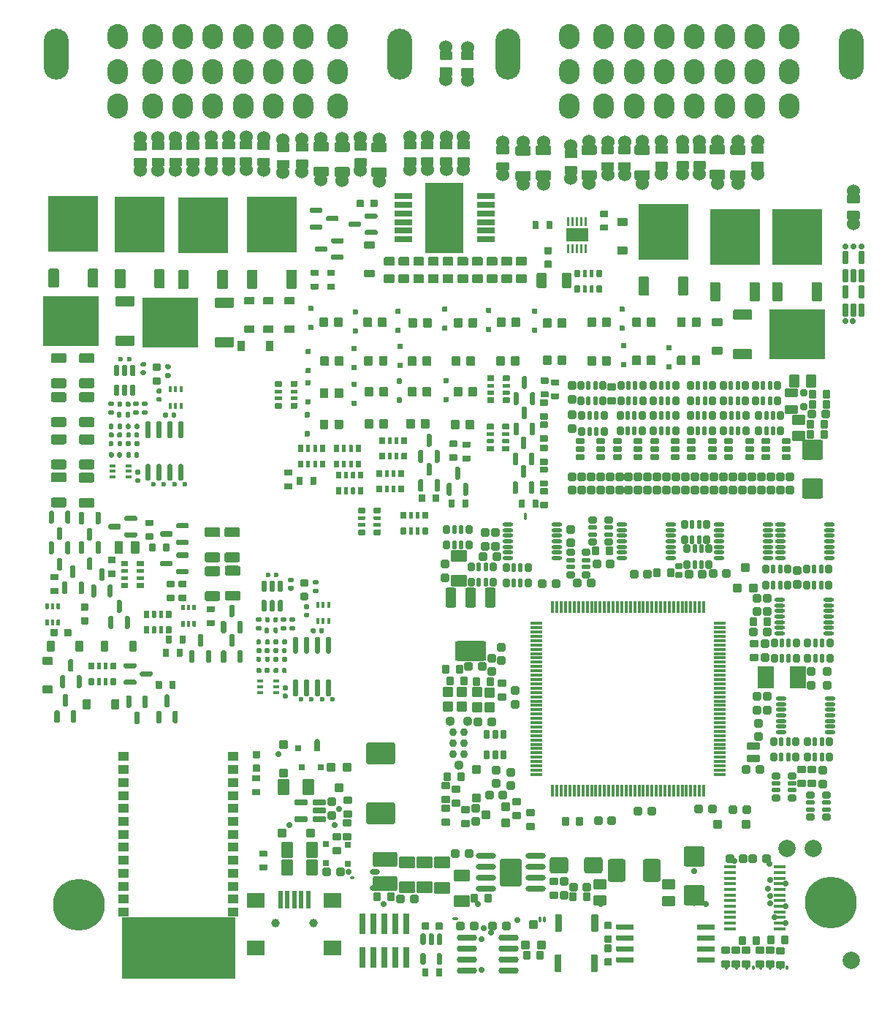
<source format=gts>
G75*
G70*
%OFA0B0*%
%FSLAX25Y25*%
%IPPOS*%
%LPD*%
%AMOC8*
5,1,8,0,0,1.08239X$1,22.5*
%
%AMM127*
21,1,0.076380,0.036220,-0.000000,0.000000,90.000000*
21,1,0.061810,0.050790,-0.000000,0.000000,90.000000*
1,1,0.014570,0.018110,0.030910*
1,1,0.014570,0.018110,-0.030910*
1,1,0.014570,-0.018110,-0.030910*
1,1,0.014570,-0.018110,0.030910*
%
%AMM128*
21,1,0.038980,0.026770,-0.000000,0.000000,270.000000*
21,1,0.026770,0.038980,-0.000000,0.000000,270.000000*
1,1,0.012210,-0.013390,-0.013390*
1,1,0.012210,-0.013390,0.013390*
1,1,0.012210,0.013390,0.013390*
1,1,0.012210,0.013390,-0.013390*
%
%AMM129*
21,1,0.040950,0.030320,-0.000000,0.000000,180.000000*
21,1,0.028350,0.042910,-0.000000,0.000000,180.000000*
1,1,0.012600,-0.014170,0.015160*
1,1,0.012600,0.014170,0.015160*
1,1,0.012600,0.014170,-0.015160*
1,1,0.012600,-0.014170,-0.015160*
%
%AMM130*
21,1,0.027170,0.052760,-0.000000,0.000000,90.000000*
21,1,0.017320,0.062600,-0.000000,0.000000,90.000000*
1,1,0.009840,0.026380,0.008660*
1,1,0.009840,0.026380,-0.008660*
1,1,0.009840,-0.026380,-0.008660*
1,1,0.009840,-0.026380,0.008660*
%
%AMM131*
21,1,0.100000,0.111020,-0.000000,0.000000,270.000000*
21,1,0.075590,0.135430,-0.000000,0.000000,270.000000*
1,1,0.024410,-0.055510,-0.037800*
1,1,0.024410,-0.055510,0.037800*
1,1,0.024410,0.055510,0.037800*
1,1,0.024410,0.055510,-0.037800*
%
%AMM132*
21,1,0.029130,0.018900,-0.000000,0.000000,0.000000*
21,1,0.018900,0.029130,-0.000000,0.000000,0.000000*
1,1,0.010240,0.009450,-0.009450*
1,1,0.010240,-0.009450,-0.009450*
1,1,0.010240,-0.009450,0.009450*
1,1,0.010240,0.009450,0.009450*
%
%AMM133*
21,1,0.041340,0.026770,-0.000000,0.000000,90.000000*
21,1,0.029130,0.038980,-0.000000,0.000000,90.000000*
1,1,0.012210,0.013390,0.014570*
1,1,0.012210,0.013390,-0.014570*
1,1,0.012210,-0.013390,-0.014570*
1,1,0.012210,-0.013390,0.014570*
%
%AMM134*
21,1,0.029130,0.018900,-0.000000,0.000000,270.000000*
21,1,0.018900,0.029130,-0.000000,0.000000,270.000000*
1,1,0.010240,-0.009450,-0.009450*
1,1,0.010240,-0.009450,0.009450*
1,1,0.010240,0.009450,0.009450*
1,1,0.010240,0.009450,-0.009450*
%
%AMM135*
21,1,0.033070,0.030710,-0.000000,0.000000,90.000000*
21,1,0.022050,0.041730,-0.000000,0.000000,90.000000*
1,1,0.011020,0.015350,0.011020*
1,1,0.011020,0.015350,-0.011020*
1,1,0.011020,-0.015350,-0.011020*
1,1,0.011020,-0.015350,0.011020*
%
%AMM136*
21,1,0.038980,0.026770,-0.000000,0.000000,180.000000*
21,1,0.026770,0.038980,-0.000000,0.000000,180.000000*
1,1,0.012210,-0.013390,0.013390*
1,1,0.012210,0.013390,0.013390*
1,1,0.012210,0.013390,-0.013390*
1,1,0.012210,-0.013390,-0.013390*
%
%AMM137*
21,1,0.041340,0.026770,-0.000000,0.000000,180.000000*
21,1,0.029130,0.038980,-0.000000,0.000000,180.000000*
1,1,0.012210,-0.014570,0.013390*
1,1,0.012210,0.014570,0.013390*
1,1,0.012210,0.014570,-0.013390*
1,1,0.012210,-0.014570,-0.013390*
%
%AMM169*
21,1,0.044880,0.049210,-0.000000,-0.000000,270.000000*
21,1,0.031500,0.062600,-0.000000,-0.000000,270.000000*
1,1,0.013390,-0.024610,-0.015750*
1,1,0.013390,-0.024610,0.015750*
1,1,0.013390,0.024610,0.015750*
1,1,0.013390,0.024610,-0.015750*
%
%AMM170*
21,1,0.111810,0.050390,-0.000000,-0.000000,180.000000*
21,1,0.093700,0.068500,-0.000000,-0.000000,180.000000*
1,1,0.018110,-0.046850,0.025200*
1,1,0.018110,0.046850,0.025200*
1,1,0.018110,0.046850,-0.025200*
1,1,0.018110,-0.046850,-0.025200*
%
%AMM171*
21,1,0.080320,0.083460,-0.000000,-0.000000,0.000000*
21,1,0.059840,0.103940,-0.000000,-0.000000,0.000000*
1,1,0.020470,0.029920,-0.041730*
1,1,0.020470,-0.029920,-0.041730*
1,1,0.020470,-0.029920,0.041730*
1,1,0.020470,0.029920,0.041730*
%
%AMM172*
21,1,0.033070,0.030710,-0.000000,-0.000000,0.000000*
21,1,0.022050,0.041730,-0.000000,-0.000000,0.000000*
1,1,0.011020,0.011020,-0.015350*
1,1,0.011020,-0.011020,-0.015350*
1,1,0.011020,-0.011020,0.015350*
1,1,0.011020,0.011020,0.015350*
%
%AMM173*
21,1,0.038980,0.026770,-0.000000,-0.000000,0.000000*
21,1,0.026770,0.038980,-0.000000,-0.000000,0.000000*
1,1,0.012210,0.013390,-0.013390*
1,1,0.012210,-0.013390,-0.013390*
1,1,0.012210,-0.013390,0.013390*
1,1,0.012210,0.013390,0.013390*
%
%AMM174*
21,1,0.038980,0.026770,-0.000000,-0.000000,90.000000*
21,1,0.026770,0.038980,-0.000000,-0.000000,90.000000*
1,1,0.012210,0.013390,0.013390*
1,1,0.012210,0.013390,-0.013390*
1,1,0.012210,-0.013390,-0.013390*
1,1,0.012210,-0.013390,0.013390*
%
%AMM175*
21,1,0.127560,0.075590,-0.000000,-0.000000,90.000000*
21,1,0.103150,0.100000,-0.000000,-0.000000,90.000000*
1,1,0.024410,0.037800,0.051580*
1,1,0.024410,0.037800,-0.051580*
1,1,0.024410,-0.037800,-0.051580*
1,1,0.024410,-0.037800,0.051580*
%
%AMM176*
21,1,0.084250,0.053540,-0.000000,-0.000000,0.000000*
21,1,0.065350,0.072440,-0.000000,-0.000000,0.000000*
1,1,0.018900,0.032680,-0.026770*
1,1,0.018900,-0.032680,-0.026770*
1,1,0.018900,-0.032680,0.026770*
1,1,0.018900,0.032680,0.026770*
%
%AMM177*
21,1,0.076380,0.036220,-0.000000,-0.000000,0.000000*
21,1,0.061810,0.050790,-0.000000,-0.000000,0.000000*
1,1,0.014570,0.030910,-0.018110*
1,1,0.014570,-0.030910,-0.018110*
1,1,0.014570,-0.030910,0.018110*
1,1,0.014570,0.030910,0.018110*
%
%AMM178*
21,1,0.092130,0.073230,-0.000000,-0.000000,270.000000*
21,1,0.069290,0.096060,-0.000000,-0.000000,270.000000*
1,1,0.022840,-0.036610,-0.034650*
1,1,0.022840,-0.036610,0.034650*
1,1,0.022840,0.036610,0.034650*
1,1,0.022840,0.036610,-0.034650*
%
%AMM179*
21,1,0.033070,0.030710,-0.000000,-0.000000,270.000000*
21,1,0.022050,0.041730,-0.000000,-0.000000,270.000000*
1,1,0.011020,-0.015350,-0.011020*
1,1,0.011020,-0.015350,0.011020*
1,1,0.011020,0.015350,0.011020*
1,1,0.011020,0.015350,-0.011020*
%
%AMM209*
21,1,0.040950,0.050000,-0.000000,-0.000000,90.000000*
21,1,0.028350,0.062600,-0.000000,-0.000000,90.000000*
1,1,0.012600,0.025000,0.014170*
1,1,0.012600,0.025000,-0.014170*
1,1,0.012600,-0.025000,-0.014170*
1,1,0.012600,-0.025000,0.014170*
%
%AMM21*
21,1,0.033070,0.030710,0.000000,0.000000,0.000000*
21,1,0.022050,0.041730,0.000000,0.000000,0.000000*
1,1,0.011020,0.011020,-0.015350*
1,1,0.011020,-0.011020,-0.015350*
1,1,0.011020,-0.011020,0.015350*
1,1,0.011020,0.011020,0.015350*
%
%AMM210*
21,1,0.092130,0.073230,-0.000000,-0.000000,90.000000*
21,1,0.069290,0.096060,-0.000000,-0.000000,90.000000*
1,1,0.022840,0.036610,0.034650*
1,1,0.022840,0.036610,-0.034650*
1,1,0.022840,-0.036610,-0.034650*
1,1,0.022840,-0.036610,0.034650*
%
%AMM211*
21,1,0.044880,0.049210,-0.000000,-0.000000,0.000000*
21,1,0.031500,0.062600,-0.000000,-0.000000,0.000000*
1,1,0.013390,0.015750,-0.024610*
1,1,0.013390,-0.015750,-0.024610*
1,1,0.013390,-0.015750,0.024610*
1,1,0.013390,0.015750,0.024610*
%
%AMM212*
21,1,0.029130,0.030710,-0.000000,-0.000000,270.000000*
21,1,0.018900,0.040950,-0.000000,-0.000000,270.000000*
1,1,0.010240,-0.015350,-0.009450*
1,1,0.010240,-0.015350,0.009450*
1,1,0.010240,0.015350,0.009450*
1,1,0.010240,0.015350,-0.009450*
%
%AMM213*
21,1,0.031100,0.026380,-0.000000,-0.000000,180.000000*
21,1,0.020470,0.037010,-0.000000,-0.000000,180.000000*
1,1,0.010630,-0.010240,0.013190*
1,1,0.010630,0.010240,0.013190*
1,1,0.010630,0.010240,-0.013190*
1,1,0.010630,-0.010240,-0.013190*
%
%AMM214*
21,1,0.023230,0.027950,-0.000000,-0.000000,180.000000*
21,1,0.014170,0.037010,-0.000000,-0.000000,180.000000*
1,1,0.009060,-0.007090,0.013980*
1,1,0.009060,0.007090,0.013980*
1,1,0.009060,0.007090,-0.013980*
1,1,0.009060,-0.007090,-0.013980*
%
%AMM215*
21,1,0.033070,0.030710,-0.000000,-0.000000,180.000000*
21,1,0.022050,0.041730,-0.000000,-0.000000,180.000000*
1,1,0.011020,-0.011020,0.015350*
1,1,0.011020,0.011020,0.015350*
1,1,0.011020,0.011020,-0.015350*
1,1,0.011020,-0.011020,-0.015350*
%
%AMM290*
21,1,0.076380,0.036220,-0.000000,-0.000000,180.000000*
21,1,0.061810,0.050790,-0.000000,-0.000000,180.000000*
1,1,0.014570,-0.030910,0.018110*
1,1,0.014570,0.030910,0.018110*
1,1,0.014570,0.030910,-0.018110*
1,1,0.014570,-0.030910,-0.018110*
%
%AMM291*
21,1,0.033070,0.030710,-0.000000,-0.000000,90.000000*
21,1,0.022050,0.041730,-0.000000,-0.000000,90.000000*
1,1,0.011020,0.015350,0.011020*
1,1,0.011020,0.015350,-0.011020*
1,1,0.011020,-0.015350,-0.011020*
1,1,0.011020,-0.015350,0.011020*
%
%AMM292*
21,1,0.038980,0.026770,-0.000000,-0.000000,270.000000*
21,1,0.026770,0.038980,-0.000000,-0.000000,270.000000*
1,1,0.012210,-0.013390,-0.013390*
1,1,0.012210,-0.013390,0.013390*
1,1,0.012210,0.013390,0.013390*
1,1,0.012210,0.013390,-0.013390*
%
%AMM293*
21,1,0.015350,0.017720,-0.000000,-0.000000,0.000000*
21,1,0.000000,0.033070,-0.000000,-0.000000,0.000000*
1,1,0.015350,-0.000000,-0.008860*
1,1,0.015350,-0.000000,-0.008860*
1,1,0.015350,-0.000000,0.008860*
1,1,0.015350,-0.000000,0.008860*
%
%AMM294*
21,1,0.029130,0.030710,-0.000000,-0.000000,0.000000*
21,1,0.018900,0.040950,-0.000000,-0.000000,0.000000*
1,1,0.010240,0.009450,-0.015350*
1,1,0.010240,-0.009450,-0.015350*
1,1,0.010240,-0.009450,0.015350*
1,1,0.010240,0.009450,0.015350*
%
%AMM295*
21,1,0.033070,0.018900,-0.000000,-0.000000,0.000000*
21,1,0.022840,0.029130,-0.000000,-0.000000,0.000000*
1,1,0.010240,0.011420,-0.009450*
1,1,0.010240,-0.011420,-0.009450*
1,1,0.010240,-0.011420,0.009450*
1,1,0.010240,0.011420,0.009450*
%
%AMM296*
21,1,0.143310,0.067720,-0.000000,-0.000000,180.000000*
21,1,0.120870,0.090160,-0.000000,-0.000000,180.000000*
1,1,0.022440,-0.060430,0.033860*
1,1,0.022440,0.060430,0.033860*
1,1,0.022440,0.060430,-0.033860*
1,1,0.022440,-0.060430,-0.033860*
%
%AMM297*
21,1,0.048820,0.075980,-0.000000,-0.000000,180.000000*
21,1,0.034650,0.090160,-0.000000,-0.000000,180.000000*
1,1,0.014170,-0.017320,0.037990*
1,1,0.014170,0.017320,0.037990*
1,1,0.014170,0.017320,-0.037990*
1,1,0.014170,-0.017320,-0.037990*
%
%AMM298*
21,1,0.048820,0.075990,-0.000000,-0.000000,180.000000*
21,1,0.034650,0.090160,-0.000000,-0.000000,180.000000*
1,1,0.014170,-0.017320,0.037990*
1,1,0.014170,0.017320,0.037990*
1,1,0.014170,0.017320,-0.037990*
1,1,0.014170,-0.017320,-0.037990*
%
%AMM299*
21,1,0.044880,0.035430,-0.000000,-0.000000,90.000000*
21,1,0.031500,0.048820,-0.000000,-0.000000,90.000000*
1,1,0.013390,0.017720,0.015750*
1,1,0.013390,0.017720,-0.015750*
1,1,0.013390,-0.017720,-0.015750*
1,1,0.013390,-0.017720,0.015750*
%
%AMM300*
21,1,0.040950,0.030320,-0.000000,-0.000000,90.000000*
21,1,0.028350,0.042910,-0.000000,-0.000000,90.000000*
1,1,0.012600,0.015160,0.014170*
1,1,0.012600,0.015160,-0.014170*
1,1,0.012600,-0.015160,-0.014170*
1,1,0.012600,-0.015160,0.014170*
%
%AMM301*
21,1,0.041340,0.026770,-0.000000,-0.000000,90.000000*
21,1,0.029130,0.038980,-0.000000,-0.000000,90.000000*
1,1,0.012210,0.013390,0.014570*
1,1,0.012210,0.013390,-0.014570*
1,1,0.012210,-0.013390,-0.014570*
1,1,0.012210,-0.013390,0.014570*
%
%AMM302*
21,1,0.040950,0.030320,-0.000000,-0.000000,0.000000*
21,1,0.028350,0.042910,-0.000000,-0.000000,0.000000*
1,1,0.012600,0.014170,-0.015160*
1,1,0.012600,-0.014170,-0.015160*
1,1,0.012600,-0.014170,0.015160*
1,1,0.012600,0.014170,0.015160*
%
%AMM303*
21,1,0.031100,0.026380,-0.000000,-0.000000,90.000000*
21,1,0.020470,0.037010,-0.000000,-0.000000,90.000000*
1,1,0.010630,0.013190,0.010240*
1,1,0.010630,0.013190,-0.010240*
1,1,0.010630,-0.013190,-0.010240*
1,1,0.010630,-0.013190,0.010240*
%
%AMM304*
21,1,0.023230,0.027950,-0.000000,-0.000000,90.000000*
21,1,0.014170,0.037010,-0.000000,-0.000000,90.000000*
1,1,0.009060,0.013980,0.007090*
1,1,0.009060,0.013980,-0.007090*
1,1,0.009060,-0.013980,-0.007090*
1,1,0.009060,-0.013980,0.007090*
%
%AMM305*
21,1,0.033070,0.049610,-0.000000,-0.000000,90.000000*
21,1,0.022050,0.060630,-0.000000,-0.000000,90.000000*
1,1,0.011020,0.024800,0.011020*
1,1,0.011020,0.024800,-0.011020*
1,1,0.011020,-0.024800,-0.011020*
1,1,0.011020,-0.024800,0.011020*
%
%AMM306*
21,1,0.041340,0.026770,-0.000000,-0.000000,0.000000*
21,1,0.029130,0.038980,-0.000000,-0.000000,0.000000*
1,1,0.012210,0.014570,-0.013390*
1,1,0.012210,-0.014570,-0.013390*
1,1,0.012210,-0.014570,0.013390*
1,1,0.012210,0.014570,0.013390*
%
%AMM313*
21,1,0.038980,0.026770,-0.000000,-0.000000,180.000000*
21,1,0.026770,0.038980,-0.000000,-0.000000,180.000000*
1,1,0.012210,-0.013390,0.013390*
1,1,0.012210,0.013390,0.013390*
1,1,0.012210,0.013390,-0.013390*
1,1,0.012210,-0.013390,-0.013390*
%
%AMM315*
21,1,0.027170,0.052760,-0.000000,0.000000,0.000000*
21,1,0.017320,0.062600,-0.000000,0.000000,0.000000*
1,1,0.009840,0.008660,-0.026380*
1,1,0.009840,-0.008660,-0.026380*
1,1,0.009840,-0.008660,0.026380*
1,1,0.009840,0.008660,0.026380*
%
%AMM47*
21,1,0.038980,0.026770,0.000000,0.000000,0.000000*
21,1,0.026770,0.038980,0.000000,0.000000,0.000000*
1,1,0.012210,0.013390,-0.013390*
1,1,0.012210,-0.013390,-0.013390*
1,1,0.012210,-0.013390,0.013390*
1,1,0.012210,0.013390,0.013390*
%
%AMM48*
21,1,0.033070,0.030710,0.000000,0.000000,270.000000*
21,1,0.022050,0.041730,0.000000,0.000000,270.000000*
1,1,0.011020,-0.015350,-0.011020*
1,1,0.011020,-0.015350,0.011020*
1,1,0.011020,0.015350,0.011020*
1,1,0.011020,0.015350,-0.011020*
%
%ADD114O,0.04488X0.02520*%
%ADD12O,0.00787X0.01575*%
%ADD120M21*%
%ADD123C,0.02913*%
%ADD13C,0.02362*%
%ADD14C,0.06000*%
%ADD143O,0.09213X0.02520*%
%ADD149O,0.02520X0.04488*%
%ADD15C,0.23622*%
%ADD150R,0.02559X0.01575*%
%ADD156R,0.01575X0.02559*%
%ADD16C,0.07874*%
%ADD163O,0.01339X0.02126*%
%ADD164O,0.05512X0.01535*%
%ADD165M47*%
%ADD166M48*%
%ADD17R,0.22835X0.25197*%
%ADD179C,0.03701*%
%ADD20R,0.01969X0.07874*%
%ADD21R,0.07874X0.06693*%
%ADD22R,0.25197X0.22835*%
%ADD221O,0.05669X0.01417*%
%ADD222O,0.01417X0.05669*%
%ADD227O,0.04882X0.01732*%
%ADD23R,0.07874X0.02559*%
%ADD230R,0.07244X0.10000*%
%ADD235C,0.03651*%
%ADD238C,0.04451*%
%ADD24R,0.17717X0.31890*%
%ADD246O,0.02520X0.01535*%
%ADD247O,0.01535X0.02520*%
%ADD248O,0.09213X0.02913*%
%ADD27O,0.01969X0.00984*%
%ADD274M127*%
%ADD275M128*%
%ADD276M129*%
%ADD277M130*%
%ADD278O,0.02520X0.01339*%
%ADD279M131*%
%ADD280M132*%
%ADD281M133*%
%ADD282M134*%
%ADD283M135*%
%ADD284M136*%
%ADD285M137*%
%ADD30O,0.00984X0.01969*%
%ADD31O,0.01969X0.03937*%
%ADD325M169*%
%ADD326M170*%
%ADD327M171*%
%ADD328M172*%
%ADD329M173*%
%ADD330M174*%
%ADD331M175*%
%ADD332M176*%
%ADD333M177*%
%ADD334M178*%
%ADD335M179*%
%ADD365M209*%
%ADD366M210*%
%ADD367M211*%
%ADD368M212*%
%ADD369M213*%
%ADD37O,0.01969X0.00787*%
%ADD370M214*%
%ADD371M215*%
%ADD44R,0.10236X0.05906*%
%ADD45R,0.05118X0.03937*%
%ADD450M290*%
%ADD451M291*%
%ADD452M292*%
%ADD453M293*%
%ADD454M294*%
%ADD455M295*%
%ADD456M296*%
%ADD457M297*%
%ADD458M298*%
%ADD459M299*%
%ADD460M300*%
%ADD461M301*%
%ADD462M302*%
%ADD463M303*%
%ADD464M304*%
%ADD465M305*%
%ADD466M306*%
%ADD479M313*%
%ADD482M315*%
%ADD51O,0.03937X0.01969*%
%ADD55R,0.02913X0.09449*%
%ADD56C,0.03937*%
%ADD68C,0.00472*%
%ADD69O,0.11417X0.23228*%
%ADD70O,0.09449X0.11417*%
X0000000Y0000000D02*
%LPD*%
G01*
G36*
X0089961Y0000787D02*
G01*
X0038780Y0000787D01*
X0038780Y0028346D01*
X0089961Y0028346D01*
X0089961Y0000787D01*
G37*
D68*
X0089961Y0000787D02*
X0038780Y0000787D01*
X0038780Y0028346D01*
X0089961Y0028346D01*
X0089961Y0000787D01*
G36*
G01*
X0178642Y0329134D02*
X0182776Y0329134D01*
G75*
G02*
X0183169Y0328740I0000000J-000394D01*
G01*
X0183169Y0325591D01*
G75*
G02*
X0182776Y0325197I-000394J0000000D01*
G01*
X0178642Y0325197D01*
G75*
G02*
X0178248Y0325591I0000000J0000394D01*
G01*
X0178248Y0328740D01*
G75*
G02*
X0178642Y0329134I0000394J0000000D01*
G01*
G37*
G36*
G01*
X0178642Y0321260D02*
X0182776Y0321260D01*
G75*
G02*
X0183169Y0320866I0000000J-000394D01*
G01*
X0183169Y0317717D01*
G75*
G02*
X0182776Y0317323I-000394J0000000D01*
G01*
X0178642Y0317323D01*
G75*
G02*
X0178248Y0317717I0000000J0000394D01*
G01*
X0178248Y0320866D01*
G75*
G02*
X0178642Y0321260I0000394J0000000D01*
G01*
G37*
D12*
X0342145Y0005415D03*
X0339153Y0005415D03*
X0334527Y0005415D03*
X0329901Y0005415D03*
X0326594Y0005415D03*
X0323641Y0005415D03*
X0319015Y0005415D03*
X0314389Y0005415D03*
D13*
X0334232Y0045177D03*
X0341456Y0043504D03*
X0333385Y0041339D03*
X0334232Y0037894D03*
X0334527Y0034547D03*
X0341456Y0033268D03*
X0336299Y0028150D03*
X0341456Y0025591D03*
X0318129Y0053839D03*
X0334173Y0052657D03*
G36*
G01*
X0098858Y0294508D02*
X0094843Y0294508D01*
G75*
G02*
X0094488Y0294862I0000000J0000354D01*
G01*
X0094488Y0297697D01*
G75*
G02*
X0094843Y0298051I0000354J0000000D01*
G01*
X0098858Y0298051D01*
G75*
G02*
X0099213Y0297697I0000000J-000354D01*
G01*
X0099213Y0294862D01*
G75*
G02*
X0098858Y0294508I-000354J0000000D01*
G01*
G37*
G36*
G01*
X0098858Y0307500D02*
X0094843Y0307500D01*
G75*
G02*
X0094488Y0307854I0000000J0000354D01*
G01*
X0094488Y0310689D01*
G75*
G02*
X0094843Y0311043I0000354J0000000D01*
G01*
X0098858Y0311043D01*
G75*
G02*
X0099213Y0310689I0000000J-000354D01*
G01*
X0099213Y0307854D01*
G75*
G02*
X0098858Y0307500I-000354J0000000D01*
G01*
G37*
G36*
G01*
X0304626Y0368898D02*
X0299705Y0368898D01*
G75*
G02*
X0299311Y0369291I0000000J0000394D01*
G01*
X0299311Y0372441D01*
G75*
G02*
X0299705Y0372835I0000394J0000000D01*
G01*
X0304626Y0372835D01*
G75*
G02*
X0305020Y0372441I0000000J-000394D01*
G01*
X0305020Y0369291D01*
G75*
G02*
X0304626Y0368898I-000394J0000000D01*
G01*
G37*
D14*
X0302165Y0367106D03*
G36*
G01*
X0304626Y0376378D02*
X0299705Y0376378D01*
G75*
G02*
X0299311Y0376772I0000000J0000394D01*
G01*
X0299311Y0379921D01*
G75*
G02*
X0299705Y0380315I0000394J0000000D01*
G01*
X0304626Y0380315D01*
G75*
G02*
X0305020Y0379921I0000000J-000394D01*
G01*
X0305020Y0376772D01*
G75*
G02*
X0304626Y0376378I-000394J0000000D01*
G01*
G37*
X0302165Y0382106D03*
G36*
G01*
X0261772Y0016634D02*
X0259094Y0016634D01*
G75*
G02*
X0258760Y0016968I0000000J0000335D01*
G01*
X0258760Y0019646D01*
G75*
G02*
X0259094Y0019980I0000335J0000000D01*
G01*
X0261772Y0019980D01*
G75*
G02*
X0262106Y0019646I0000000J-000335D01*
G01*
X0262106Y0016968D01*
G75*
G02*
X0261772Y0016634I-000335J0000000D01*
G01*
G37*
G36*
G01*
X0261772Y0022854D02*
X0259094Y0022854D01*
G75*
G02*
X0258760Y0023189I0000000J0000335D01*
G01*
X0258760Y0025866D01*
G75*
G02*
X0259094Y0026201I0000335J0000000D01*
G01*
X0261772Y0026201D01*
G75*
G02*
X0262106Y0025866I0000000J-000335D01*
G01*
X0262106Y0023189D01*
G75*
G02*
X0261772Y0022854I-000335J0000000D01*
G01*
G37*
G36*
G01*
X0049646Y0209449D02*
X0052717Y0209449D01*
G75*
G02*
X0052992Y0209173I0000000J-000276D01*
G01*
X0052992Y0206969D01*
G75*
G02*
X0052717Y0206693I-000276J0000000D01*
G01*
X0049646Y0206693D01*
G75*
G02*
X0049370Y0206969I0000000J0000276D01*
G01*
X0049370Y0209173D01*
G75*
G02*
X0049646Y0209449I0000276J0000000D01*
G01*
G37*
G36*
G01*
X0049646Y0203150D02*
X0052717Y0203150D01*
G75*
G02*
X0052992Y0202874I0000000J-000276D01*
G01*
X0052992Y0200669D01*
G75*
G02*
X0052717Y0200394I-000276J0000000D01*
G01*
X0049646Y0200394D01*
G75*
G02*
X0049370Y0200669I0000000J0000276D01*
G01*
X0049370Y0202874D01*
G75*
G02*
X0049646Y0203150I0000276J0000000D01*
G01*
G37*
G36*
G01*
X0101614Y0058661D02*
X0104685Y0058661D01*
G75*
G02*
X0104961Y0058386I0000000J-000276D01*
G01*
X0104961Y0056181D01*
G75*
G02*
X0104685Y0055906I-000276J0000000D01*
G01*
X0101614Y0055906D01*
G75*
G02*
X0101339Y0056181I0000000J0000276D01*
G01*
X0101339Y0058386D01*
G75*
G02*
X0101614Y0058661I0000276J0000000D01*
G01*
G37*
G36*
G01*
X0101614Y0052362D02*
X0104685Y0052362D01*
G75*
G02*
X0104961Y0052087I0000000J-000276D01*
G01*
X0104961Y0049882D01*
G75*
G02*
X0104685Y0049606I-000276J0000000D01*
G01*
X0101614Y0049606D01*
G75*
G02*
X0101339Y0049882I0000000J0000276D01*
G01*
X0101339Y0052087D01*
G75*
G02*
X0101614Y0052362I0000276J0000000D01*
G01*
G37*
G36*
G01*
X0136220Y0221319D02*
X0136220Y0223957D01*
G75*
G02*
X0136476Y0224213I0000256J0000000D01*
G01*
X0138524Y0224213D01*
G75*
G02*
X0138780Y0223957I0000000J-000256D01*
G01*
X0138780Y0221319D01*
G75*
G02*
X0138524Y0221063I-000256J0000000D01*
G01*
X0136476Y0221063D01*
G75*
G02*
X0136220Y0221319I0000000J0000256D01*
G01*
G37*
G36*
G01*
X0140059Y0221240D02*
X0140059Y0224035D01*
G75*
G02*
X0140236Y0224213I0000177J0000000D01*
G01*
X0141654Y0224213D01*
G75*
G02*
X0141831Y0224035I0000000J-000177D01*
G01*
X0141831Y0221240D01*
G75*
G02*
X0141654Y0221063I-000177J0000000D01*
G01*
X0140236Y0221063D01*
G75*
G02*
X0140059Y0221240I0000000J0000177D01*
G01*
G37*
G36*
G01*
X0143209Y0221240D02*
X0143209Y0224035D01*
G75*
G02*
X0143386Y0224213I0000177J0000000D01*
G01*
X0144803Y0224213D01*
G75*
G02*
X0144980Y0224035I0000000J-000177D01*
G01*
X0144980Y0221240D01*
G75*
G02*
X0144803Y0221063I-000177J0000000D01*
G01*
X0143386Y0221063D01*
G75*
G02*
X0143209Y0221240I0000000J0000177D01*
G01*
G37*
G36*
G01*
X0146260Y0221319D02*
X0146260Y0223957D01*
G75*
G02*
X0146516Y0224213I0000256J0000000D01*
G01*
X0148563Y0224213D01*
G75*
G02*
X0148819Y0223957I0000000J-000256D01*
G01*
X0148819Y0221319D01*
G75*
G02*
X0148563Y0221063I-000256J0000000D01*
G01*
X0146516Y0221063D01*
G75*
G02*
X0146260Y0221319I0000000J0000256D01*
G01*
G37*
G36*
G01*
X0146260Y0228406D02*
X0146260Y0231043D01*
G75*
G02*
X0146516Y0231299I0000256J0000000D01*
G01*
X0148563Y0231299D01*
G75*
G02*
X0148819Y0231043I0000000J-000256D01*
G01*
X0148819Y0228406D01*
G75*
G02*
X0148563Y0228150I-000256J0000000D01*
G01*
X0146516Y0228150D01*
G75*
G02*
X0146260Y0228406I0000000J0000256D01*
G01*
G37*
G36*
G01*
X0143209Y0228327D02*
X0143209Y0231122D01*
G75*
G02*
X0143386Y0231299I0000177J0000000D01*
G01*
X0144803Y0231299D01*
G75*
G02*
X0144980Y0231122I0000000J-000177D01*
G01*
X0144980Y0228327D01*
G75*
G02*
X0144803Y0228150I-000177J0000000D01*
G01*
X0143386Y0228150D01*
G75*
G02*
X0143209Y0228327I0000000J0000177D01*
G01*
G37*
G36*
G01*
X0140059Y0228327D02*
X0140059Y0231122D01*
G75*
G02*
X0140236Y0231299I0000177J0000000D01*
G01*
X0141654Y0231299D01*
G75*
G02*
X0141831Y0231122I0000000J-000177D01*
G01*
X0141831Y0228327D01*
G75*
G02*
X0141654Y0228150I-000177J0000000D01*
G01*
X0140236Y0228150D01*
G75*
G02*
X0140059Y0228327I0000000J0000177D01*
G01*
G37*
G36*
G01*
X0136220Y0228406D02*
X0136220Y0231043D01*
G75*
G02*
X0136476Y0231299I0000256J0000000D01*
G01*
X0138524Y0231299D01*
G75*
G02*
X0138780Y0231043I0000000J-000256D01*
G01*
X0138780Y0228406D01*
G75*
G02*
X0138524Y0228150I-000256J0000000D01*
G01*
X0136476Y0228150D01*
G75*
G02*
X0136220Y0228406I0000000J0000256D01*
G01*
G37*
G36*
G01*
X0199409Y0254528D02*
X0199409Y0250984D01*
G75*
G02*
X0199016Y0250591I-000394J0000000D01*
G01*
X0195866Y0250591D01*
G75*
G02*
X0195472Y0250984I0000000J0000394D01*
G01*
X0195472Y0254528D01*
G75*
G02*
X0195866Y0254921I0000394J0000000D01*
G01*
X0199016Y0254921D01*
G75*
G02*
X0199409Y0254528I0000000J-000394D01*
G01*
G37*
G36*
G01*
X0192717Y0254528D02*
X0192717Y0250984D01*
G75*
G02*
X0192323Y0250591I-000394J0000000D01*
G01*
X0189173Y0250591D01*
G75*
G02*
X0188780Y0250984I0000000J0000394D01*
G01*
X0188780Y0254528D01*
G75*
G02*
X0189173Y0254921I0000394J0000000D01*
G01*
X0192323Y0254921D01*
G75*
G02*
X0192717Y0254528I0000000J-000394D01*
G01*
G37*
G36*
G01*
X0215295Y0262598D02*
X0212657Y0262598D01*
G75*
G02*
X0212402Y0262854I0000000J0000256D01*
G01*
X0212402Y0264902D01*
G75*
G02*
X0212657Y0265157I0000256J0000000D01*
G01*
X0215295Y0265157D01*
G75*
G02*
X0215551Y0264902I0000000J-000256D01*
G01*
X0215551Y0262854D01*
G75*
G02*
X0215295Y0262598I-000256J0000000D01*
G01*
G37*
G36*
G01*
X0215374Y0266437D02*
X0212579Y0266437D01*
G75*
G02*
X0212402Y0266614I0000000J0000177D01*
G01*
X0212402Y0268031D01*
G75*
G02*
X0212579Y0268209I0000177J0000000D01*
G01*
X0215374Y0268209D01*
G75*
G02*
X0215551Y0268031I0000000J-000177D01*
G01*
X0215551Y0266614D01*
G75*
G02*
X0215374Y0266437I-000177J0000000D01*
G01*
G37*
G36*
G01*
X0215374Y0269587D02*
X0212579Y0269587D01*
G75*
G02*
X0212402Y0269764I0000000J0000177D01*
G01*
X0212402Y0271181D01*
G75*
G02*
X0212579Y0271358I0000177J0000000D01*
G01*
X0215374Y0271358D01*
G75*
G02*
X0215551Y0271181I0000000J-000177D01*
G01*
X0215551Y0269764D01*
G75*
G02*
X0215374Y0269587I-000177J0000000D01*
G01*
G37*
G36*
G01*
X0215295Y0272638D02*
X0212657Y0272638D01*
G75*
G02*
X0212402Y0272894I0000000J0000256D01*
G01*
X0212402Y0274941D01*
G75*
G02*
X0212657Y0275197I0000256J0000000D01*
G01*
X0215295Y0275197D01*
G75*
G02*
X0215551Y0274941I0000000J-000256D01*
G01*
X0215551Y0272894D01*
G75*
G02*
X0215295Y0272638I-000256J0000000D01*
G01*
G37*
G36*
G01*
X0208209Y0272638D02*
X0205571Y0272638D01*
G75*
G02*
X0205315Y0272894I0000000J0000256D01*
G01*
X0205315Y0274941D01*
G75*
G02*
X0205571Y0275197I0000256J0000000D01*
G01*
X0208209Y0275197D01*
G75*
G02*
X0208465Y0274941I0000000J-000256D01*
G01*
X0208465Y0272894D01*
G75*
G02*
X0208209Y0272638I-000256J0000000D01*
G01*
G37*
G36*
G01*
X0208287Y0269587D02*
X0205492Y0269587D01*
G75*
G02*
X0205315Y0269764I0000000J0000177D01*
G01*
X0205315Y0271181D01*
G75*
G02*
X0205492Y0271358I0000177J0000000D01*
G01*
X0208287Y0271358D01*
G75*
G02*
X0208465Y0271181I0000000J-000177D01*
G01*
X0208465Y0269764D01*
G75*
G02*
X0208287Y0269587I-000177J0000000D01*
G01*
G37*
G36*
G01*
X0208287Y0266437D02*
X0205492Y0266437D01*
G75*
G02*
X0205315Y0266614I0000000J0000177D01*
G01*
X0205315Y0268031D01*
G75*
G02*
X0205492Y0268209I0000177J0000000D01*
G01*
X0208287Y0268209D01*
G75*
G02*
X0208465Y0268031I0000000J-000177D01*
G01*
X0208465Y0266614D01*
G75*
G02*
X0208287Y0266437I-000177J0000000D01*
G01*
G37*
G36*
G01*
X0208209Y0262598D02*
X0205571Y0262598D01*
G75*
G02*
X0205315Y0262854I0000000J0000256D01*
G01*
X0205315Y0264902D01*
G75*
G02*
X0205571Y0265157I0000256J0000000D01*
G01*
X0208209Y0265157D01*
G75*
G02*
X0208465Y0264902I0000000J-000256D01*
G01*
X0208465Y0262854D01*
G75*
G02*
X0208209Y0262598I-000256J0000000D01*
G01*
G37*
G36*
G01*
X0265551Y0295715D02*
X0265551Y0297604D01*
G75*
G02*
X0265787Y0297841I0000236J0000000D01*
G01*
X0267677Y0297841D01*
G75*
G02*
X0267913Y0297604I0000000J-000236D01*
G01*
X0267913Y0295715D01*
G75*
G02*
X0267677Y0295478I-000236J0000000D01*
G01*
X0265787Y0295478D01*
G75*
G02*
X0265551Y0295715I0000000J0000236D01*
G01*
G37*
G36*
G01*
X0265551Y0304376D02*
X0265551Y0306266D01*
G75*
G02*
X0265787Y0306502I0000236J0000000D01*
G01*
X0267677Y0306502D01*
G75*
G02*
X0267913Y0306266I0000000J-000236D01*
G01*
X0267913Y0304376D01*
G75*
G02*
X0267677Y0304140I-000236J0000000D01*
G01*
X0265787Y0304140D01*
G75*
G02*
X0265551Y0304376I0000000J0000236D01*
G01*
G37*
G36*
G01*
X0098661Y0104075D02*
X0101339Y0104075D01*
G75*
G02*
X0101673Y0103740I0000000J-000335D01*
G01*
X0101673Y0101063D01*
G75*
G02*
X0101339Y0100728I-000335J0000000D01*
G01*
X0098661Y0100728D01*
G75*
G02*
X0098327Y0101063I0000000J0000335D01*
G01*
X0098327Y0103740D01*
G75*
G02*
X0098661Y0104075I0000335J0000000D01*
G01*
G37*
G36*
G01*
X0098661Y0097854D02*
X0101339Y0097854D01*
G75*
G02*
X0101673Y0097520I0000000J-000335D01*
G01*
X0101673Y0094843D01*
G75*
G02*
X0101339Y0094508I-000335J0000000D01*
G01*
X0098661Y0094508D01*
G75*
G02*
X0098327Y0094843I0000000J0000335D01*
G01*
X0098327Y0097520D01*
G75*
G02*
X0098661Y0097854I0000335J0000000D01*
G01*
G37*
G36*
G01*
X0124606Y0272795D02*
X0124606Y0270906D01*
G75*
G02*
X0124370Y0270669I-000236J0000000D01*
G01*
X0122480Y0270669D01*
G75*
G02*
X0122244Y0270906I0000000J0000236D01*
G01*
X0122244Y0272795D01*
G75*
G02*
X0122480Y0273031I0000236J0000000D01*
G01*
X0124370Y0273031D01*
G75*
G02*
X0124606Y0272795I0000000J-000236D01*
G01*
G37*
G36*
G01*
X0124606Y0264134D02*
X0124606Y0262244D01*
G75*
G02*
X0124370Y0262008I-000236J0000000D01*
G01*
X0122480Y0262008D01*
G75*
G02*
X0122244Y0262244I0000000J0000236D01*
G01*
X0122244Y0264134D01*
G75*
G02*
X0122480Y0264370I0000236J0000000D01*
G01*
X0124370Y0264370D01*
G75*
G02*
X0124606Y0264134I0000000J-000236D01*
G01*
G37*
G36*
G01*
X0229567Y0243504D02*
X0232638Y0243504D01*
G75*
G02*
X0232913Y0243228I0000000J-000276D01*
G01*
X0232913Y0241024D01*
G75*
G02*
X0232638Y0240748I-000276J0000000D01*
G01*
X0229567Y0240748D01*
G75*
G02*
X0229291Y0241024I0000000J0000276D01*
G01*
X0229291Y0243228D01*
G75*
G02*
X0229567Y0243504I0000276J0000000D01*
G01*
G37*
G36*
G01*
X0229567Y0237205D02*
X0232638Y0237205D01*
G75*
G02*
X0232913Y0236929I0000000J-000276D01*
G01*
X0232913Y0234724D01*
G75*
G02*
X0232638Y0234449I-000276J0000000D01*
G01*
X0229567Y0234449D01*
G75*
G02*
X0229291Y0234724I0000000J0000276D01*
G01*
X0229291Y0236929D01*
G75*
G02*
X0229567Y0237205I0000276J0000000D01*
G01*
G37*
G36*
G01*
X0067717Y0156457D02*
X0067717Y0153386D01*
G75*
G02*
X0067441Y0153110I-000276J0000000D01*
G01*
X0065236Y0153110D01*
G75*
G02*
X0064961Y0153386I0000000J0000276D01*
G01*
X0064961Y0156457D01*
G75*
G02*
X0065236Y0156732I0000276J0000000D01*
G01*
X0067441Y0156732D01*
G75*
G02*
X0067717Y0156457I0000000J-000276D01*
G01*
G37*
G36*
G01*
X0061417Y0156457D02*
X0061417Y0153386D01*
G75*
G02*
X0061142Y0153110I-000276J0000000D01*
G01*
X0058937Y0153110D01*
G75*
G02*
X0058661Y0153386I0000000J0000276D01*
G01*
X0058661Y0156457D01*
G75*
G02*
X0058937Y0156732I0000276J0000000D01*
G01*
X0061142Y0156732D01*
G75*
G02*
X0061417Y0156457I0000000J-000276D01*
G01*
G37*
G36*
G01*
X0132520Y0323425D02*
X0135591Y0323425D01*
G75*
G02*
X0135866Y0323150I0000000J-000276D01*
G01*
X0135866Y0320945D01*
G75*
G02*
X0135591Y0320669I-000276J0000000D01*
G01*
X0132520Y0320669D01*
G75*
G02*
X0132244Y0320945I0000000J0000276D01*
G01*
X0132244Y0323150D01*
G75*
G02*
X0132520Y0323425I0000276J0000000D01*
G01*
G37*
G36*
G01*
X0132520Y0317126D02*
X0135591Y0317126D01*
G75*
G02*
X0135866Y0316850I0000000J-000276D01*
G01*
X0135866Y0314646D01*
G75*
G02*
X0135591Y0314370I-000276J0000000D01*
G01*
X0132520Y0314370D01*
G75*
G02*
X0132244Y0314646I0000000J0000276D01*
G01*
X0132244Y0316850D01*
G75*
G02*
X0132520Y0317126I0000276J0000000D01*
G01*
G37*
D15*
X0018909Y0033933D03*
G36*
G01*
X0160039Y0254921D02*
X0160039Y0251378D01*
G75*
G02*
X0159646Y0250984I-000394J0000000D01*
G01*
X0156496Y0250984D01*
G75*
G02*
X0156102Y0251378I0000000J0000394D01*
G01*
X0156102Y0254921D01*
G75*
G02*
X0156496Y0255315I0000394J0000000D01*
G01*
X0159646Y0255315D01*
G75*
G02*
X0160039Y0254921I0000000J-000394D01*
G01*
G37*
G36*
G01*
X0153346Y0254921D02*
X0153346Y0251378D01*
G75*
G02*
X0152953Y0250984I-000394J0000000D01*
G01*
X0149803Y0250984D01*
G75*
G02*
X0149409Y0251378I0000000J0000394D01*
G01*
X0149409Y0254921D01*
G75*
G02*
X0149803Y0255315I0000394J0000000D01*
G01*
X0152953Y0255315D01*
G75*
G02*
X0153346Y0254921I0000000J-000394D01*
G01*
G37*
D14*
X0177953Y0383878D03*
G36*
G01*
X0175492Y0382087D02*
X0180413Y0382087D01*
G75*
G02*
X0180807Y0381693I0000000J-000394D01*
G01*
X0180807Y0378543D01*
G75*
G02*
X0180413Y0378150I-000394J0000000D01*
G01*
X0175492Y0378150D01*
G75*
G02*
X0175098Y0378543I0000000J0000394D01*
G01*
X0175098Y0381693D01*
G75*
G02*
X0175492Y0382087I0000394J0000000D01*
G01*
G37*
X0177953Y0368878D03*
G36*
G01*
X0175492Y0374606D02*
X0180413Y0374606D01*
G75*
G02*
X0180807Y0374213I0000000J-000394D01*
G01*
X0180807Y0371063D01*
G75*
G02*
X0180413Y0370669I-000394J0000000D01*
G01*
X0175492Y0370669D01*
G75*
G02*
X0175098Y0371063I0000000J0000394D01*
G01*
X0175098Y0374213D01*
G75*
G02*
X0175492Y0374606I0000394J0000000D01*
G01*
G37*
X0294488Y0367106D03*
G36*
G01*
X0296949Y0368898D02*
X0292028Y0368898D01*
G75*
G02*
X0291634Y0369291I0000000J0000394D01*
G01*
X0291634Y0372441D01*
G75*
G02*
X0292028Y0372835I0000394J0000000D01*
G01*
X0296949Y0372835D01*
G75*
G02*
X0297343Y0372441I0000000J-000394D01*
G01*
X0297343Y0369291D01*
G75*
G02*
X0296949Y0368898I-000394J0000000D01*
G01*
G37*
X0294488Y0382106D03*
G36*
G01*
X0296949Y0376378D02*
X0292028Y0376378D01*
G75*
G02*
X0291634Y0376772I0000000J0000394D01*
G01*
X0291634Y0379921D01*
G75*
G02*
X0292028Y0380315I0000394J0000000D01*
G01*
X0296949Y0380315D01*
G75*
G02*
X0297343Y0379921I0000000J-000394D01*
G01*
X0297343Y0376772D01*
G75*
G02*
X0296949Y0376378I-000394J0000000D01*
G01*
G37*
G36*
G01*
X0097736Y0370669D02*
X0092815Y0370669D01*
G75*
G02*
X0092421Y0371063I0000000J0000394D01*
G01*
X0092421Y0374213D01*
G75*
G02*
X0092815Y0374606I0000394J0000000D01*
G01*
X0097736Y0374606D01*
G75*
G02*
X0098130Y0374213I0000000J-000394D01*
G01*
X0098130Y0371063D01*
G75*
G02*
X0097736Y0370669I-000394J0000000D01*
G01*
G37*
X0095276Y0368878D03*
X0095276Y0383878D03*
G36*
G01*
X0097736Y0378150D02*
X0092815Y0378150D01*
G75*
G02*
X0092421Y0378543I0000000J0000394D01*
G01*
X0092421Y0381693D01*
G75*
G02*
X0092815Y0382087I0000394J0000000D01*
G01*
X0097736Y0382087D01*
G75*
G02*
X0098130Y0381693I0000000J-000394D01*
G01*
X0098130Y0378543D01*
G75*
G02*
X0097736Y0378150I-000394J0000000D01*
G01*
G37*
G36*
G01*
X0013386Y0236004D02*
X0013386Y0233287D01*
G75*
G02*
X0012480Y0232382I-000906J0000000D01*
G01*
X0007205Y0232382D01*
G75*
G02*
X0006299Y0233287I0000000J0000906D01*
G01*
X0006299Y0236004D01*
G75*
G02*
X0007205Y0236909I0000906J0000000D01*
G01*
X0012480Y0236909D01*
G75*
G02*
X0013386Y0236004I0000000J-000906D01*
G01*
G37*
G36*
G01*
X0013386Y0247421D02*
X0013386Y0244705D01*
G75*
G02*
X0012480Y0243799I-000906J0000000D01*
G01*
X0007205Y0243799D01*
G75*
G02*
X0006299Y0244705I0000000J0000906D01*
G01*
X0006299Y0247421D01*
G75*
G02*
X0007205Y0248327I0000906J0000000D01*
G01*
X0012480Y0248327D01*
G75*
G02*
X0013386Y0247421I0000000J-000906D01*
G01*
G37*
D16*
X0353937Y0059488D03*
G36*
G01*
X0229961Y0274213D02*
X0233031Y0274213D01*
G75*
G02*
X0233307Y0273937I0000000J-000276D01*
G01*
X0233307Y0271732D01*
G75*
G02*
X0233031Y0271457I-000276J0000000D01*
G01*
X0229961Y0271457D01*
G75*
G02*
X0229685Y0271732I0000000J0000276D01*
G01*
X0229685Y0273937D01*
G75*
G02*
X0229961Y0274213I0000276J0000000D01*
G01*
G37*
G36*
G01*
X0229961Y0267913D02*
X0233031Y0267913D01*
G75*
G02*
X0233307Y0267638I0000000J-000276D01*
G01*
X0233307Y0265433D01*
G75*
G02*
X0233031Y0265157I-000276J0000000D01*
G01*
X0229961Y0265157D01*
G75*
G02*
X0229685Y0265433I0000000J0000276D01*
G01*
X0229685Y0267638D01*
G75*
G02*
X0229961Y0267913I0000276J0000000D01*
G01*
G37*
G36*
G01*
X0124311Y0349803D02*
X0124311Y0350984D01*
G75*
G02*
X0124902Y0351575I0000591J0000000D01*
G01*
X0129528Y0351575D01*
G75*
G02*
X0130118Y0350984I0000000J-000591D01*
G01*
X0130118Y0349803D01*
G75*
G02*
X0129528Y0349213I-000591J0000000D01*
G01*
X0124902Y0349213D01*
G75*
G02*
X0124311Y0349803I0000000J0000591D01*
G01*
G37*
G36*
G01*
X0131693Y0346063D02*
X0131693Y0347244D01*
G75*
G02*
X0132283Y0347835I0000591J0000000D01*
G01*
X0136909Y0347835D01*
G75*
G02*
X0137500Y0347244I0000000J-000591D01*
G01*
X0137500Y0346063D01*
G75*
G02*
X0136909Y0345472I-000591J0000000D01*
G01*
X0132283Y0345472D01*
G75*
G02*
X0131693Y0346063I0000000J0000591D01*
G01*
G37*
G36*
G01*
X0124311Y0342323D02*
X0124311Y0343504D01*
G75*
G02*
X0124902Y0344094I0000591J0000000D01*
G01*
X0129528Y0344094D01*
G75*
G02*
X0130118Y0343504I0000000J-000591D01*
G01*
X0130118Y0342323D01*
G75*
G02*
X0129528Y0341732I-000591J0000000D01*
G01*
X0124902Y0341732D01*
G75*
G02*
X0124311Y0342323I0000000J0000591D01*
G01*
G37*
D14*
X0251772Y0381890D03*
G36*
G01*
X0248228Y0376595D02*
X0248228Y0379311D01*
G75*
G02*
X0249134Y0380217I0000906J0000000D01*
G01*
X0254409Y0380217D01*
G75*
G02*
X0255315Y0379311I0000000J-000906D01*
G01*
X0255315Y0376595D01*
G75*
G02*
X0254409Y0375689I-000906J0000000D01*
G01*
X0249134Y0375689D01*
G75*
G02*
X0248228Y0376595I0000000J0000906D01*
G01*
G37*
X0251772Y0362598D03*
G36*
G01*
X0248228Y0365177D02*
X0248228Y0367894D01*
G75*
G02*
X0249134Y0368799I0000906J0000000D01*
G01*
X0254409Y0368799D01*
G75*
G02*
X0255315Y0367894I0000000J-000906D01*
G01*
X0255315Y0365177D01*
G75*
G02*
X0254409Y0364272I-000906J0000000D01*
G01*
X0249134Y0364272D01*
G75*
G02*
X0248228Y0365177I0000000J0000906D01*
G01*
G37*
G36*
G01*
X0188622Y0220374D02*
X0187441Y0220374D01*
G75*
G02*
X0186850Y0220965I0000000J0000591D01*
G01*
X0186850Y0225591D01*
G75*
G02*
X0187441Y0226181I0000591J0000000D01*
G01*
X0188622Y0226181D01*
G75*
G02*
X0189213Y0225591I0000000J-000591D01*
G01*
X0189213Y0220965D01*
G75*
G02*
X0188622Y0220374I-000591J0000000D01*
G01*
G37*
G36*
G01*
X0192362Y0227756D02*
X0191181Y0227756D01*
G75*
G02*
X0190591Y0228346I0000000J0000591D01*
G01*
X0190591Y0232972D01*
G75*
G02*
X0191181Y0233563I0000591J0000000D01*
G01*
X0192362Y0233563D01*
G75*
G02*
X0192953Y0232972I0000000J-000591D01*
G01*
X0192953Y0228346D01*
G75*
G02*
X0192362Y0227756I-000591J0000000D01*
G01*
G37*
G36*
G01*
X0196102Y0220374D02*
X0194921Y0220374D01*
G75*
G02*
X0194331Y0220965I0000000J0000591D01*
G01*
X0194331Y0225591D01*
G75*
G02*
X0194921Y0226181I0000591J0000000D01*
G01*
X0196102Y0226181D01*
G75*
G02*
X0196693Y0225591I0000000J-000591D01*
G01*
X0196693Y0220965D01*
G75*
G02*
X0196102Y0220374I-000591J0000000D01*
G01*
G37*
X0372362Y0344429D03*
G36*
G01*
X0374823Y0346220D02*
X0369902Y0346220D01*
G75*
G02*
X0369508Y0346614I0000000J0000394D01*
G01*
X0369508Y0349764D01*
G75*
G02*
X0369902Y0350157I0000394J0000000D01*
G01*
X0374823Y0350157D01*
G75*
G02*
X0375217Y0349764I0000000J-000394D01*
G01*
X0375217Y0346614D01*
G75*
G02*
X0374823Y0346220I-000394J0000000D01*
G01*
G37*
G36*
G01*
X0374823Y0353701D02*
X0369902Y0353701D01*
G75*
G02*
X0369508Y0354095I0000000J0000394D01*
G01*
X0369508Y0357244D01*
G75*
G02*
X0369902Y0357638I0000394J0000000D01*
G01*
X0374823Y0357638D01*
G75*
G02*
X0375217Y0357244I0000000J-000394D01*
G01*
X0375217Y0354095D01*
G75*
G02*
X0374823Y0353701I-000394J0000000D01*
G01*
G37*
X0372362Y0359429D03*
G36*
G01*
X0268701Y0289724D02*
X0268701Y0287835D01*
G75*
G02*
X0268465Y0287598I-000236J0000000D01*
G01*
X0266575Y0287598D01*
G75*
G02*
X0266339Y0287835I0000000J0000236D01*
G01*
X0266339Y0289724D01*
G75*
G02*
X0266575Y0289961I0000236J0000000D01*
G01*
X0268465Y0289961D01*
G75*
G02*
X0268701Y0289724I0000000J-000236D01*
G01*
G37*
G36*
G01*
X0268701Y0281063D02*
X0268701Y0279173D01*
G75*
G02*
X0268465Y0278937I-000236J0000000D01*
G01*
X0266575Y0278937D01*
G75*
G02*
X0266339Y0279173I0000000J0000236D01*
G01*
X0266339Y0281063D01*
G75*
G02*
X0266575Y0281299I0000236J0000000D01*
G01*
X0268465Y0281299D01*
G75*
G02*
X0268701Y0281063I0000000J-000236D01*
G01*
G37*
G36*
G01*
X0159449Y0301181D02*
X0159449Y0297638D01*
G75*
G02*
X0159055Y0297244I-000394J0000000D01*
G01*
X0155906Y0297244D01*
G75*
G02*
X0155512Y0297638I0000000J0000394D01*
G01*
X0155512Y0301181D01*
G75*
G02*
X0155906Y0301575I0000394J0000000D01*
G01*
X0159055Y0301575D01*
G75*
G02*
X0159449Y0301181I0000000J-000394D01*
G01*
G37*
G36*
G01*
X0152756Y0301181D02*
X0152756Y0297638D01*
G75*
G02*
X0152362Y0297244I-000394J0000000D01*
G01*
X0149213Y0297244D01*
G75*
G02*
X0148819Y0297638I0000000J0000394D01*
G01*
X0148819Y0301181D01*
G75*
G02*
X0149213Y0301575I0000394J0000000D01*
G01*
X0152362Y0301575D01*
G75*
G02*
X0152756Y0301181I0000000J-000394D01*
G01*
G37*
G36*
G01*
X0231732Y0333720D02*
X0234409Y0333720D01*
G75*
G02*
X0234744Y0333386I0000000J-000335D01*
G01*
X0234744Y0330709D01*
G75*
G02*
X0234409Y0330374I-000335J0000000D01*
G01*
X0231732Y0330374D01*
G75*
G02*
X0231398Y0330709I0000000J0000335D01*
G01*
X0231398Y0333386D01*
G75*
G02*
X0231732Y0333720I0000335J0000000D01*
G01*
G37*
G36*
G01*
X0231732Y0327500D02*
X0234409Y0327500D01*
G75*
G02*
X0234744Y0327165I0000000J-000335D01*
G01*
X0234744Y0324488D01*
G75*
G02*
X0234409Y0324154I-000335J0000000D01*
G01*
X0231732Y0324154D01*
G75*
G02*
X0231398Y0324488I0000000J0000335D01*
G01*
X0231398Y0327165D01*
G75*
G02*
X0231732Y0327500I0000335J0000000D01*
G01*
G37*
G36*
G01*
X0100000Y0314764D02*
X0096220Y0314764D01*
G75*
G02*
X0095748Y0315236I0000000J0000472D01*
G01*
X0095748Y0322953D01*
G75*
G02*
X0096220Y0323425I0000472J0000000D01*
G01*
X0100000Y0323425D01*
G75*
G02*
X0100472Y0322953I0000000J-000472D01*
G01*
X0100472Y0315236D01*
G75*
G02*
X0100000Y0314764I-000472J0000000D01*
G01*
G37*
D17*
X0107087Y0343898D03*
G36*
G01*
X0117953Y0314764D02*
X0114173Y0314764D01*
G75*
G02*
X0113701Y0315236I0000000J0000472D01*
G01*
X0113701Y0322953D01*
G75*
G02*
X0114173Y0323425I0000472J0000000D01*
G01*
X0117953Y0323425D01*
G75*
G02*
X0118425Y0322953I0000000J-000472D01*
G01*
X0118425Y0315236D01*
G75*
G02*
X0117953Y0314764I-000472J0000000D01*
G01*
G37*
G36*
G01*
X0255709Y0010906D02*
X0255709Y0003661D01*
G75*
G02*
X0255394Y0003346I-000315J0000000D01*
G01*
X0252874Y0003346D01*
G75*
G02*
X0252559Y0003661I0000000J0000315D01*
G01*
X0252559Y0010906D01*
G75*
G02*
X0252874Y0011220I0000315J0000000D01*
G01*
X0255394Y0011220D01*
G75*
G02*
X0255709Y0010906I0000000J-000315D01*
G01*
G37*
G36*
G01*
X0239173Y0010906D02*
X0239173Y0003661D01*
G75*
G02*
X0238858Y0003346I-000315J0000000D01*
G01*
X0236339Y0003346D01*
G75*
G02*
X0236024Y0003661I0000000J0000315D01*
G01*
X0236024Y0010906D01*
G75*
G02*
X0236339Y0011220I0000315J0000000D01*
G01*
X0238858Y0011220D01*
G75*
G02*
X0239173Y0010906I0000000J-000315D01*
G01*
G37*
G36*
G01*
X0164370Y0278780D02*
X0164370Y0280669D01*
G75*
G02*
X0164606Y0280906I0000236J0000000D01*
G01*
X0166496Y0280906D01*
G75*
G02*
X0166732Y0280669I0000000J-000236D01*
G01*
X0166732Y0278780D01*
G75*
G02*
X0166496Y0278543I-000236J0000000D01*
G01*
X0164606Y0278543D01*
G75*
G02*
X0164370Y0278780I0000000J0000236D01*
G01*
G37*
G36*
G01*
X0164370Y0287441D02*
X0164370Y0289331D01*
G75*
G02*
X0164606Y0289567I0000236J0000000D01*
G01*
X0166496Y0289567D01*
G75*
G02*
X0166732Y0289331I0000000J-000236D01*
G01*
X0166732Y0287441D01*
G75*
G02*
X0166496Y0287205I-000236J0000000D01*
G01*
X0164606Y0287205D01*
G75*
G02*
X0164370Y0287441I0000000J0000236D01*
G01*
G37*
G36*
G01*
X0185098Y0025551D02*
X0185098Y0022874D01*
G75*
G02*
X0184764Y0022539I-000335J0000000D01*
G01*
X0182087Y0022539D01*
G75*
G02*
X0181752Y0022874I0000000J0000335D01*
G01*
X0181752Y0025551D01*
G75*
G02*
X0182087Y0025886I0000335J0000000D01*
G01*
X0184764Y0025886D01*
G75*
G02*
X0185098Y0025551I0000000J-000335D01*
G01*
G37*
G36*
G01*
X0178878Y0025551D02*
X0178878Y0022874D01*
G75*
G02*
X0178543Y0022539I-000335J0000000D01*
G01*
X0175866Y0022539D01*
G75*
G02*
X0175531Y0022874I0000000J0000335D01*
G01*
X0175531Y0025551D01*
G75*
G02*
X0175866Y0025886I0000335J0000000D01*
G01*
X0178543Y0025886D01*
G75*
G02*
X0178878Y0025551I0000000J-000335D01*
G01*
G37*
G36*
G01*
X0009646Y0116831D02*
X0008465Y0116831D01*
G75*
G02*
X0007874Y0117421I0000000J0000591D01*
G01*
X0007874Y0122047D01*
G75*
G02*
X0008465Y0122638I0000591J0000000D01*
G01*
X0009646Y0122638D01*
G75*
G02*
X0010236Y0122047I0000000J-000591D01*
G01*
X0010236Y0117421D01*
G75*
G02*
X0009646Y0116831I-000591J0000000D01*
G01*
G37*
G36*
G01*
X0013386Y0124213D02*
X0012205Y0124213D01*
G75*
G02*
X0011614Y0124803I0000000J0000591D01*
G01*
X0011614Y0129429D01*
G75*
G02*
X0012205Y0130020I0000591J0000000D01*
G01*
X0013386Y0130020D01*
G75*
G02*
X0013976Y0129429I0000000J-000591D01*
G01*
X0013976Y0124803D01*
G75*
G02*
X0013386Y0124213I-000591J0000000D01*
G01*
G37*
G36*
G01*
X0017126Y0116831D02*
X0015945Y0116831D01*
G75*
G02*
X0015354Y0117421I0000000J0000591D01*
G01*
X0015354Y0122047D01*
G75*
G02*
X0015945Y0122638I0000591J0000000D01*
G01*
X0017126Y0122638D01*
G75*
G02*
X0017717Y0122047I0000000J-000591D01*
G01*
X0017717Y0117421D01*
G75*
G02*
X0017126Y0116831I-000591J0000000D01*
G01*
G37*
G36*
G01*
X0013386Y0255295D02*
X0013386Y0252579D01*
G75*
G02*
X0012480Y0251673I-000906J0000000D01*
G01*
X0007205Y0251673D01*
G75*
G02*
X0006299Y0252579I0000000J0000906D01*
G01*
X0006299Y0255295D01*
G75*
G02*
X0007205Y0256201I0000906J0000000D01*
G01*
X0012480Y0256201D01*
G75*
G02*
X0013386Y0255295I0000000J-000906D01*
G01*
G37*
G36*
G01*
X0013386Y0266713D02*
X0013386Y0263996D01*
G75*
G02*
X0012480Y0263091I-000906J0000000D01*
G01*
X0007205Y0263091D01*
G75*
G02*
X0006299Y0263996I0000000J0000906D01*
G01*
X0006299Y0266713D01*
G75*
G02*
X0007205Y0267618I0000906J0000000D01*
G01*
X0012480Y0267618D01*
G75*
G02*
X0013386Y0266713I0000000J-000906D01*
G01*
G37*
G36*
G01*
X0135236Y0233524D02*
X0135236Y0236161D01*
G75*
G02*
X0135492Y0236417I0000256J0000000D01*
G01*
X0137539Y0236417D01*
G75*
G02*
X0137795Y0236161I0000000J-000256D01*
G01*
X0137795Y0233524D01*
G75*
G02*
X0137539Y0233268I-000256J0000000D01*
G01*
X0135492Y0233268D01*
G75*
G02*
X0135236Y0233524I0000000J0000256D01*
G01*
G37*
G36*
G01*
X0139075Y0233445D02*
X0139075Y0236240D01*
G75*
G02*
X0139252Y0236417I0000177J0000000D01*
G01*
X0140669Y0236417D01*
G75*
G02*
X0140846Y0236240I0000000J-000177D01*
G01*
X0140846Y0233445D01*
G75*
G02*
X0140669Y0233268I-000177J0000000D01*
G01*
X0139252Y0233268D01*
G75*
G02*
X0139075Y0233445I0000000J0000177D01*
G01*
G37*
G36*
G01*
X0142224Y0233445D02*
X0142224Y0236240D01*
G75*
G02*
X0142402Y0236417I0000177J0000000D01*
G01*
X0143819Y0236417D01*
G75*
G02*
X0143996Y0236240I0000000J-000177D01*
G01*
X0143996Y0233445D01*
G75*
G02*
X0143819Y0233268I-000177J0000000D01*
G01*
X0142402Y0233268D01*
G75*
G02*
X0142224Y0233445I0000000J0000177D01*
G01*
G37*
G36*
G01*
X0145276Y0233524D02*
X0145276Y0236161D01*
G75*
G02*
X0145531Y0236417I0000256J0000000D01*
G01*
X0147579Y0236417D01*
G75*
G02*
X0147835Y0236161I0000000J-000256D01*
G01*
X0147835Y0233524D01*
G75*
G02*
X0147579Y0233268I-000256J0000000D01*
G01*
X0145531Y0233268D01*
G75*
G02*
X0145276Y0233524I0000000J0000256D01*
G01*
G37*
G36*
G01*
X0145276Y0240610D02*
X0145276Y0243248D01*
G75*
G02*
X0145531Y0243504I0000256J0000000D01*
G01*
X0147579Y0243504D01*
G75*
G02*
X0147835Y0243248I0000000J-000256D01*
G01*
X0147835Y0240610D01*
G75*
G02*
X0147579Y0240354I-000256J0000000D01*
G01*
X0145531Y0240354D01*
G75*
G02*
X0145276Y0240610I0000000J0000256D01*
G01*
G37*
G36*
G01*
X0142224Y0240531D02*
X0142224Y0243327D01*
G75*
G02*
X0142402Y0243504I0000177J0000000D01*
G01*
X0143819Y0243504D01*
G75*
G02*
X0143996Y0243327I0000000J-000177D01*
G01*
X0143996Y0240531D01*
G75*
G02*
X0143819Y0240354I-000177J0000000D01*
G01*
X0142402Y0240354D01*
G75*
G02*
X0142224Y0240531I0000000J0000177D01*
G01*
G37*
G36*
G01*
X0139075Y0240531D02*
X0139075Y0243327D01*
G75*
G02*
X0139252Y0243504I0000177J0000000D01*
G01*
X0140669Y0243504D01*
G75*
G02*
X0140846Y0243327I0000000J-000177D01*
G01*
X0140846Y0240531D01*
G75*
G02*
X0140669Y0240354I-000177J0000000D01*
G01*
X0139252Y0240354D01*
G75*
G02*
X0139075Y0240531I0000000J0000177D01*
G01*
G37*
G36*
G01*
X0135236Y0240610D02*
X0135236Y0243248D01*
G75*
G02*
X0135492Y0243504I0000256J0000000D01*
G01*
X0137539Y0243504D01*
G75*
G02*
X0137795Y0243248I0000000J-000256D01*
G01*
X0137795Y0240610D01*
G75*
G02*
X0137539Y0240354I-000256J0000000D01*
G01*
X0135492Y0240354D01*
G75*
G02*
X0135236Y0240610I0000000J0000256D01*
G01*
G37*
G36*
G01*
X0071024Y0170768D02*
X0072283Y0170768D01*
G75*
G02*
X0072441Y0170610I0000000J-000157D01*
G01*
X0072441Y0168366D01*
G75*
G02*
X0072283Y0168209I-000157J0000000D01*
G01*
X0071024Y0168209D01*
G75*
G02*
X0070866Y0168366I0000000J0000157D01*
G01*
X0070866Y0170610D01*
G75*
G02*
X0071024Y0170768I0000157J0000000D01*
G01*
G37*
G36*
G01*
X0068465Y0170768D02*
X0069724Y0170768D01*
G75*
G02*
X0069882Y0170610I0000000J-000157D01*
G01*
X0069882Y0168366D01*
G75*
G02*
X0069724Y0168209I-000157J0000000D01*
G01*
X0068465Y0168209D01*
G75*
G02*
X0068307Y0168366I0000000J0000157D01*
G01*
X0068307Y0170610D01*
G75*
G02*
X0068465Y0170768I0000157J0000000D01*
G01*
G37*
G36*
G01*
X0065906Y0170768D02*
X0067165Y0170768D01*
G75*
G02*
X0067323Y0170610I0000000J-000157D01*
G01*
X0067323Y0168366D01*
G75*
G02*
X0067165Y0168209I-000157J0000000D01*
G01*
X0065906Y0168209D01*
G75*
G02*
X0065748Y0168366I0000000J0000157D01*
G01*
X0065748Y0170610D01*
G75*
G02*
X0065906Y0170768I0000157J0000000D01*
G01*
G37*
G36*
G01*
X0065906Y0163287D02*
X0067165Y0163287D01*
G75*
G02*
X0067323Y0163130I0000000J-000157D01*
G01*
X0067323Y0160886D01*
G75*
G02*
X0067165Y0160728I-000157J0000000D01*
G01*
X0065906Y0160728D01*
G75*
G02*
X0065748Y0160886I0000000J0000157D01*
G01*
X0065748Y0163130D01*
G75*
G02*
X0065906Y0163287I0000157J0000000D01*
G01*
G37*
G36*
G01*
X0068465Y0163287D02*
X0069724Y0163287D01*
G75*
G02*
X0069882Y0163130I0000000J-000157D01*
G01*
X0069882Y0160886D01*
G75*
G02*
X0069724Y0160728I-000157J0000000D01*
G01*
X0068465Y0160728D01*
G75*
G02*
X0068307Y0160886I0000000J0000157D01*
G01*
X0068307Y0163130D01*
G75*
G02*
X0068465Y0163287I0000157J0000000D01*
G01*
G37*
G36*
G01*
X0071024Y0163287D02*
X0072283Y0163287D01*
G75*
G02*
X0072441Y0163130I0000000J-000157D01*
G01*
X0072441Y0160886D01*
G75*
G02*
X0072283Y0160728I-000157J0000000D01*
G01*
X0071024Y0160728D01*
G75*
G02*
X0070866Y0160886I0000000J0000157D01*
G01*
X0070866Y0163130D01*
G75*
G02*
X0071024Y0163287I0000157J0000000D01*
G01*
G37*
G36*
G01*
X0021063Y0153780D02*
X0021063Y0149764D01*
G75*
G02*
X0020709Y0149409I-000354J0000000D01*
G01*
X0017874Y0149409D01*
G75*
G02*
X0017520Y0149764I0000000J0000354D01*
G01*
X0017520Y0153780D01*
G75*
G02*
X0017874Y0154134I0000354J0000000D01*
G01*
X0020709Y0154134D01*
G75*
G02*
X0021063Y0153780I0000000J-000354D01*
G01*
G37*
G36*
G01*
X0008071Y0153780D02*
X0008071Y0149764D01*
G75*
G02*
X0007717Y0149409I-000354J0000000D01*
G01*
X0004882Y0149409D01*
G75*
G02*
X0004528Y0149764I0000000J0000354D01*
G01*
X0004528Y0153780D01*
G75*
G02*
X0004882Y0154134I0000354J0000000D01*
G01*
X0007717Y0154134D01*
G75*
G02*
X0008071Y0153780I0000000J-000354D01*
G01*
G37*
G36*
G01*
X0241339Y0300787D02*
X0241339Y0297244D01*
G75*
G02*
X0240945Y0296850I-000394J0000000D01*
G01*
X0237795Y0296850D01*
G75*
G02*
X0237402Y0297244I0000000J0000394D01*
G01*
X0237402Y0300787D01*
G75*
G02*
X0237795Y0301181I0000394J0000000D01*
G01*
X0240945Y0301181D01*
G75*
G02*
X0241339Y0300787I0000000J-000394D01*
G01*
G37*
G36*
G01*
X0234646Y0300787D02*
X0234646Y0297244D01*
G75*
G02*
X0234252Y0296850I-000394J0000000D01*
G01*
X0231102Y0296850D01*
G75*
G02*
X0230709Y0297244I0000000J0000394D01*
G01*
X0230709Y0300787D01*
G75*
G02*
X0231102Y0301181I0000394J0000000D01*
G01*
X0234252Y0301181D01*
G75*
G02*
X0234646Y0300787I0000000J-000394D01*
G01*
G37*
D69*
X0165354Y0421654D03*
X0008661Y0421654D03*
D70*
X0036811Y0398031D03*
X0052559Y0398031D03*
X0066339Y0398031D03*
X0080118Y0398031D03*
X0093898Y0398031D03*
X0107677Y0398031D03*
X0121457Y0398031D03*
X0137205Y0398031D03*
X0036811Y0413780D03*
X0052559Y0413780D03*
X0066339Y0413780D03*
X0080118Y0413780D03*
X0093898Y0413780D03*
X0107677Y0413780D03*
X0121457Y0413780D03*
X0137205Y0413780D03*
X0036811Y0429528D03*
X0052559Y0429528D03*
X0066339Y0429528D03*
X0080118Y0429528D03*
X0093898Y0429528D03*
X0107677Y0429528D03*
X0121457Y0429528D03*
X0137205Y0429528D03*
G36*
G01*
X0101417Y0083898D02*
X0098346Y0083898D01*
G75*
G02*
X0098071Y0084173I0000000J0000276D01*
G01*
X0098071Y0086378D01*
G75*
G02*
X0098346Y0086654I0000276J0000000D01*
G01*
X0101417Y0086654D01*
G75*
G02*
X0101693Y0086378I0000000J-000276D01*
G01*
X0101693Y0084173D01*
G75*
G02*
X0101417Y0083898I-000276J0000000D01*
G01*
G37*
G36*
G01*
X0101417Y0090197D02*
X0098346Y0090197D01*
G75*
G02*
X0098071Y0090472I0000000J0000276D01*
G01*
X0098071Y0092677D01*
G75*
G02*
X0098346Y0092953I0000276J0000000D01*
G01*
X0101417Y0092953D01*
G75*
G02*
X0101693Y0092677I0000000J-000276D01*
G01*
X0101693Y0090472D01*
G75*
G02*
X0101417Y0090197I-000276J0000000D01*
G01*
G37*
G36*
G01*
X0124360Y0258234D02*
X0124360Y0256344D01*
G75*
G02*
X0124124Y0256108I-000236J0000000D01*
G01*
X0122234Y0256108D01*
G75*
G02*
X0121998Y0256344I0000000J0000236D01*
G01*
X0121998Y0258234D01*
G75*
G02*
X0122234Y0258470I0000236J0000000D01*
G01*
X0124124Y0258470D01*
G75*
G02*
X0124360Y0258234I0000000J-000236D01*
G01*
G37*
G36*
G01*
X0124360Y0249573D02*
X0124360Y0247683D01*
G75*
G02*
X0124124Y0247447I-000236J0000000D01*
G01*
X0122234Y0247447D01*
G75*
G02*
X0121998Y0247683I0000000J0000236D01*
G01*
X0121998Y0249573D01*
G75*
G02*
X0122234Y0249809I0000236J0000000D01*
G01*
X0124124Y0249809D01*
G75*
G02*
X0124360Y0249573I0000000J-000236D01*
G01*
G37*
G36*
G01*
X0191299Y0242717D02*
X0188228Y0242717D01*
G75*
G02*
X0187953Y0242992I0000000J0000276D01*
G01*
X0187953Y0245197D01*
G75*
G02*
X0188228Y0245472I0000276J0000000D01*
G01*
X0191299Y0245472D01*
G75*
G02*
X0191575Y0245197I0000000J-000276D01*
G01*
X0191575Y0242992D01*
G75*
G02*
X0191299Y0242717I-000276J0000000D01*
G01*
G37*
G36*
G01*
X0191299Y0236417D02*
X0188228Y0236417D01*
G75*
G02*
X0187953Y0236693I0000000J0000276D01*
G01*
X0187953Y0238898D01*
G75*
G02*
X0188228Y0239173I0000276J0000000D01*
G01*
X0191299Y0239173D01*
G75*
G02*
X0191575Y0238898I0000000J-000276D01*
G01*
X0191575Y0236693D01*
G75*
G02*
X0191299Y0236417I-000276J0000000D01*
G01*
G37*
G36*
G01*
X0282087Y0301181D02*
X0282087Y0297638D01*
G75*
G02*
X0281693Y0297244I-000394J0000000D01*
G01*
X0278543Y0297244D01*
G75*
G02*
X0278150Y0297638I0000000J0000394D01*
G01*
X0278150Y0301181D01*
G75*
G02*
X0278543Y0301575I0000394J0000000D01*
G01*
X0281693Y0301575D01*
G75*
G02*
X0282087Y0301181I0000000J-000394D01*
G01*
G37*
G36*
G01*
X0275394Y0301181D02*
X0275394Y0297638D01*
G75*
G02*
X0275000Y0297244I-000394J0000000D01*
G01*
X0271850Y0297244D01*
G75*
G02*
X0271457Y0297638I0000000J0000394D01*
G01*
X0271457Y0301181D01*
G75*
G02*
X0271850Y0301575I0000394J0000000D01*
G01*
X0275000Y0301575D01*
G75*
G02*
X0275394Y0301181I0000000J-000394D01*
G01*
G37*
G36*
G01*
X0204724Y0295315D02*
X0204724Y0297205D01*
G75*
G02*
X0204961Y0297441I0000236J0000000D01*
G01*
X0206850Y0297441D01*
G75*
G02*
X0207087Y0297205I0000000J-000236D01*
G01*
X0207087Y0295315D01*
G75*
G02*
X0206850Y0295079I-000236J0000000D01*
G01*
X0204961Y0295079D01*
G75*
G02*
X0204724Y0295315I0000000J0000236D01*
G01*
G37*
G36*
G01*
X0204724Y0303976D02*
X0204724Y0305866D01*
G75*
G02*
X0204961Y0306102I0000236J0000000D01*
G01*
X0206850Y0306102D01*
G75*
G02*
X0207087Y0305866I0000000J-000236D01*
G01*
X0207087Y0303976D01*
G75*
G02*
X0206850Y0303740I-000236J0000000D01*
G01*
X0204961Y0303740D01*
G75*
G02*
X0204724Y0303976I0000000J0000236D01*
G01*
G37*
G36*
G01*
X0198720Y0329134D02*
X0202854Y0329134D01*
G75*
G02*
X0203248Y0328740I0000000J-000394D01*
G01*
X0203248Y0325591D01*
G75*
G02*
X0202854Y0325197I-000394J0000000D01*
G01*
X0198720Y0325197D01*
G75*
G02*
X0198327Y0325591I0000000J0000394D01*
G01*
X0198327Y0328740D01*
G75*
G02*
X0198720Y0329134I0000394J0000000D01*
G01*
G37*
G36*
G01*
X0198720Y0321260D02*
X0202854Y0321260D01*
G75*
G02*
X0203248Y0320866I0000000J-000394D01*
G01*
X0203248Y0317717D01*
G75*
G02*
X0202854Y0317323I-000394J0000000D01*
G01*
X0198720Y0317323D01*
G75*
G02*
X0198327Y0317717I0000000J0000394D01*
G01*
X0198327Y0320866D01*
G75*
G02*
X0198720Y0321260I0000394J0000000D01*
G01*
G37*
G36*
G01*
X0188878Y0411614D02*
X0183957Y0411614D01*
G75*
G02*
X0183563Y0412008I0000000J0000394D01*
G01*
X0183563Y0415157D01*
G75*
G02*
X0183957Y0415551I0000394J0000000D01*
G01*
X0188878Y0415551D01*
G75*
G02*
X0189272Y0415157I0000000J-000394D01*
G01*
X0189272Y0412008D01*
G75*
G02*
X0188878Y0411614I-000394J0000000D01*
G01*
G37*
D14*
X0186417Y0409823D03*
G36*
G01*
X0188878Y0419095D02*
X0183957Y0419095D01*
G75*
G02*
X0183563Y0419488I0000000J0000394D01*
G01*
X0183563Y0422638D01*
G75*
G02*
X0183957Y0423032I0000394J0000000D01*
G01*
X0188878Y0423032D01*
G75*
G02*
X0189272Y0422638I0000000J-000394D01*
G01*
X0189272Y0419488D01*
G75*
G02*
X0188878Y0419095I-000394J0000000D01*
G01*
G37*
X0186417Y0424823D03*
G36*
G01*
X0219094Y0247933D02*
X0217913Y0247933D01*
G75*
G02*
X0217323Y0248524I0000000J0000591D01*
G01*
X0217323Y0253150D01*
G75*
G02*
X0217913Y0253740I0000591J0000000D01*
G01*
X0219094Y0253740D01*
G75*
G02*
X0219685Y0253150I0000000J-000591D01*
G01*
X0219685Y0248524D01*
G75*
G02*
X0219094Y0247933I-000591J0000000D01*
G01*
G37*
G36*
G01*
X0222835Y0255315D02*
X0221654Y0255315D01*
G75*
G02*
X0221063Y0255906I0000000J0000591D01*
G01*
X0221063Y0260531D01*
G75*
G02*
X0221654Y0261122I0000591J0000000D01*
G01*
X0222835Y0261122D01*
G75*
G02*
X0223425Y0260531I0000000J-000591D01*
G01*
X0223425Y0255906D01*
G75*
G02*
X0222835Y0255315I-000591J0000000D01*
G01*
G37*
G36*
G01*
X0226575Y0247933D02*
X0225394Y0247933D01*
G75*
G02*
X0224803Y0248524I0000000J0000591D01*
G01*
X0224803Y0253150D01*
G75*
G02*
X0225394Y0253740I0000591J0000000D01*
G01*
X0226575Y0253740D01*
G75*
G02*
X0227165Y0253150I0000000J-000591D01*
G01*
X0227165Y0248524D01*
G75*
G02*
X0226575Y0247933I-000591J0000000D01*
G01*
G37*
G36*
G01*
X0172539Y0370669D02*
X0167618Y0370669D01*
G75*
G02*
X0167224Y0371063I0000000J0000394D01*
G01*
X0167224Y0374213D01*
G75*
G02*
X0167618Y0374606I0000394J0000000D01*
G01*
X0172539Y0374606D01*
G75*
G02*
X0172933Y0374213I0000000J-000394D01*
G01*
X0172933Y0371063D01*
G75*
G02*
X0172539Y0370669I-000394J0000000D01*
G01*
G37*
X0170079Y0368878D03*
G36*
G01*
X0172539Y0378150D02*
X0167618Y0378150D01*
G75*
G02*
X0167224Y0378543I0000000J0000394D01*
G01*
X0167224Y0381693D01*
G75*
G02*
X0167618Y0382087I0000394J0000000D01*
G01*
X0172539Y0382087D01*
G75*
G02*
X0172933Y0381693I0000000J-000394D01*
G01*
X0172933Y0378543D01*
G75*
G02*
X0172539Y0378150I-000394J0000000D01*
G01*
G37*
X0170079Y0383878D03*
D56*
X0125984Y0025591D03*
X0108661Y0025591D03*
D20*
X0111024Y0036220D03*
X0114173Y0036220D03*
X0117323Y0036220D03*
X0120472Y0036220D03*
X0123622Y0036220D03*
D21*
X0099803Y0035827D03*
X0134843Y0035827D03*
X0099803Y0014370D03*
X0134843Y0014370D03*
G36*
G01*
X0026071Y0218524D02*
X0026071Y0215807D01*
G75*
G02*
X0025166Y0214902I-000906J0000000D01*
G01*
X0019890Y0214902D01*
G75*
G02*
X0018985Y0215807I0000000J0000906D01*
G01*
X0018985Y0218524D01*
G75*
G02*
X0019890Y0219429I0000906J0000000D01*
G01*
X0025166Y0219429D01*
G75*
G02*
X0026071Y0218524I0000000J-000906D01*
G01*
G37*
G36*
G01*
X0026071Y0229941D02*
X0026071Y0227224D01*
G75*
G02*
X0025166Y0226319I-000906J0000000D01*
G01*
X0019890Y0226319D01*
G75*
G02*
X0018985Y0227224I0000000J0000906D01*
G01*
X0018985Y0229941D01*
G75*
G02*
X0019890Y0230846I0000906J0000000D01*
G01*
X0025166Y0230846D01*
G75*
G02*
X0026071Y0229941I0000000J-000906D01*
G01*
G37*
G36*
G01*
X0232638Y0245079D02*
X0229567Y0245079D01*
G75*
G02*
X0229291Y0245354I0000000J0000276D01*
G01*
X0229291Y0247559D01*
G75*
G02*
X0229567Y0247835I0000276J0000000D01*
G01*
X0232638Y0247835D01*
G75*
G02*
X0232913Y0247559I0000000J-000276D01*
G01*
X0232913Y0245354D01*
G75*
G02*
X0232638Y0245079I-000276J0000000D01*
G01*
G37*
G36*
G01*
X0232638Y0251378D02*
X0229567Y0251378D01*
G75*
G02*
X0229291Y0251654I0000000J0000276D01*
G01*
X0229291Y0253858D01*
G75*
G02*
X0229567Y0254134I0000276J0000000D01*
G01*
X0232638Y0254134D01*
G75*
G02*
X0232913Y0253858I0000000J-000276D01*
G01*
X0232913Y0251654D01*
G75*
G02*
X0232638Y0251378I-000276J0000000D01*
G01*
G37*
G36*
G01*
X0317520Y0300984D02*
X0317520Y0304764D01*
G75*
G02*
X0317992Y0305236I0000472J0000000D01*
G01*
X0325709Y0305236D01*
G75*
G02*
X0326181Y0304764I0000000J-000472D01*
G01*
X0326181Y0300984D01*
G75*
G02*
X0325709Y0300512I-000472J0000000D01*
G01*
X0317992Y0300512D01*
G75*
G02*
X0317520Y0300984I0000000J0000472D01*
G01*
G37*
D22*
X0346654Y0293898D03*
G36*
G01*
X0317520Y0283031D02*
X0317520Y0286811D01*
G75*
G02*
X0317992Y0287283I0000472J0000000D01*
G01*
X0325709Y0287283D01*
G75*
G02*
X0326181Y0286811I0000000J-000472D01*
G01*
X0326181Y0283031D01*
G75*
G02*
X0325709Y0282559I-000472J0000000D01*
G01*
X0317992Y0282559D01*
G75*
G02*
X0317520Y0283031I0000000J0000472D01*
G01*
G37*
G36*
G01*
X0013386Y0199508D02*
X0014567Y0199508D01*
G75*
G02*
X0015157Y0198917I0000000J-000591D01*
G01*
X0015157Y0194291D01*
G75*
G02*
X0014567Y0193701I-000591J0000000D01*
G01*
X0013386Y0193701D01*
G75*
G02*
X0012795Y0194291I0000000J0000591D01*
G01*
X0012795Y0198917D01*
G75*
G02*
X0013386Y0199508I0000591J0000000D01*
G01*
G37*
G36*
G01*
X0009646Y0192126D02*
X0010827Y0192126D01*
G75*
G02*
X0011417Y0191535I0000000J-000591D01*
G01*
X0011417Y0186909D01*
G75*
G02*
X0010827Y0186319I-000591J0000000D01*
G01*
X0009646Y0186319D01*
G75*
G02*
X0009055Y0186909I0000000J0000591D01*
G01*
X0009055Y0191535D01*
G75*
G02*
X0009646Y0192126I0000591J0000000D01*
G01*
G37*
G36*
G01*
X0005906Y0199508D02*
X0007087Y0199508D01*
G75*
G02*
X0007677Y0198917I0000000J-000591D01*
G01*
X0007677Y0194291D01*
G75*
G02*
X0007087Y0193701I-000591J0000000D01*
G01*
X0005906Y0193701D01*
G75*
G02*
X0005315Y0194291I0000000J0000591D01*
G01*
X0005315Y0198917D01*
G75*
G02*
X0005906Y0199508I0000591J0000000D01*
G01*
G37*
G36*
G01*
X0012205Y0132776D02*
X0011024Y0132776D01*
G75*
G02*
X0010433Y0133366I0000000J0000591D01*
G01*
X0010433Y0137992D01*
G75*
G02*
X0011024Y0138583I0000591J0000000D01*
G01*
X0012205Y0138583D01*
G75*
G02*
X0012795Y0137992I0000000J-000591D01*
G01*
X0012795Y0133366D01*
G75*
G02*
X0012205Y0132776I-000591J0000000D01*
G01*
G37*
G36*
G01*
X0015945Y0140157D02*
X0014764Y0140157D01*
G75*
G02*
X0014173Y0140748I0000000J0000591D01*
G01*
X0014173Y0145374D01*
G75*
G02*
X0014764Y0145965I0000591J0000000D01*
G01*
X0015945Y0145965D01*
G75*
G02*
X0016535Y0145374I0000000J-000591D01*
G01*
X0016535Y0140748D01*
G75*
G02*
X0015945Y0140157I-000591J0000000D01*
G01*
G37*
G36*
G01*
X0019685Y0132776D02*
X0018504Y0132776D01*
G75*
G02*
X0017913Y0133366I0000000J0000591D01*
G01*
X0017913Y0137992D01*
G75*
G02*
X0018504Y0138583I0000591J0000000D01*
G01*
X0019685Y0138583D01*
G75*
G02*
X0020276Y0137992I0000000J-000591D01*
G01*
X0020276Y0133366D01*
G75*
G02*
X0019685Y0132776I-000591J0000000D01*
G01*
G37*
D23*
X0166929Y0356890D03*
X0166929Y0352953D03*
X0166929Y0349016D03*
X0166929Y0345079D03*
X0166929Y0341142D03*
X0166929Y0337205D03*
X0204724Y0337205D03*
X0204724Y0341142D03*
X0204724Y0345079D03*
X0204724Y0349016D03*
X0204724Y0352953D03*
X0204724Y0356890D03*
D24*
X0185827Y0347047D03*
G36*
G01*
X0093110Y0144193D02*
X0091929Y0144193D01*
G75*
G02*
X0091339Y0144783I0000000J0000591D01*
G01*
X0091339Y0149409D01*
G75*
G02*
X0091929Y0150000I0000591J0000000D01*
G01*
X0093110Y0150000D01*
G75*
G02*
X0093701Y0149409I0000000J-000591D01*
G01*
X0093701Y0144783D01*
G75*
G02*
X0093110Y0144193I-000591J0000000D01*
G01*
G37*
G36*
G01*
X0089370Y0151575D02*
X0088189Y0151575D01*
G75*
G02*
X0087598Y0152165I0000000J0000591D01*
G01*
X0087598Y0156791D01*
G75*
G02*
X0088189Y0157382I0000591J0000000D01*
G01*
X0089370Y0157382D01*
G75*
G02*
X0089961Y0156791I0000000J-000591D01*
G01*
X0089961Y0152165D01*
G75*
G02*
X0089370Y0151575I-000591J0000000D01*
G01*
G37*
G36*
G01*
X0085630Y0144193D02*
X0084449Y0144193D01*
G75*
G02*
X0083858Y0144783I0000000J0000591D01*
G01*
X0083858Y0149409D01*
G75*
G02*
X0084449Y0150000I0000591J0000000D01*
G01*
X0085630Y0150000D01*
G75*
G02*
X0086220Y0149409I0000000J-000591D01*
G01*
X0086220Y0144783D01*
G75*
G02*
X0085630Y0144193I-000591J0000000D01*
G01*
G37*
G36*
G01*
X0222933Y0317323D02*
X0218799Y0317323D01*
G75*
G02*
X0218406Y0317717I0000000J0000394D01*
G01*
X0218406Y0320866D01*
G75*
G02*
X0218799Y0321260I0000394J0000000D01*
G01*
X0222933Y0321260D01*
G75*
G02*
X0223327Y0320866I0000000J-000394D01*
G01*
X0223327Y0317717D01*
G75*
G02*
X0222933Y0317323I-000394J0000000D01*
G01*
G37*
G36*
G01*
X0222933Y0325197D02*
X0218799Y0325197D01*
G75*
G02*
X0218406Y0325591I0000000J0000394D01*
G01*
X0218406Y0328740D01*
G75*
G02*
X0218799Y0329134I0000394J0000000D01*
G01*
X0222933Y0329134D01*
G75*
G02*
X0223327Y0328740I0000000J-000394D01*
G01*
X0223327Y0325591D01*
G75*
G02*
X0222933Y0325197I-000394J0000000D01*
G01*
G37*
G36*
G01*
X0174213Y0217756D02*
X0174213Y0220827D01*
G75*
G02*
X0174488Y0221102I0000276J0000000D01*
G01*
X0176693Y0221102D01*
G75*
G02*
X0176969Y0220827I0000000J-000276D01*
G01*
X0176969Y0217756D01*
G75*
G02*
X0176693Y0217480I-000276J0000000D01*
G01*
X0174488Y0217480D01*
G75*
G02*
X0174213Y0217756I0000000J0000276D01*
G01*
G37*
G36*
G01*
X0180512Y0217756D02*
X0180512Y0220827D01*
G75*
G02*
X0180787Y0221102I0000276J0000000D01*
G01*
X0182992Y0221102D01*
G75*
G02*
X0183268Y0220827I0000000J-000276D01*
G01*
X0183268Y0217756D01*
G75*
G02*
X0182992Y0217480I-000276J0000000D01*
G01*
X0180787Y0217480D01*
G75*
G02*
X0180512Y0217756I0000000J0000276D01*
G01*
G37*
G36*
G01*
X0059291Y0181496D02*
X0062362Y0181496D01*
G75*
G02*
X0062638Y0181220I0000000J-000276D01*
G01*
X0062638Y0179016D01*
G75*
G02*
X0062362Y0178740I-000276J0000000D01*
G01*
X0059291Y0178740D01*
G75*
G02*
X0059016Y0179016I0000000J0000276D01*
G01*
X0059016Y0181220D01*
G75*
G02*
X0059291Y0181496I0000276J0000000D01*
G01*
G37*
G36*
G01*
X0059291Y0175197D02*
X0062362Y0175197D01*
G75*
G02*
X0062638Y0174921I0000000J-000276D01*
G01*
X0062638Y0172717D01*
G75*
G02*
X0062362Y0172441I-000276J0000000D01*
G01*
X0059291Y0172441D01*
G75*
G02*
X0059016Y0172717I0000000J0000276D01*
G01*
X0059016Y0174921D01*
G75*
G02*
X0059291Y0175197I0000276J0000000D01*
G01*
G37*
G36*
G01*
X0009016Y0171358D02*
X0010276Y0171358D01*
G75*
G02*
X0010433Y0171201I0000000J-000157D01*
G01*
X0010433Y0168957D01*
G75*
G02*
X0010276Y0168799I-000157J0000000D01*
G01*
X0009016Y0168799D01*
G75*
G02*
X0008858Y0168957I0000000J0000157D01*
G01*
X0008858Y0171201D01*
G75*
G02*
X0009016Y0171358I0000157J0000000D01*
G01*
G37*
G36*
G01*
X0006457Y0171358D02*
X0007717Y0171358D01*
G75*
G02*
X0007874Y0171201I0000000J-000157D01*
G01*
X0007874Y0168957D01*
G75*
G02*
X0007717Y0168799I-000157J0000000D01*
G01*
X0006457Y0168799D01*
G75*
G02*
X0006299Y0168957I0000000J0000157D01*
G01*
X0006299Y0171201D01*
G75*
G02*
X0006457Y0171358I0000157J0000000D01*
G01*
G37*
G36*
G01*
X0003898Y0171358D02*
X0005157Y0171358D01*
G75*
G02*
X0005315Y0171201I0000000J-000157D01*
G01*
X0005315Y0168957D01*
G75*
G02*
X0005157Y0168799I-000157J0000000D01*
G01*
X0003898Y0168799D01*
G75*
G02*
X0003740Y0168957I0000000J0000157D01*
G01*
X0003740Y0171201D01*
G75*
G02*
X0003898Y0171358I0000157J0000000D01*
G01*
G37*
G36*
G01*
X0003898Y0163878D02*
X0005157Y0163878D01*
G75*
G02*
X0005315Y0163721I0000000J-000157D01*
G01*
X0005315Y0161476D01*
G75*
G02*
X0005157Y0161319I-000157J0000000D01*
G01*
X0003898Y0161319D01*
G75*
G02*
X0003740Y0161476I0000000J0000157D01*
G01*
X0003740Y0163721D01*
G75*
G02*
X0003898Y0163878I0000157J0000000D01*
G01*
G37*
G36*
G01*
X0006457Y0163878D02*
X0007717Y0163878D01*
G75*
G02*
X0007874Y0163721I0000000J-000157D01*
G01*
X0007874Y0161476D01*
G75*
G02*
X0007717Y0161319I-000157J0000000D01*
G01*
X0006457Y0161319D01*
G75*
G02*
X0006299Y0161476I0000000J0000157D01*
G01*
X0006299Y0163721D01*
G75*
G02*
X0006457Y0163878I0000157J0000000D01*
G01*
G37*
G36*
G01*
X0009016Y0163878D02*
X0010276Y0163878D01*
G75*
G02*
X0010433Y0163721I0000000J-000157D01*
G01*
X0010433Y0161476D01*
G75*
G02*
X0010276Y0161319I-000157J0000000D01*
G01*
X0009016Y0161319D01*
G75*
G02*
X0008858Y0161476I0000000J0000157D01*
G01*
X0008858Y0163721D01*
G75*
G02*
X0009016Y0163878I0000157J0000000D01*
G01*
G37*
G36*
G01*
X0125039Y0323425D02*
X0128110Y0323425D01*
G75*
G02*
X0128386Y0323150I0000000J-000276D01*
G01*
X0128386Y0320945D01*
G75*
G02*
X0128110Y0320669I-000276J0000000D01*
G01*
X0125039Y0320669D01*
G75*
G02*
X0124764Y0320945I0000000J0000276D01*
G01*
X0124764Y0323150D01*
G75*
G02*
X0125039Y0323425I0000276J0000000D01*
G01*
G37*
G36*
G01*
X0125039Y0317126D02*
X0128110Y0317126D01*
G75*
G02*
X0128386Y0316850I0000000J-000276D01*
G01*
X0128386Y0314646D01*
G75*
G02*
X0128110Y0314370I-000276J0000000D01*
G01*
X0125039Y0314370D01*
G75*
G02*
X0124764Y0314646I0000000J0000276D01*
G01*
X0124764Y0316850D01*
G75*
G02*
X0125039Y0317126I0000276J0000000D01*
G01*
G37*
G36*
G01*
X0033858Y0174114D02*
X0032677Y0174114D01*
G75*
G02*
X0032087Y0174705I0000000J0000591D01*
G01*
X0032087Y0179331D01*
G75*
G02*
X0032677Y0179921I0000591J0000000D01*
G01*
X0033858Y0179921D01*
G75*
G02*
X0034449Y0179331I0000000J-000591D01*
G01*
X0034449Y0174705D01*
G75*
G02*
X0033858Y0174114I-000591J0000000D01*
G01*
G37*
G36*
G01*
X0030118Y0181496D02*
X0028937Y0181496D01*
G75*
G02*
X0028346Y0182087I0000000J0000591D01*
G01*
X0028346Y0186713D01*
G75*
G02*
X0028937Y0187303I0000591J0000000D01*
G01*
X0030118Y0187303D01*
G75*
G02*
X0030709Y0186713I0000000J-000591D01*
G01*
X0030709Y0182087D01*
G75*
G02*
X0030118Y0181496I-000591J0000000D01*
G01*
G37*
G36*
G01*
X0026378Y0174114D02*
X0025197Y0174114D01*
G75*
G02*
X0024606Y0174705I0000000J0000591D01*
G01*
X0024606Y0179331D01*
G75*
G02*
X0025197Y0179921I0000591J0000000D01*
G01*
X0026378Y0179921D01*
G75*
G02*
X0026969Y0179331I0000000J-000591D01*
G01*
X0026969Y0174705D01*
G75*
G02*
X0026378Y0174114I-000591J0000000D01*
G01*
G37*
G36*
G01*
X0270374Y0368504D02*
X0265453Y0368504D01*
G75*
G02*
X0265059Y0368898I0000000J0000394D01*
G01*
X0265059Y0372047D01*
G75*
G02*
X0265453Y0372441I0000394J0000000D01*
G01*
X0270374Y0372441D01*
G75*
G02*
X0270768Y0372047I0000000J-000394D01*
G01*
X0270768Y0368898D01*
G75*
G02*
X0270374Y0368504I-000394J0000000D01*
G01*
G37*
D14*
X0267913Y0366713D03*
X0267913Y0381713D03*
G36*
G01*
X0270374Y0375984D02*
X0265453Y0375984D01*
G75*
G02*
X0265059Y0376378I0000000J0000394D01*
G01*
X0265059Y0379528D01*
G75*
G02*
X0265453Y0379921I0000394J0000000D01*
G01*
X0270374Y0379921D01*
G75*
G02*
X0270768Y0379528I0000000J-000394D01*
G01*
X0270768Y0376378D01*
G75*
G02*
X0270374Y0375984I-000394J0000000D01*
G01*
G37*
G36*
G01*
X0232835Y0214764D02*
X0229764Y0214764D01*
G75*
G02*
X0229488Y0215039I0000000J0000276D01*
G01*
X0229488Y0217244D01*
G75*
G02*
X0229764Y0217520I0000276J0000000D01*
G01*
X0232835Y0217520D01*
G75*
G02*
X0233110Y0217244I0000000J-000276D01*
G01*
X0233110Y0215039D01*
G75*
G02*
X0232835Y0214764I-000276J0000000D01*
G01*
G37*
G36*
G01*
X0232835Y0221063D02*
X0229764Y0221063D01*
G75*
G02*
X0229488Y0221339I0000000J0000276D01*
G01*
X0229488Y0223543D01*
G75*
G02*
X0229764Y0223819I0000276J0000000D01*
G01*
X0232835Y0223819D01*
G75*
G02*
X0233110Y0223543I0000000J-000276D01*
G01*
X0233110Y0221339D01*
G75*
G02*
X0232835Y0221063I-000276J0000000D01*
G01*
G37*
G36*
G01*
X0197299Y0236024D02*
X0194228Y0236024D01*
G75*
G02*
X0193953Y0236299I0000000J0000276D01*
G01*
X0193953Y0238504D01*
G75*
G02*
X0194228Y0238780I0000276J0000000D01*
G01*
X0197299Y0238780D01*
G75*
G02*
X0197575Y0238504I0000000J-000276D01*
G01*
X0197575Y0236299D01*
G75*
G02*
X0197299Y0236024I-000276J0000000D01*
G01*
G37*
G36*
G01*
X0197299Y0242323D02*
X0194228Y0242323D01*
G75*
G02*
X0193953Y0242598I0000000J0000276D01*
G01*
X0193953Y0244803D01*
G75*
G02*
X0194228Y0245079I0000276J0000000D01*
G01*
X0197299Y0245079D01*
G75*
G02*
X0197575Y0244803I0000000J-000276D01*
G01*
X0197575Y0242598D01*
G75*
G02*
X0197299Y0242323I-000276J0000000D01*
G01*
G37*
G36*
G01*
X0232638Y0255118D02*
X0229567Y0255118D01*
G75*
G02*
X0229291Y0255394I0000000J0000276D01*
G01*
X0229291Y0257598D01*
G75*
G02*
X0229567Y0257874I0000276J0000000D01*
G01*
X0232638Y0257874D01*
G75*
G02*
X0232913Y0257598I0000000J-000276D01*
G01*
X0232913Y0255394D01*
G75*
G02*
X0232638Y0255118I-000276J0000000D01*
G01*
G37*
G36*
G01*
X0232638Y0261417D02*
X0229567Y0261417D01*
G75*
G02*
X0229291Y0261693I0000000J0000276D01*
G01*
X0229291Y0263898D01*
G75*
G02*
X0229567Y0264173I0000276J0000000D01*
G01*
X0232638Y0264173D01*
G75*
G02*
X0232913Y0263898I0000000J-000276D01*
G01*
X0232913Y0261693D01*
G75*
G02*
X0232638Y0261417I-000276J0000000D01*
G01*
G37*
G36*
G01*
X0218701Y0221161D02*
X0217520Y0221161D01*
G75*
G02*
X0216929Y0221752I0000000J0000591D01*
G01*
X0216929Y0226378D01*
G75*
G02*
X0217520Y0226969I0000591J0000000D01*
G01*
X0218701Y0226969D01*
G75*
G02*
X0219291Y0226378I0000000J-000591D01*
G01*
X0219291Y0221752D01*
G75*
G02*
X0218701Y0221161I-000591J0000000D01*
G01*
G37*
G36*
G01*
X0222441Y0228543D02*
X0221260Y0228543D01*
G75*
G02*
X0220669Y0229134I0000000J0000591D01*
G01*
X0220669Y0233760D01*
G75*
G02*
X0221260Y0234350I0000591J0000000D01*
G01*
X0222441Y0234350D01*
G75*
G02*
X0223031Y0233760I0000000J-000591D01*
G01*
X0223031Y0229134D01*
G75*
G02*
X0222441Y0228543I-000591J0000000D01*
G01*
G37*
G36*
G01*
X0226181Y0221161D02*
X0225000Y0221161D01*
G75*
G02*
X0224409Y0221752I0000000J0000591D01*
G01*
X0224409Y0226378D01*
G75*
G02*
X0225000Y0226969I0000591J0000000D01*
G01*
X0226181Y0226969D01*
G75*
G02*
X0226772Y0226378I0000000J-000591D01*
G01*
X0226772Y0221752D01*
G75*
G02*
X0226181Y0221161I-000591J0000000D01*
G01*
G37*
G36*
G01*
X0056102Y0116634D02*
X0054921Y0116634D01*
G75*
G02*
X0054331Y0117224I0000000J0000591D01*
G01*
X0054331Y0121850D01*
G75*
G02*
X0054921Y0122441I0000591J0000000D01*
G01*
X0056102Y0122441D01*
G75*
G02*
X0056693Y0121850I0000000J-000591D01*
G01*
X0056693Y0117224D01*
G75*
G02*
X0056102Y0116634I-000591J0000000D01*
G01*
G37*
G36*
G01*
X0059843Y0124016D02*
X0058661Y0124016D01*
G75*
G02*
X0058071Y0124606I0000000J0000591D01*
G01*
X0058071Y0129232D01*
G75*
G02*
X0058661Y0129823I0000591J0000000D01*
G01*
X0059843Y0129823D01*
G75*
G02*
X0060433Y0129232I0000000J-000591D01*
G01*
X0060433Y0124606D01*
G75*
G02*
X0059843Y0124016I-000591J0000000D01*
G01*
G37*
G36*
G01*
X0063583Y0116634D02*
X0062402Y0116634D01*
G75*
G02*
X0061811Y0117224I0000000J0000591D01*
G01*
X0061811Y0121850D01*
G75*
G02*
X0062402Y0122441I0000591J0000000D01*
G01*
X0063583Y0122441D01*
G75*
G02*
X0064173Y0121850I0000000J-000591D01*
G01*
X0064173Y0117224D01*
G75*
G02*
X0063583Y0116634I-000591J0000000D01*
G01*
G37*
G36*
G01*
X0239370Y0029213D02*
X0239370Y0021969D01*
G75*
G02*
X0239055Y0021654I-000315J0000000D01*
G01*
X0236535Y0021654D01*
G75*
G02*
X0236220Y0021969I0000000J0000315D01*
G01*
X0236220Y0029213D01*
G75*
G02*
X0236535Y0029528I0000315J0000000D01*
G01*
X0239055Y0029528D01*
G75*
G02*
X0239370Y0029213I0000000J-000315D01*
G01*
G37*
G36*
G01*
X0255906Y0029213D02*
X0255906Y0021969D01*
G75*
G02*
X0255591Y0021654I-000315J0000000D01*
G01*
X0253071Y0021654D01*
G75*
G02*
X0252756Y0021969I0000000J0000315D01*
G01*
X0252756Y0029213D01*
G75*
G02*
X0253071Y0029528I0000315J0000000D01*
G01*
X0255591Y0029528D01*
G75*
G02*
X0255906Y0029213I0000000J-000315D01*
G01*
G37*
G36*
G01*
X0200787Y0300984D02*
X0200787Y0297441D01*
G75*
G02*
X0200394Y0297047I-000394J0000000D01*
G01*
X0197244Y0297047D01*
G75*
G02*
X0196850Y0297441I0000000J0000394D01*
G01*
X0196850Y0300984D01*
G75*
G02*
X0197244Y0301378I0000394J0000000D01*
G01*
X0200394Y0301378D01*
G75*
G02*
X0200787Y0300984I0000000J-000394D01*
G01*
G37*
G36*
G01*
X0194094Y0300984D02*
X0194094Y0297441D01*
G75*
G02*
X0193701Y0297047I-000394J0000000D01*
G01*
X0190551Y0297047D01*
G75*
G02*
X0190157Y0297441I0000000J0000394D01*
G01*
X0190157Y0300984D01*
G75*
G02*
X0190551Y0301378I0000394J0000000D01*
G01*
X0193701Y0301378D01*
G75*
G02*
X0194094Y0300984I0000000J-000394D01*
G01*
G37*
G36*
G01*
X0085630Y0157579D02*
X0084449Y0157579D01*
G75*
G02*
X0083858Y0158169I0000000J0000591D01*
G01*
X0083858Y0162795D01*
G75*
G02*
X0084449Y0163386I0000591J0000000D01*
G01*
X0085630Y0163386D01*
G75*
G02*
X0086220Y0162795I0000000J-000591D01*
G01*
X0086220Y0158169D01*
G75*
G02*
X0085630Y0157579I-000591J0000000D01*
G01*
G37*
G36*
G01*
X0089370Y0164961D02*
X0088189Y0164961D01*
G75*
G02*
X0087598Y0165551I0000000J0000591D01*
G01*
X0087598Y0170177D01*
G75*
G02*
X0088189Y0170768I0000591J0000000D01*
G01*
X0089370Y0170768D01*
G75*
G02*
X0089961Y0170177I0000000J-000591D01*
G01*
X0089961Y0165551D01*
G75*
G02*
X0089370Y0164961I-000591J0000000D01*
G01*
G37*
G36*
G01*
X0093110Y0157579D02*
X0091929Y0157579D01*
G75*
G02*
X0091339Y0158169I0000000J0000591D01*
G01*
X0091339Y0162795D01*
G75*
G02*
X0091929Y0163386I0000591J0000000D01*
G01*
X0093110Y0163386D01*
G75*
G02*
X0093701Y0162795I0000000J-000591D01*
G01*
X0093701Y0158169D01*
G75*
G02*
X0093110Y0157579I-000591J0000000D01*
G01*
G37*
G36*
G01*
X0139764Y0283465D02*
X0139764Y0279921D01*
G75*
G02*
X0139370Y0279528I-000394J0000000D01*
G01*
X0136220Y0279528D01*
G75*
G02*
X0135827Y0279921I0000000J0000394D01*
G01*
X0135827Y0283465D01*
G75*
G02*
X0136220Y0283858I0000394J0000000D01*
G01*
X0139370Y0283858D01*
G75*
G02*
X0139764Y0283465I0000000J-000394D01*
G01*
G37*
G36*
G01*
X0133071Y0283465D02*
X0133071Y0279921D01*
G75*
G02*
X0132677Y0279528I-000394J0000000D01*
G01*
X0129528Y0279528D01*
G75*
G02*
X0129134Y0279921I0000000J0000394D01*
G01*
X0129134Y0283465D01*
G75*
G02*
X0129528Y0283858I0000394J0000000D01*
G01*
X0132677Y0283858D01*
G75*
G02*
X0133071Y0283465I0000000J-000394D01*
G01*
G37*
G36*
G01*
X0089862Y0370669D02*
X0084941Y0370669D01*
G75*
G02*
X0084547Y0371063I0000000J0000394D01*
G01*
X0084547Y0374213D01*
G75*
G02*
X0084941Y0374606I0000394J0000000D01*
G01*
X0089862Y0374606D01*
G75*
G02*
X0090256Y0374213I0000000J-000394D01*
G01*
X0090256Y0371063D01*
G75*
G02*
X0089862Y0370669I-000394J0000000D01*
G01*
G37*
X0087402Y0368878D03*
G36*
G01*
X0089862Y0378150D02*
X0084941Y0378150D01*
G75*
G02*
X0084547Y0378543I0000000J0000394D01*
G01*
X0084547Y0381693D01*
G75*
G02*
X0084941Y0382087I0000394J0000000D01*
G01*
X0089862Y0382087D01*
G75*
G02*
X0090256Y0381693I0000000J-000394D01*
G01*
X0090256Y0378543D01*
G75*
G02*
X0089862Y0378150I-000394J0000000D01*
G01*
G37*
X0087402Y0383878D03*
G36*
G01*
X0048622Y0129429D02*
X0049803Y0129429D01*
G75*
G02*
X0050394Y0128839I0000000J-000591D01*
G01*
X0050394Y0124213D01*
G75*
G02*
X0049803Y0123622I-000591J0000000D01*
G01*
X0048622Y0123622D01*
G75*
G02*
X0048031Y0124213I0000000J0000591D01*
G01*
X0048031Y0128839D01*
G75*
G02*
X0048622Y0129429I0000591J0000000D01*
G01*
G37*
G36*
G01*
X0044882Y0122047D02*
X0046063Y0122047D01*
G75*
G02*
X0046654Y0121457I0000000J-000591D01*
G01*
X0046654Y0116831D01*
G75*
G02*
X0046063Y0116240I-000591J0000000D01*
G01*
X0044882Y0116240D01*
G75*
G02*
X0044291Y0116831I0000000J0000591D01*
G01*
X0044291Y0121457D01*
G75*
G02*
X0044882Y0122047I0000591J0000000D01*
G01*
G37*
G36*
G01*
X0041142Y0129429D02*
X0042323Y0129429D01*
G75*
G02*
X0042913Y0128839I0000000J-000591D01*
G01*
X0042913Y0124213D01*
G75*
G02*
X0042323Y0123622I-000591J0000000D01*
G01*
X0041142Y0123622D01*
G75*
G02*
X0040551Y0124213I0000000J0000591D01*
G01*
X0040551Y0128839D01*
G75*
G02*
X0041142Y0129429I0000591J0000000D01*
G01*
G37*
G36*
G01*
X0066339Y0150354D02*
X0066339Y0147283D01*
G75*
G02*
X0066063Y0147008I-000276J0000000D01*
G01*
X0063858Y0147008D01*
G75*
G02*
X0063583Y0147283I0000000J0000276D01*
G01*
X0063583Y0150354D01*
G75*
G02*
X0063858Y0150630I0000276J0000000D01*
G01*
X0066063Y0150630D01*
G75*
G02*
X0066339Y0150354I0000000J-000276D01*
G01*
G37*
G36*
G01*
X0060039Y0150354D02*
X0060039Y0147283D01*
G75*
G02*
X0059764Y0147008I-000276J0000000D01*
G01*
X0057559Y0147008D01*
G75*
G02*
X0057283Y0147283I0000000J0000276D01*
G01*
X0057283Y0150354D01*
G75*
G02*
X0057559Y0150630I0000276J0000000D01*
G01*
X0059764Y0150630D01*
G75*
G02*
X0060039Y0150354I0000000J-000276D01*
G01*
G37*
G36*
G01*
X0220276Y0301181D02*
X0220276Y0297638D01*
G75*
G02*
X0219882Y0297244I-000394J0000000D01*
G01*
X0216732Y0297244D01*
G75*
G02*
X0216339Y0297638I0000000J0000394D01*
G01*
X0216339Y0301181D01*
G75*
G02*
X0216732Y0301575I0000394J0000000D01*
G01*
X0219882Y0301575D01*
G75*
G02*
X0220276Y0301181I0000000J-000394D01*
G01*
G37*
G36*
G01*
X0213583Y0301181D02*
X0213583Y0297638D01*
G75*
G02*
X0213189Y0297244I-000394J0000000D01*
G01*
X0210039Y0297244D01*
G75*
G02*
X0209646Y0297638I0000000J0000394D01*
G01*
X0209646Y0301181D01*
G75*
G02*
X0210039Y0301575I0000394J0000000D01*
G01*
X0213189Y0301575D01*
G75*
G02*
X0213583Y0301181I0000000J-000394D01*
G01*
G37*
G36*
G01*
X0026181Y0236004D02*
X0026181Y0233287D01*
G75*
G02*
X0025276Y0232382I-000906J0000000D01*
G01*
X0020000Y0232382D01*
G75*
G02*
X0019094Y0233287I0000000J0000906D01*
G01*
X0019094Y0236004D01*
G75*
G02*
X0020000Y0236909I0000906J0000000D01*
G01*
X0025276Y0236909D01*
G75*
G02*
X0026181Y0236004I0000000J-000906D01*
G01*
G37*
G36*
G01*
X0026181Y0247421D02*
X0026181Y0244705D01*
G75*
G02*
X0025276Y0243799I-000906J0000000D01*
G01*
X0020000Y0243799D01*
G75*
G02*
X0019094Y0244705I0000000J0000906D01*
G01*
X0019094Y0247421D01*
G75*
G02*
X0020000Y0248327I0000906J0000000D01*
G01*
X0025276Y0248327D01*
G75*
G02*
X0026181Y0247421I0000000J-000906D01*
G01*
G37*
G36*
G01*
X0264921Y0346870D02*
X0268937Y0346870D01*
G75*
G02*
X0269291Y0346516I0000000J-000354D01*
G01*
X0269291Y0343681D01*
G75*
G02*
X0268937Y0343327I-000354J0000000D01*
G01*
X0264921Y0343327D01*
G75*
G02*
X0264567Y0343681I0000000J0000354D01*
G01*
X0264567Y0346516D01*
G75*
G02*
X0264921Y0346870I0000354J0000000D01*
G01*
G37*
G36*
G01*
X0264921Y0333878D02*
X0268937Y0333878D01*
G75*
G02*
X0269291Y0333524I0000000J-000354D01*
G01*
X0269291Y0330689D01*
G75*
G02*
X0268937Y0330335I-000354J0000000D01*
G01*
X0264921Y0330335D01*
G75*
G02*
X0264567Y0330689I0000000J0000354D01*
G01*
X0264567Y0333524D01*
G75*
G02*
X0264921Y0333878I0000354J0000000D01*
G01*
G37*
X0284843Y0366909D03*
G36*
G01*
X0287303Y0368701D02*
X0282382Y0368701D01*
G75*
G02*
X0281988Y0369094I0000000J0000394D01*
G01*
X0281988Y0372244D01*
G75*
G02*
X0282382Y0372638I0000394J0000000D01*
G01*
X0287303Y0372638D01*
G75*
G02*
X0287697Y0372244I0000000J-000394D01*
G01*
X0287697Y0369094D01*
G75*
G02*
X0287303Y0368701I-000394J0000000D01*
G01*
G37*
X0284843Y0381909D03*
G36*
G01*
X0287303Y0376181D02*
X0282382Y0376181D01*
G75*
G02*
X0281988Y0376575I0000000J0000394D01*
G01*
X0281988Y0379724D01*
G75*
G02*
X0282382Y0380118I0000394J0000000D01*
G01*
X0287303Y0380118D01*
G75*
G02*
X0287697Y0379724I0000000J-000394D01*
G01*
X0287697Y0376575D01*
G75*
G02*
X0287303Y0376181I-000394J0000000D01*
G01*
G37*
X0047047Y0368484D03*
G36*
G01*
X0049508Y0370276D02*
X0044587Y0370276D01*
G75*
G02*
X0044193Y0370669I0000000J0000394D01*
G01*
X0044193Y0373819D01*
G75*
G02*
X0044587Y0374213I0000394J0000000D01*
G01*
X0049508Y0374213D01*
G75*
G02*
X0049902Y0373819I0000000J-000394D01*
G01*
X0049902Y0370669D01*
G75*
G02*
X0049508Y0370276I-000394J0000000D01*
G01*
G37*
X0047047Y0383484D03*
G36*
G01*
X0049508Y0377756D02*
X0044587Y0377756D01*
G75*
G02*
X0044193Y0378150I0000000J0000394D01*
G01*
X0044193Y0381299D01*
G75*
G02*
X0044587Y0381693I0000394J0000000D01*
G01*
X0049508Y0381693D01*
G75*
G02*
X0049902Y0381299I0000000J-000394D01*
G01*
X0049902Y0378150D01*
G75*
G02*
X0049508Y0377756I-000394J0000000D01*
G01*
G37*
G36*
G01*
X0302559Y0301181D02*
X0302559Y0297638D01*
G75*
G02*
X0302165Y0297244I-000394J0000000D01*
G01*
X0299016Y0297244D01*
G75*
G02*
X0298622Y0297638I0000000J0000394D01*
G01*
X0298622Y0301181D01*
G75*
G02*
X0299016Y0301575I0000394J0000000D01*
G01*
X0302165Y0301575D01*
G75*
G02*
X0302559Y0301181I0000000J-000394D01*
G01*
G37*
G36*
G01*
X0295866Y0301181D02*
X0295866Y0297638D01*
G75*
G02*
X0295472Y0297244I-000394J0000000D01*
G01*
X0292323Y0297244D01*
G75*
G02*
X0291929Y0297638I0000000J0000394D01*
G01*
X0291929Y0301181D01*
G75*
G02*
X0292323Y0301575I0000394J0000000D01*
G01*
X0295472Y0301575D01*
G75*
G02*
X0295866Y0301181I0000000J-000394D01*
G01*
G37*
D27*
X0190748Y0027657D03*
D30*
X0231496Y0027461D03*
X0229528Y0027461D03*
D13*
X0203740Y0023327D03*
X0207185Y0021260D03*
X0202559Y0018307D03*
X0202854Y0004331D03*
G36*
G01*
X0282039Y0283756D02*
X0282039Y0280213D01*
G75*
G02*
X0281646Y0279819I-000394J0000000D01*
G01*
X0278496Y0279819D01*
G75*
G02*
X0278102Y0280213I0000000J0000394D01*
G01*
X0278102Y0283756D01*
G75*
G02*
X0278496Y0284150I0000394J0000000D01*
G01*
X0281646Y0284150D01*
G75*
G02*
X0282039Y0283756I0000000J-000394D01*
G01*
G37*
G36*
G01*
X0275346Y0283756D02*
X0275346Y0280213D01*
G75*
G02*
X0274953Y0279819I-000394J0000000D01*
G01*
X0271803Y0279819D01*
G75*
G02*
X0271409Y0280213I0000000J0000394D01*
G01*
X0271409Y0283756D01*
G75*
G02*
X0271803Y0284150I0000394J0000000D01*
G01*
X0274953Y0284150D01*
G75*
G02*
X0275346Y0283756I0000000J-000394D01*
G01*
G37*
G36*
G01*
X0139370Y0301181D02*
X0139370Y0297638D01*
G75*
G02*
X0138976Y0297244I-000394J0000000D01*
G01*
X0135827Y0297244D01*
G75*
G02*
X0135433Y0297638I0000000J0000394D01*
G01*
X0135433Y0301181D01*
G75*
G02*
X0135827Y0301575I0000394J0000000D01*
G01*
X0138976Y0301575D01*
G75*
G02*
X0139370Y0301181I0000000J-000394D01*
G01*
G37*
G36*
G01*
X0132677Y0301181D02*
X0132677Y0297638D01*
G75*
G02*
X0132283Y0297244I-000394J0000000D01*
G01*
X0129134Y0297244D01*
G75*
G02*
X0128740Y0297638I0000000J0000394D01*
G01*
X0128740Y0301181D01*
G75*
G02*
X0129134Y0301575I0000394J0000000D01*
G01*
X0132283Y0301575D01*
G75*
G02*
X0132677Y0301181I0000000J-000394D01*
G01*
G37*
G36*
G01*
X0009449Y0315157D02*
X0005669Y0315157D01*
G75*
G02*
X0005197Y0315630I0000000J0000472D01*
G01*
X0005197Y0323346D01*
G75*
G02*
X0005669Y0323819I0000472J0000000D01*
G01*
X0009449Y0323819D01*
G75*
G02*
X0009921Y0323346I0000000J-000472D01*
G01*
X0009921Y0315630D01*
G75*
G02*
X0009449Y0315157I-000472J0000000D01*
G01*
G37*
D17*
X0016535Y0344291D03*
G36*
G01*
X0027402Y0315157D02*
X0023622Y0315157D01*
G75*
G02*
X0023150Y0315630I0000000J0000472D01*
G01*
X0023150Y0323346D01*
G75*
G02*
X0023622Y0323819I0000472J0000000D01*
G01*
X0027402Y0323819D01*
G75*
G02*
X0027874Y0323346I0000000J-000472D01*
G01*
X0027874Y0315630D01*
G75*
G02*
X0027402Y0315157I-000472J0000000D01*
G01*
G37*
G36*
G01*
X0163386Y0294724D02*
X0163386Y0296614D01*
G75*
G02*
X0163622Y0296850I0000236J0000000D01*
G01*
X0165512Y0296850D01*
G75*
G02*
X0165748Y0296614I0000000J-000236D01*
G01*
X0165748Y0294724D01*
G75*
G02*
X0165512Y0294488I-000236J0000000D01*
G01*
X0163622Y0294488D01*
G75*
G02*
X0163386Y0294724I0000000J0000236D01*
G01*
G37*
G36*
G01*
X0163386Y0303386D02*
X0163386Y0305276D01*
G75*
G02*
X0163622Y0305512I0000236J0000000D01*
G01*
X0165512Y0305512D01*
G75*
G02*
X0165748Y0305276I0000000J-000236D01*
G01*
X0165748Y0303386D01*
G75*
G02*
X0165512Y0303150I-000236J0000000D01*
G01*
X0163622Y0303150D01*
G75*
G02*
X0163386Y0303386I0000000J0000236D01*
G01*
G37*
D16*
X0342087Y0059488D03*
G36*
G01*
X0154724Y0229193D02*
X0154724Y0231831D01*
G75*
G02*
X0154980Y0232087I0000256J0000000D01*
G01*
X0157028Y0232087D01*
G75*
G02*
X0157283Y0231831I0000000J-000256D01*
G01*
X0157283Y0229193D01*
G75*
G02*
X0157028Y0228937I-000256J0000000D01*
G01*
X0154980Y0228937D01*
G75*
G02*
X0154724Y0229193I0000000J0000256D01*
G01*
G37*
G36*
G01*
X0158563Y0229114D02*
X0158563Y0231909D01*
G75*
G02*
X0158740Y0232087I0000177J0000000D01*
G01*
X0160157Y0232087D01*
G75*
G02*
X0160335Y0231909I0000000J-000177D01*
G01*
X0160335Y0229114D01*
G75*
G02*
X0160157Y0228937I-000177J0000000D01*
G01*
X0158740Y0228937D01*
G75*
G02*
X0158563Y0229114I0000000J0000177D01*
G01*
G37*
G36*
G01*
X0161713Y0229114D02*
X0161713Y0231909D01*
G75*
G02*
X0161890Y0232087I0000177J0000000D01*
G01*
X0163307Y0232087D01*
G75*
G02*
X0163484Y0231909I0000000J-000177D01*
G01*
X0163484Y0229114D01*
G75*
G02*
X0163307Y0228937I-000177J0000000D01*
G01*
X0161890Y0228937D01*
G75*
G02*
X0161713Y0229114I0000000J0000177D01*
G01*
G37*
G36*
G01*
X0164764Y0229193D02*
X0164764Y0231831D01*
G75*
G02*
X0165020Y0232087I0000256J0000000D01*
G01*
X0167067Y0232087D01*
G75*
G02*
X0167323Y0231831I0000000J-000256D01*
G01*
X0167323Y0229193D01*
G75*
G02*
X0167067Y0228937I-000256J0000000D01*
G01*
X0165020Y0228937D01*
G75*
G02*
X0164764Y0229193I0000000J0000256D01*
G01*
G37*
G36*
G01*
X0164764Y0222106D02*
X0164764Y0224744D01*
G75*
G02*
X0165020Y0225000I0000256J0000000D01*
G01*
X0167067Y0225000D01*
G75*
G02*
X0167323Y0224744I0000000J-000256D01*
G01*
X0167323Y0222106D01*
G75*
G02*
X0167067Y0221850I-000256J0000000D01*
G01*
X0165020Y0221850D01*
G75*
G02*
X0164764Y0222106I0000000J0000256D01*
G01*
G37*
G36*
G01*
X0161713Y0222028D02*
X0161713Y0224823D01*
G75*
G02*
X0161890Y0225000I0000177J0000000D01*
G01*
X0163307Y0225000D01*
G75*
G02*
X0163484Y0224823I0000000J-000177D01*
G01*
X0163484Y0222028D01*
G75*
G02*
X0163307Y0221850I-000177J0000000D01*
G01*
X0161890Y0221850D01*
G75*
G02*
X0161713Y0222028I0000000J0000177D01*
G01*
G37*
G36*
G01*
X0158563Y0222028D02*
X0158563Y0224823D01*
G75*
G02*
X0158740Y0225000I0000177J0000000D01*
G01*
X0160157Y0225000D01*
G75*
G02*
X0160335Y0224823I0000000J-000177D01*
G01*
X0160335Y0222028D01*
G75*
G02*
X0160157Y0221850I-000177J0000000D01*
G01*
X0158740Y0221850D01*
G75*
G02*
X0158563Y0222028I0000000J0000177D01*
G01*
G37*
G36*
G01*
X0154724Y0222106D02*
X0154724Y0224744D01*
G75*
G02*
X0154980Y0225000I0000256J0000000D01*
G01*
X0157028Y0225000D01*
G75*
G02*
X0157283Y0224744I0000000J-000256D01*
G01*
X0157283Y0222106D01*
G75*
G02*
X0157028Y0221850I-000256J0000000D01*
G01*
X0154980Y0221850D01*
G75*
G02*
X0154724Y0222106I0000000J0000256D01*
G01*
G37*
G36*
G01*
X0179724Y0283465D02*
X0179724Y0279921D01*
G75*
G02*
X0179331Y0279528I-000394J0000000D01*
G01*
X0176181Y0279528D01*
G75*
G02*
X0175787Y0279921I0000000J0000394D01*
G01*
X0175787Y0283465D01*
G75*
G02*
X0176181Y0283858I0000394J0000000D01*
G01*
X0179331Y0283858D01*
G75*
G02*
X0179724Y0283465I0000000J-000394D01*
G01*
G37*
G36*
G01*
X0173031Y0283465D02*
X0173031Y0279921D01*
G75*
G02*
X0172638Y0279528I-000394J0000000D01*
G01*
X0169488Y0279528D01*
G75*
G02*
X0169094Y0279921I0000000J0000394D01*
G01*
X0169094Y0283465D01*
G75*
G02*
X0169488Y0283858I0000394J0000000D01*
G01*
X0172638Y0283858D01*
G75*
G02*
X0173031Y0283465I0000000J-000394D01*
G01*
G37*
D31*
X0127708Y0107319D03*
D37*
X0143653Y0046197D03*
D13*
X0109992Y0102693D03*
X0115208Y0070311D03*
X0135809Y0070380D03*
X0137748Y0077791D03*
X0142177Y0048854D03*
G36*
G01*
X0026181Y0273012D02*
X0026181Y0270295D01*
G75*
G02*
X0025276Y0269390I-000906J0000000D01*
G01*
X0020000Y0269390D01*
G75*
G02*
X0019094Y0270295I0000000J0000906D01*
G01*
X0019094Y0273012D01*
G75*
G02*
X0020000Y0273917I0000906J0000000D01*
G01*
X0025276Y0273917D01*
G75*
G02*
X0026181Y0273012I0000000J-000906D01*
G01*
G37*
G36*
G01*
X0026181Y0284429D02*
X0026181Y0281713D01*
G75*
G02*
X0025276Y0280807I-000906J0000000D01*
G01*
X0020000Y0280807D01*
G75*
G02*
X0019094Y0281713I0000000J0000906D01*
G01*
X0019094Y0284429D01*
G75*
G02*
X0020000Y0285335I0000906J0000000D01*
G01*
X0025276Y0285335D01*
G75*
G02*
X0026181Y0284429I0000000J-000906D01*
G01*
G37*
G36*
G01*
X0175591Y0235335D02*
X0174409Y0235335D01*
G75*
G02*
X0173819Y0235925I0000000J0000591D01*
G01*
X0173819Y0240551D01*
G75*
G02*
X0174409Y0241142I0000591J0000000D01*
G01*
X0175591Y0241142D01*
G75*
G02*
X0176181Y0240551I0000000J-000591D01*
G01*
X0176181Y0235925D01*
G75*
G02*
X0175591Y0235335I-000591J0000000D01*
G01*
G37*
G36*
G01*
X0179331Y0242717D02*
X0178150Y0242717D01*
G75*
G02*
X0177559Y0243307I0000000J0000591D01*
G01*
X0177559Y0247933D01*
G75*
G02*
X0178150Y0248524I0000591J0000000D01*
G01*
X0179331Y0248524D01*
G75*
G02*
X0179921Y0247933I0000000J-000591D01*
G01*
X0179921Y0243307D01*
G75*
G02*
X0179331Y0242717I-000591J0000000D01*
G01*
G37*
G36*
G01*
X0183071Y0235335D02*
X0181890Y0235335D01*
G75*
G02*
X0181299Y0235925I0000000J0000591D01*
G01*
X0181299Y0240551D01*
G75*
G02*
X0181890Y0241142I0000591J0000000D01*
G01*
X0183071Y0241142D01*
G75*
G02*
X0183661Y0240551I0000000J-000591D01*
G01*
X0183661Y0235925D01*
G75*
G02*
X0183071Y0235335I-000591J0000000D01*
G01*
G37*
G36*
G01*
X0155217Y0340945D02*
X0155217Y0339764D01*
G75*
G02*
X0154626Y0339173I-000591J0000000D01*
G01*
X0150000Y0339173D01*
G75*
G02*
X0149409Y0339764I0000000J0000591D01*
G01*
X0149409Y0340945D01*
G75*
G02*
X0150000Y0341535I0000591J0000000D01*
G01*
X0154626Y0341535D01*
G75*
G02*
X0155217Y0340945I0000000J-000591D01*
G01*
G37*
G36*
G01*
X0147835Y0344685D02*
X0147835Y0343504D01*
G75*
G02*
X0147244Y0342913I-000591J0000000D01*
G01*
X0142618Y0342913D01*
G75*
G02*
X0142028Y0343504I0000000J0000591D01*
G01*
X0142028Y0344685D01*
G75*
G02*
X0142618Y0345276I0000591J0000000D01*
G01*
X0147244Y0345276D01*
G75*
G02*
X0147835Y0344685I0000000J-000591D01*
G01*
G37*
G36*
G01*
X0155217Y0348425D02*
X0155217Y0347244D01*
G75*
G02*
X0154626Y0346654I-000591J0000000D01*
G01*
X0150000Y0346654D01*
G75*
G02*
X0149409Y0347244I0000000J0000591D01*
G01*
X0149409Y0348425D01*
G75*
G02*
X0150000Y0349016I0000591J0000000D01*
G01*
X0154626Y0349016D01*
G75*
G02*
X0155217Y0348425I0000000J-000591D01*
G01*
G37*
G36*
G01*
X0020866Y0123386D02*
X0020866Y0127402D01*
G75*
G02*
X0021220Y0127756I0000354J0000000D01*
G01*
X0024055Y0127756D01*
G75*
G02*
X0024409Y0127402I0000000J-000354D01*
G01*
X0024409Y0123386D01*
G75*
G02*
X0024055Y0123031I-000354J0000000D01*
G01*
X0021220Y0123031D01*
G75*
G02*
X0020866Y0123386I0000000J0000354D01*
G01*
G37*
G36*
G01*
X0033858Y0123386D02*
X0033858Y0127402D01*
G75*
G02*
X0034213Y0127756I0000354J0000000D01*
G01*
X0037047Y0127756D01*
G75*
G02*
X0037402Y0127402I0000000J-000354D01*
G01*
X0037402Y0123386D01*
G75*
G02*
X0037047Y0123031I-000354J0000000D01*
G01*
X0034213Y0123031D01*
G75*
G02*
X0033858Y0123386I0000000J0000354D01*
G01*
G37*
G36*
G01*
X0218701Y0234203D02*
X0217520Y0234203D01*
G75*
G02*
X0216929Y0234793I0000000J0000591D01*
G01*
X0216929Y0239419D01*
G75*
G02*
X0217520Y0240010I0000591J0000000D01*
G01*
X0218701Y0240010D01*
G75*
G02*
X0219291Y0239419I0000000J-000591D01*
G01*
X0219291Y0234793D01*
G75*
G02*
X0218701Y0234203I-000591J0000000D01*
G01*
G37*
G36*
G01*
X0222441Y0241585D02*
X0221260Y0241585D01*
G75*
G02*
X0220669Y0242175I0000000J0000591D01*
G01*
X0220669Y0246801D01*
G75*
G02*
X0221260Y0247392I0000591J0000000D01*
G01*
X0222441Y0247392D01*
G75*
G02*
X0223031Y0246801I0000000J-000591D01*
G01*
X0223031Y0242175D01*
G75*
G02*
X0222441Y0241585I-000591J0000000D01*
G01*
G37*
G36*
G01*
X0226181Y0234203D02*
X0225000Y0234203D01*
G75*
G02*
X0224409Y0234793I0000000J0000591D01*
G01*
X0224409Y0239419D01*
G75*
G02*
X0225000Y0240010I0000591J0000000D01*
G01*
X0226181Y0240010D01*
G75*
G02*
X0226772Y0239419I0000000J-000591D01*
G01*
X0226772Y0234793D01*
G75*
G02*
X0226181Y0234203I-000591J0000000D01*
G01*
G37*
G36*
G01*
X0035236Y0194390D02*
X0035236Y0199311D01*
G75*
G02*
X0035630Y0199705I0000394J0000000D01*
G01*
X0038780Y0199705D01*
G75*
G02*
X0039173Y0199311I0000000J-000394D01*
G01*
X0039173Y0194390D01*
G75*
G02*
X0038780Y0193996I-000394J0000000D01*
G01*
X0035630Y0193996D01*
G75*
G02*
X0035236Y0194390I0000000J0000394D01*
G01*
G37*
G36*
G01*
X0042717Y0194390D02*
X0042717Y0199311D01*
G75*
G02*
X0043110Y0199705I0000394J0000000D01*
G01*
X0046260Y0199705D01*
G75*
G02*
X0046654Y0199311I0000000J-000394D01*
G01*
X0046654Y0194390D01*
G75*
G02*
X0046260Y0193996I-000394J0000000D01*
G01*
X0043110Y0193996D01*
G75*
G02*
X0042717Y0194390I0000000J0000394D01*
G01*
G37*
G36*
G01*
X0200591Y0269488D02*
X0200591Y0265945D01*
G75*
G02*
X0200197Y0265551I-000394J0000000D01*
G01*
X0197047Y0265551D01*
G75*
G02*
X0196654Y0265945I0000000J0000394D01*
G01*
X0196654Y0269488D01*
G75*
G02*
X0197047Y0269882I0000394J0000000D01*
G01*
X0200197Y0269882D01*
G75*
G02*
X0200591Y0269488I0000000J-000394D01*
G01*
G37*
G36*
G01*
X0193898Y0269488D02*
X0193898Y0265945D01*
G75*
G02*
X0193504Y0265551I-000394J0000000D01*
G01*
X0190354Y0265551D01*
G75*
G02*
X0189961Y0265945I0000000J0000394D01*
G01*
X0189961Y0269488D01*
G75*
G02*
X0190354Y0269882I0000394J0000000D01*
G01*
X0193504Y0269882D01*
G75*
G02*
X0193898Y0269488I0000000J-000394D01*
G01*
G37*
G36*
G01*
X0158563Y0329134D02*
X0162697Y0329134D01*
G75*
G02*
X0163091Y0328740I0000000J-000394D01*
G01*
X0163091Y0325591D01*
G75*
G02*
X0162697Y0325197I-000394J0000000D01*
G01*
X0158563Y0325197D01*
G75*
G02*
X0158169Y0325591I0000000J0000394D01*
G01*
X0158169Y0328740D01*
G75*
G02*
X0158563Y0329134I0000394J0000000D01*
G01*
G37*
G36*
G01*
X0158563Y0321260D02*
X0162697Y0321260D01*
G75*
G02*
X0163091Y0320866I0000000J-000394D01*
G01*
X0163091Y0317717D01*
G75*
G02*
X0162697Y0317323I-000394J0000000D01*
G01*
X0158563Y0317323D01*
G75*
G02*
X0158169Y0317717I0000000J0000394D01*
G01*
X0158169Y0320866D01*
G75*
G02*
X0158563Y0321260I0000394J0000000D01*
G01*
G37*
G36*
G01*
X0015650Y0159362D02*
X0015650Y0156685D01*
G75*
G02*
X0015315Y0156350I-000335J0000000D01*
G01*
X0012638Y0156350D01*
G75*
G02*
X0012303Y0156685I0000000J0000335D01*
G01*
X0012303Y0159362D01*
G75*
G02*
X0012638Y0159697I0000335J0000000D01*
G01*
X0015315Y0159697D01*
G75*
G02*
X0015650Y0159362I0000000J-000335D01*
G01*
G37*
G36*
G01*
X0009429Y0159362D02*
X0009429Y0156685D01*
G75*
G02*
X0009094Y0156350I-000335J0000000D01*
G01*
X0006417Y0156350D01*
G75*
G02*
X0006083Y0156685I0000000J0000335D01*
G01*
X0006083Y0159362D01*
G75*
G02*
X0006417Y0159697I0000335J0000000D01*
G01*
X0009094Y0159697D01*
G75*
G02*
X0009429Y0159362I0000000J-000335D01*
G01*
G37*
G36*
G01*
X0179921Y0300984D02*
X0179921Y0297441D01*
G75*
G02*
X0179528Y0297047I-000394J0000000D01*
G01*
X0176378Y0297047D01*
G75*
G02*
X0175984Y0297441I0000000J0000394D01*
G01*
X0175984Y0300984D01*
G75*
G02*
X0176378Y0301378I0000394J0000000D01*
G01*
X0179528Y0301378D01*
G75*
G02*
X0179921Y0300984I0000000J-000394D01*
G01*
G37*
G36*
G01*
X0173228Y0300984D02*
X0173228Y0297441D01*
G75*
G02*
X0172835Y0297047I-000394J0000000D01*
G01*
X0169685Y0297047D01*
G75*
G02*
X0169291Y0297441I0000000J0000394D01*
G01*
X0169291Y0300984D01*
G75*
G02*
X0169685Y0301378I0000394J0000000D01*
G01*
X0172835Y0301378D01*
G75*
G02*
X0173228Y0300984I0000000J-000394D01*
G01*
G37*
G36*
G01*
X0261614Y0283661D02*
X0261614Y0280118D01*
G75*
G02*
X0261220Y0279724I-000394J0000000D01*
G01*
X0258071Y0279724D01*
G75*
G02*
X0257677Y0280118I0000000J0000394D01*
G01*
X0257677Y0283661D01*
G75*
G02*
X0258071Y0284055I0000394J0000000D01*
G01*
X0261220Y0284055D01*
G75*
G02*
X0261614Y0283661I0000000J-000394D01*
G01*
G37*
G36*
G01*
X0254921Y0283661D02*
X0254921Y0280118D01*
G75*
G02*
X0254528Y0279724I-000394J0000000D01*
G01*
X0251378Y0279724D01*
G75*
G02*
X0250984Y0280118I0000000J0000394D01*
G01*
X0250984Y0283661D01*
G75*
G02*
X0251378Y0284055I0000394J0000000D01*
G01*
X0254528Y0284055D01*
G75*
G02*
X0254921Y0283661I0000000J-000394D01*
G01*
G37*
D13*
X0125197Y0127559D03*
X0120472Y0127559D03*
X0129921Y0127559D03*
X0134646Y0127559D03*
X0109213Y0184350D03*
X0105276Y0184350D03*
G36*
G01*
X0257126Y0350197D02*
X0260197Y0350197D01*
G75*
G02*
X0260472Y0349921I0000000J-000276D01*
G01*
X0260472Y0347717D01*
G75*
G02*
X0260197Y0347441I-000276J0000000D01*
G01*
X0257126Y0347441D01*
G75*
G02*
X0256850Y0347717I0000000J0000276D01*
G01*
X0256850Y0349921D01*
G75*
G02*
X0257126Y0350197I0000276J0000000D01*
G01*
G37*
G36*
G01*
X0257126Y0343898D02*
X0260197Y0343898D01*
G75*
G02*
X0260472Y0343622I0000000J-000276D01*
G01*
X0260472Y0341417D01*
G75*
G02*
X0260197Y0341142I-000276J0000000D01*
G01*
X0257126Y0341142D01*
G75*
G02*
X0256850Y0341417I0000000J0000276D01*
G01*
X0256850Y0343622D01*
G75*
G02*
X0257126Y0343898I0000276J0000000D01*
G01*
G37*
G36*
G01*
X0107520Y0294488D02*
X0103504Y0294488D01*
G75*
G02*
X0103150Y0294843I0000000J0000354D01*
G01*
X0103150Y0297677D01*
G75*
G02*
X0103504Y0298031I0000354J0000000D01*
G01*
X0107520Y0298031D01*
G75*
G02*
X0107874Y0297677I0000000J-000354D01*
G01*
X0107874Y0294843D01*
G75*
G02*
X0107520Y0294488I-000354J0000000D01*
G01*
G37*
G36*
G01*
X0107520Y0307480D02*
X0103504Y0307480D01*
G75*
G02*
X0103150Y0307835I0000000J0000354D01*
G01*
X0103150Y0310669D01*
G75*
G02*
X0103504Y0311024I0000354J0000000D01*
G01*
X0107520Y0311024D01*
G75*
G02*
X0107874Y0310669I0000000J-000354D01*
G01*
X0107874Y0307835D01*
G75*
G02*
X0107520Y0307480I-000354J0000000D01*
G01*
G37*
G36*
G01*
X0013386Y0218681D02*
X0013386Y0215965D01*
G75*
G02*
X0012480Y0215059I-000906J0000000D01*
G01*
X0007205Y0215059D01*
G75*
G02*
X0006299Y0215965I0000000J0000906D01*
G01*
X0006299Y0218681D01*
G75*
G02*
X0007205Y0219587I0000906J0000000D01*
G01*
X0012480Y0219587D01*
G75*
G02*
X0013386Y0218681I0000000J-000906D01*
G01*
G37*
G36*
G01*
X0013386Y0230099D02*
X0013386Y0227382D01*
G75*
G02*
X0012480Y0226476I-000906J0000000D01*
G01*
X0007205Y0226476D01*
G75*
G02*
X0006299Y0227382I0000000J0000906D01*
G01*
X0006299Y0230099D01*
G75*
G02*
X0007205Y0231004I0000906J0000000D01*
G01*
X0012480Y0231004D01*
G75*
G02*
X0013386Y0230099I0000000J-000906D01*
G01*
G37*
D14*
X0260236Y0366713D03*
G36*
G01*
X0262697Y0368504D02*
X0257776Y0368504D01*
G75*
G02*
X0257382Y0368898I0000000J0000394D01*
G01*
X0257382Y0372047D01*
G75*
G02*
X0257776Y0372441I0000394J0000000D01*
G01*
X0262697Y0372441D01*
G75*
G02*
X0263091Y0372047I0000000J-000394D01*
G01*
X0263091Y0368898D01*
G75*
G02*
X0262697Y0368504I-000394J0000000D01*
G01*
G37*
G36*
G01*
X0262697Y0375984D02*
X0257776Y0375984D01*
G75*
G02*
X0257382Y0376378I0000000J0000394D01*
G01*
X0257382Y0379528D01*
G75*
G02*
X0257776Y0379921I0000394J0000000D01*
G01*
X0262697Y0379921D01*
G75*
G02*
X0263091Y0379528I0000000J-000394D01*
G01*
X0263091Y0376378D01*
G75*
G02*
X0262697Y0375984I-000394J0000000D01*
G01*
G37*
X0260236Y0381713D03*
G36*
G01*
X0080669Y0167323D02*
X0077598Y0167323D01*
G75*
G02*
X0077323Y0167598I0000000J0000276D01*
G01*
X0077323Y0169803D01*
G75*
G02*
X0077598Y0170079I0000276J0000000D01*
G01*
X0080669Y0170079D01*
G75*
G02*
X0080945Y0169803I0000000J-000276D01*
G01*
X0080945Y0167598D01*
G75*
G02*
X0080669Y0167323I-000276J0000000D01*
G01*
G37*
G36*
G01*
X0080669Y0161024D02*
X0077598Y0161024D01*
G75*
G02*
X0077323Y0161299I0000000J0000276D01*
G01*
X0077323Y0163504D01*
G75*
G02*
X0077598Y0163780I0000276J0000000D01*
G01*
X0080669Y0163780D01*
G75*
G02*
X0080945Y0163504I0000000J-000276D01*
G01*
X0080945Y0161299D01*
G75*
G02*
X0080669Y0161024I-000276J0000000D01*
G01*
G37*
G36*
G01*
X0220031Y0283559D02*
X0220031Y0280016D01*
G75*
G02*
X0219638Y0279622I-000394J0000000D01*
G01*
X0216488Y0279622D01*
G75*
G02*
X0216094Y0280016I0000000J0000394D01*
G01*
X0216094Y0283559D01*
G75*
G02*
X0216488Y0283953I0000394J0000000D01*
G01*
X0219638Y0283953D01*
G75*
G02*
X0220031Y0283559I0000000J-000394D01*
G01*
G37*
G36*
G01*
X0213339Y0283559D02*
X0213339Y0280016D01*
G75*
G02*
X0212945Y0279622I-000394J0000000D01*
G01*
X0209795Y0279622D01*
G75*
G02*
X0209402Y0280016I0000000J0000394D01*
G01*
X0209402Y0283559D01*
G75*
G02*
X0209795Y0283953I0000394J0000000D01*
G01*
X0212945Y0283953D01*
G75*
G02*
X0213339Y0283559I0000000J-000394D01*
G01*
G37*
G36*
G01*
X0143356Y0277801D02*
X0143356Y0279691D01*
G75*
G02*
X0143593Y0279927I0000236J0000000D01*
G01*
X0145482Y0279927D01*
G75*
G02*
X0145719Y0279691I0000000J-000236D01*
G01*
X0145719Y0277801D01*
G75*
G02*
X0145482Y0277565I-000236J0000000D01*
G01*
X0143593Y0277565D01*
G75*
G02*
X0143356Y0277801I0000000J0000236D01*
G01*
G37*
G36*
G01*
X0143356Y0286463D02*
X0143356Y0288352D01*
G75*
G02*
X0143593Y0288589I0000236J0000000D01*
G01*
X0145482Y0288589D01*
G75*
G02*
X0145719Y0288352I0000000J-000236D01*
G01*
X0145719Y0286463D01*
G75*
G02*
X0145482Y0286226I-000236J0000000D01*
G01*
X0143593Y0286226D01*
G75*
G02*
X0143356Y0286463I0000000J0000236D01*
G01*
G37*
X0112205Y0367697D03*
G36*
G01*
X0114665Y0369488D02*
X0109744Y0369488D01*
G75*
G02*
X0109350Y0369882I0000000J0000394D01*
G01*
X0109350Y0373031D01*
G75*
G02*
X0109744Y0373425I0000394J0000000D01*
G01*
X0114665Y0373425D01*
G75*
G02*
X0115059Y0373031I0000000J-000394D01*
G01*
X0115059Y0369882D01*
G75*
G02*
X0114665Y0369488I-000394J0000000D01*
G01*
G37*
X0112205Y0382697D03*
G36*
G01*
X0114665Y0376969D02*
X0109744Y0376969D01*
G75*
G02*
X0109350Y0377362I0000000J0000394D01*
G01*
X0109350Y0380512D01*
G75*
G02*
X0109744Y0380906I0000394J0000000D01*
G01*
X0114665Y0380906D01*
G75*
G02*
X0115059Y0380512I0000000J-000394D01*
G01*
X0115059Y0377362D01*
G75*
G02*
X0114665Y0376969I-000394J0000000D01*
G01*
G37*
G36*
G01*
X0083465Y0175965D02*
X0083465Y0173248D01*
G75*
G02*
X0082559Y0172343I-000906J0000000D01*
G01*
X0077283Y0172343D01*
G75*
G02*
X0076378Y0173248I0000000J0000906D01*
G01*
X0076378Y0175965D01*
G75*
G02*
X0077283Y0176870I0000906J0000000D01*
G01*
X0082559Y0176870D01*
G75*
G02*
X0083465Y0175965I0000000J-000906D01*
G01*
G37*
G36*
G01*
X0083465Y0187382D02*
X0083465Y0184665D01*
G75*
G02*
X0082559Y0183760I-000906J0000000D01*
G01*
X0077283Y0183760D01*
G75*
G02*
X0076378Y0184665I0000000J0000906D01*
G01*
X0076378Y0187382D01*
G75*
G02*
X0077283Y0188287I0000906J0000000D01*
G01*
X0082559Y0188287D01*
G75*
G02*
X0083465Y0187382I0000000J-000906D01*
G01*
G37*
G36*
G01*
X0002717Y0146850D02*
X0006732Y0146850D01*
G75*
G02*
X0007087Y0146496I0000000J-000354D01*
G01*
X0007087Y0143661D01*
G75*
G02*
X0006732Y0143307I-000354J0000000D01*
G01*
X0002717Y0143307D01*
G75*
G02*
X0002362Y0143661I0000000J0000354D01*
G01*
X0002362Y0146496D01*
G75*
G02*
X0002717Y0146850I0000354J0000000D01*
G01*
G37*
G36*
G01*
X0002717Y0133858D02*
X0006732Y0133858D01*
G75*
G02*
X0007087Y0133504I0000000J-000354D01*
G01*
X0007087Y0130669D01*
G75*
G02*
X0006732Y0130315I-000354J0000000D01*
G01*
X0002717Y0130315D01*
G75*
G02*
X0002362Y0130669I0000000J0000354D01*
G01*
X0002362Y0133504D01*
G75*
G02*
X0002717Y0133858I0000354J0000000D01*
G01*
G37*
G36*
G01*
X0241339Y0283858D02*
X0241339Y0280315D01*
G75*
G02*
X0240945Y0279921I-000394J0000000D01*
G01*
X0237795Y0279921D01*
G75*
G02*
X0237402Y0280315I0000000J0000394D01*
G01*
X0237402Y0283858D01*
G75*
G02*
X0237795Y0284252I0000394J0000000D01*
G01*
X0240945Y0284252D01*
G75*
G02*
X0241339Y0283858I0000000J-000394D01*
G01*
G37*
G36*
G01*
X0234646Y0283858D02*
X0234646Y0280315D01*
G75*
G02*
X0234252Y0279921I-000394J0000000D01*
G01*
X0231102Y0279921D01*
G75*
G02*
X0230709Y0280315I0000000J0000394D01*
G01*
X0230709Y0283858D01*
G75*
G02*
X0231102Y0284252I0000394J0000000D01*
G01*
X0234252Y0284252D01*
G75*
G02*
X0234646Y0283858I0000000J-000394D01*
G01*
G37*
G36*
G01*
X0009409Y0175591D02*
X0006339Y0175591D01*
G75*
G02*
X0006063Y0175866I0000000J0000276D01*
G01*
X0006063Y0178071D01*
G75*
G02*
X0006339Y0178346I0000276J0000000D01*
G01*
X0009409Y0178346D01*
G75*
G02*
X0009685Y0178071I0000000J-000276D01*
G01*
X0009685Y0175866D01*
G75*
G02*
X0009409Y0175591I-000276J0000000D01*
G01*
G37*
G36*
G01*
X0009409Y0181890D02*
X0006339Y0181890D01*
G75*
G02*
X0006063Y0182165I0000000J0000276D01*
G01*
X0006063Y0184370D01*
G75*
G02*
X0006339Y0184646I0000276J0000000D01*
G01*
X0009409Y0184646D01*
G75*
G02*
X0009685Y0184370I0000000J-000276D01*
G01*
X0009685Y0182165D01*
G75*
G02*
X0009409Y0181890I-000276J0000000D01*
G01*
G37*
G36*
G01*
X0184843Y0295715D02*
X0184843Y0297604D01*
G75*
G02*
X0185079Y0297841I0000236J0000000D01*
G01*
X0186969Y0297841D01*
G75*
G02*
X0187205Y0297604I0000000J-000236D01*
G01*
X0187205Y0295715D01*
G75*
G02*
X0186969Y0295478I-000236J0000000D01*
G01*
X0185079Y0295478D01*
G75*
G02*
X0184843Y0295715I0000000J0000236D01*
G01*
G37*
G36*
G01*
X0184843Y0304376D02*
X0184843Y0306266D01*
G75*
G02*
X0185079Y0306502I0000236J0000000D01*
G01*
X0186969Y0306502D01*
G75*
G02*
X0187205Y0306266I0000000J-000236D01*
G01*
X0187205Y0304376D01*
G75*
G02*
X0186969Y0304140I-000236J0000000D01*
G01*
X0185079Y0304140D01*
G75*
G02*
X0184843Y0304376I0000000J0000236D01*
G01*
G37*
G36*
G01*
X0187638Y0215394D02*
X0187638Y0218465D01*
G75*
G02*
X0187913Y0218740I0000276J0000000D01*
G01*
X0190118Y0218740D01*
G75*
G02*
X0190394Y0218465I0000000J-000276D01*
G01*
X0190394Y0215394D01*
G75*
G02*
X0190118Y0215118I-000276J0000000D01*
G01*
X0187913Y0215118D01*
G75*
G02*
X0187638Y0215394I0000000J0000276D01*
G01*
G37*
G36*
G01*
X0193937Y0215394D02*
X0193937Y0218465D01*
G75*
G02*
X0194213Y0218740I0000276J0000000D01*
G01*
X0196417Y0218740D01*
G75*
G02*
X0196693Y0218465I0000000J-000276D01*
G01*
X0196693Y0215394D01*
G75*
G02*
X0196417Y0215118I-000276J0000000D01*
G01*
X0194213Y0215118D01*
G75*
G02*
X0193937Y0215394I0000000J0000276D01*
G01*
G37*
G36*
G01*
X0125984Y0378169D02*
X0125984Y0380886D01*
G75*
G02*
X0126890Y0381791I0000906J0000000D01*
G01*
X0132165Y0381791D01*
G75*
G02*
X0133071Y0380886I0000000J-000906D01*
G01*
X0133071Y0378169D01*
G75*
G02*
X0132165Y0377264I-000906J0000000D01*
G01*
X0126890Y0377264D01*
G75*
G02*
X0125984Y0378169I0000000J0000906D01*
G01*
G37*
X0129528Y0383464D03*
G36*
G01*
X0125984Y0366752D02*
X0125984Y0369468D01*
G75*
G02*
X0126890Y0370374I0000906J0000000D01*
G01*
X0132165Y0370374D01*
G75*
G02*
X0133071Y0369468I0000000J-000906D01*
G01*
X0133071Y0366752D01*
G75*
G02*
X0132165Y0365846I-000906J0000000D01*
G01*
X0126890Y0365846D01*
G75*
G02*
X0125984Y0366752I0000000J0000906D01*
G01*
G37*
X0129528Y0364173D03*
G36*
G01*
X0242569Y0330866D02*
X0242077Y0330866D01*
G75*
G02*
X0241831Y0331112I0000000J0000246D01*
G01*
X0241831Y0334754D01*
G75*
G02*
X0242077Y0335000I0000246J0000000D01*
G01*
X0242569Y0335000D01*
G75*
G02*
X0242815Y0334754I0000000J-000246D01*
G01*
X0242815Y0331112D01*
G75*
G02*
X0242569Y0330866I-000246J0000000D01*
G01*
G37*
G36*
G01*
X0244537Y0330866D02*
X0244045Y0330866D01*
G75*
G02*
X0243799Y0331112I0000000J0000246D01*
G01*
X0243799Y0334754D01*
G75*
G02*
X0244045Y0335000I0000246J0000000D01*
G01*
X0244537Y0335000D01*
G75*
G02*
X0244783Y0334754I0000000J-000246D01*
G01*
X0244783Y0331112D01*
G75*
G02*
X0244537Y0330866I-000246J0000000D01*
G01*
G37*
G36*
G01*
X0246506Y0330866D02*
X0246014Y0330866D01*
G75*
G02*
X0245768Y0331112I0000000J0000246D01*
G01*
X0245768Y0334754D01*
G75*
G02*
X0246014Y0335000I0000246J0000000D01*
G01*
X0246506Y0335000D01*
G75*
G02*
X0246752Y0334754I0000000J-000246D01*
G01*
X0246752Y0331112D01*
G75*
G02*
X0246506Y0330866I-000246J0000000D01*
G01*
G37*
G36*
G01*
X0248474Y0330866D02*
X0247982Y0330866D01*
G75*
G02*
X0247736Y0331112I0000000J0000246D01*
G01*
X0247736Y0334754D01*
G75*
G02*
X0247982Y0335000I0000246J0000000D01*
G01*
X0248474Y0335000D01*
G75*
G02*
X0248720Y0334754I0000000J-000246D01*
G01*
X0248720Y0331112D01*
G75*
G02*
X0248474Y0330866I-000246J0000000D01*
G01*
G37*
G36*
G01*
X0250443Y0330866D02*
X0249951Y0330866D01*
G75*
G02*
X0249705Y0331112I0000000J0000246D01*
G01*
X0249705Y0334754D01*
G75*
G02*
X0249951Y0335000I0000246J0000000D01*
G01*
X0250443Y0335000D01*
G75*
G02*
X0250689Y0334754I0000000J-000246D01*
G01*
X0250689Y0331112D01*
G75*
G02*
X0250443Y0330866I-000246J0000000D01*
G01*
G37*
G36*
G01*
X0250443Y0343268D02*
X0249951Y0343268D01*
G75*
G02*
X0249705Y0343514I0000000J0000246D01*
G01*
X0249705Y0347156D01*
G75*
G02*
X0249951Y0347402I0000246J0000000D01*
G01*
X0250443Y0347402D01*
G75*
G02*
X0250689Y0347156I0000000J-000246D01*
G01*
X0250689Y0343514D01*
G75*
G02*
X0250443Y0343268I-000246J0000000D01*
G01*
G37*
G36*
G01*
X0248474Y0343268D02*
X0247982Y0343268D01*
G75*
G02*
X0247736Y0343514I0000000J0000246D01*
G01*
X0247736Y0347156D01*
G75*
G02*
X0247982Y0347402I0000246J0000000D01*
G01*
X0248474Y0347402D01*
G75*
G02*
X0248720Y0347156I0000000J-000246D01*
G01*
X0248720Y0343514D01*
G75*
G02*
X0248474Y0343268I-000246J0000000D01*
G01*
G37*
G36*
G01*
X0246506Y0343268D02*
X0246014Y0343268D01*
G75*
G02*
X0245768Y0343514I0000000J0000246D01*
G01*
X0245768Y0347156D01*
G75*
G02*
X0246014Y0347402I0000246J0000000D01*
G01*
X0246506Y0347402D01*
G75*
G02*
X0246752Y0347156I0000000J-000246D01*
G01*
X0246752Y0343514D01*
G75*
G02*
X0246506Y0343268I-000246J0000000D01*
G01*
G37*
G36*
G01*
X0244537Y0343268D02*
X0244045Y0343268D01*
G75*
G02*
X0243799Y0343514I0000000J0000246D01*
G01*
X0243799Y0347156D01*
G75*
G02*
X0244045Y0347402I0000246J0000000D01*
G01*
X0244537Y0347402D01*
G75*
G02*
X0244783Y0347156I0000000J-000246D01*
G01*
X0244783Y0343514D01*
G75*
G02*
X0244537Y0343268I-000246J0000000D01*
G01*
G37*
G36*
G01*
X0242569Y0343268D02*
X0242077Y0343268D01*
G75*
G02*
X0241831Y0343514I0000000J0000246D01*
G01*
X0241831Y0347156D01*
G75*
G02*
X0242077Y0347402I0000246J0000000D01*
G01*
X0242569Y0347402D01*
G75*
G02*
X0242815Y0347156I0000000J-000246D01*
G01*
X0242815Y0343514D01*
G75*
G02*
X0242569Y0343268I-000246J0000000D01*
G01*
G37*
D44*
X0246260Y0339134D03*
G36*
G01*
X0027165Y0213091D02*
X0028346Y0213091D01*
G75*
G02*
X0028937Y0212500I0000000J-000591D01*
G01*
X0028937Y0207874D01*
G75*
G02*
X0028346Y0207284I-000591J0000000D01*
G01*
X0027165Y0207284D01*
G75*
G02*
X0026575Y0207874I0000000J0000591D01*
G01*
X0026575Y0212500D01*
G75*
G02*
X0027165Y0213091I0000591J0000000D01*
G01*
G37*
G36*
G01*
X0023425Y0205709D02*
X0024606Y0205709D01*
G75*
G02*
X0025197Y0205118I0000000J-000591D01*
G01*
X0025197Y0200492D01*
G75*
G02*
X0024606Y0199902I-000591J0000000D01*
G01*
X0023425Y0199902D01*
G75*
G02*
X0022835Y0200492I0000000J0000591D01*
G01*
X0022835Y0205118D01*
G75*
G02*
X0023425Y0205709I0000591J0000000D01*
G01*
G37*
G36*
G01*
X0019685Y0213091D02*
X0020866Y0213091D01*
G75*
G02*
X0021457Y0212500I0000000J-000591D01*
G01*
X0021457Y0207874D01*
G75*
G02*
X0020866Y0207284I-000591J0000000D01*
G01*
X0019685Y0207284D01*
G75*
G02*
X0019094Y0207874I0000000J0000591D01*
G01*
X0019094Y0212500D01*
G75*
G02*
X0019685Y0213091I0000591J0000000D01*
G01*
G37*
G36*
G01*
X0108720Y0272638D02*
X0111358Y0272638D01*
G75*
G02*
X0111614Y0272382I0000000J-000256D01*
G01*
X0111614Y0270335D01*
G75*
G02*
X0111358Y0270079I-000256J0000000D01*
G01*
X0108720Y0270079D01*
G75*
G02*
X0108465Y0270335I0000000J0000256D01*
G01*
X0108465Y0272382D01*
G75*
G02*
X0108720Y0272638I0000256J0000000D01*
G01*
G37*
G36*
G01*
X0108642Y0268799D02*
X0111437Y0268799D01*
G75*
G02*
X0111614Y0268622I0000000J-000177D01*
G01*
X0111614Y0267205D01*
G75*
G02*
X0111437Y0267028I-000177J0000000D01*
G01*
X0108642Y0267028D01*
G75*
G02*
X0108465Y0267205I0000000J0000177D01*
G01*
X0108465Y0268622D01*
G75*
G02*
X0108642Y0268799I0000177J0000000D01*
G01*
G37*
G36*
G01*
X0108642Y0265650D02*
X0111437Y0265650D01*
G75*
G02*
X0111614Y0265472I0000000J-000177D01*
G01*
X0111614Y0264055D01*
G75*
G02*
X0111437Y0263878I-000177J0000000D01*
G01*
X0108642Y0263878D01*
G75*
G02*
X0108465Y0264055I0000000J0000177D01*
G01*
X0108465Y0265472D01*
G75*
G02*
X0108642Y0265650I0000177J0000000D01*
G01*
G37*
G36*
G01*
X0108720Y0262598D02*
X0111358Y0262598D01*
G75*
G02*
X0111614Y0262343I0000000J-000256D01*
G01*
X0111614Y0260295D01*
G75*
G02*
X0111358Y0260039I-000256J0000000D01*
G01*
X0108720Y0260039D01*
G75*
G02*
X0108465Y0260295I0000000J0000256D01*
G01*
X0108465Y0262343D01*
G75*
G02*
X0108720Y0262598I0000256J0000000D01*
G01*
G37*
G36*
G01*
X0115807Y0262598D02*
X0118445Y0262598D01*
G75*
G02*
X0118701Y0262343I0000000J-000256D01*
G01*
X0118701Y0260295D01*
G75*
G02*
X0118445Y0260039I-000256J0000000D01*
G01*
X0115807Y0260039D01*
G75*
G02*
X0115551Y0260295I0000000J0000256D01*
G01*
X0115551Y0262343D01*
G75*
G02*
X0115807Y0262598I0000256J0000000D01*
G01*
G37*
G36*
G01*
X0115728Y0265650D02*
X0118524Y0265650D01*
G75*
G02*
X0118701Y0265472I0000000J-000177D01*
G01*
X0118701Y0264055D01*
G75*
G02*
X0118524Y0263878I-000177J0000000D01*
G01*
X0115728Y0263878D01*
G75*
G02*
X0115551Y0264055I0000000J0000177D01*
G01*
X0115551Y0265472D01*
G75*
G02*
X0115728Y0265650I0000177J0000000D01*
G01*
G37*
G36*
G01*
X0115728Y0268799D02*
X0118524Y0268799D01*
G75*
G02*
X0118701Y0268622I0000000J-000177D01*
G01*
X0118701Y0267205D01*
G75*
G02*
X0118524Y0267028I-000177J0000000D01*
G01*
X0115728Y0267028D01*
G75*
G02*
X0115551Y0267205I0000000J0000177D01*
G01*
X0115551Y0268622D01*
G75*
G02*
X0115728Y0268799I0000177J0000000D01*
G01*
G37*
G36*
G01*
X0115807Y0272638D02*
X0118445Y0272638D01*
G75*
G02*
X0118701Y0272382I0000000J-000256D01*
G01*
X0118701Y0270335D01*
G75*
G02*
X0118445Y0270079I-000256J0000000D01*
G01*
X0115807Y0270079D01*
G75*
G02*
X0115551Y0270335I0000000J0000256D01*
G01*
X0115551Y0272382D01*
G75*
G02*
X0115807Y0272638I0000256J0000000D01*
G01*
G37*
G36*
G01*
X0166388Y0273583D02*
X0166388Y0271693D01*
G75*
G02*
X0166152Y0271457I-000236J0000000D01*
G01*
X0164262Y0271457D01*
G75*
G02*
X0164026Y0271693I0000000J0000236D01*
G01*
X0164026Y0273583D01*
G75*
G02*
X0164262Y0273819I0000236J0000000D01*
G01*
X0166152Y0273819D01*
G75*
G02*
X0166388Y0273583I0000000J-000236D01*
G01*
G37*
G36*
G01*
X0166388Y0264921D02*
X0166388Y0263031D01*
G75*
G02*
X0166152Y0262795I-000236J0000000D01*
G01*
X0164262Y0262795D01*
G75*
G02*
X0164026Y0263031I0000000J0000236D01*
G01*
X0164026Y0264921D01*
G75*
G02*
X0164262Y0265157I0000236J0000000D01*
G01*
X0166152Y0265157D01*
G75*
G02*
X0166388Y0264921I0000000J-000236D01*
G01*
G37*
G36*
G01*
X0064803Y0181496D02*
X0067874Y0181496D01*
G75*
G02*
X0068150Y0181220I0000000J-000276D01*
G01*
X0068150Y0179016D01*
G75*
G02*
X0067874Y0178740I-000276J0000000D01*
G01*
X0064803Y0178740D01*
G75*
G02*
X0064528Y0179016I0000000J0000276D01*
G01*
X0064528Y0181220D01*
G75*
G02*
X0064803Y0181496I0000276J0000000D01*
G01*
G37*
G36*
G01*
X0064803Y0175197D02*
X0067874Y0175197D01*
G75*
G02*
X0068150Y0174921I0000000J-000276D01*
G01*
X0068150Y0172717D01*
G75*
G02*
X0067874Y0172441I-000276J0000000D01*
G01*
X0064803Y0172441D01*
G75*
G02*
X0064528Y0172717I0000000J0000276D01*
G01*
X0064528Y0174921D01*
G75*
G02*
X0064803Y0175197I0000276J0000000D01*
G01*
G37*
G36*
G01*
X0160039Y0269488D02*
X0160039Y0265945D01*
G75*
G02*
X0159646Y0265551I-000394J0000000D01*
G01*
X0156496Y0265551D01*
G75*
G02*
X0156102Y0265945I0000000J0000394D01*
G01*
X0156102Y0269488D01*
G75*
G02*
X0156496Y0269882I0000394J0000000D01*
G01*
X0159646Y0269882D01*
G75*
G02*
X0160039Y0269488I0000000J-000394D01*
G01*
G37*
G36*
G01*
X0153346Y0269488D02*
X0153346Y0265945D01*
G75*
G02*
X0152953Y0265551I-000394J0000000D01*
G01*
X0149803Y0265551D01*
G75*
G02*
X0149409Y0265945I0000000J0000394D01*
G01*
X0149409Y0269488D01*
G75*
G02*
X0149803Y0269882I0000394J0000000D01*
G01*
X0152953Y0269882D01*
G75*
G02*
X0153346Y0269488I0000000J-000394D01*
G01*
G37*
G36*
G01*
X0261614Y0301181D02*
X0261614Y0297638D01*
G75*
G02*
X0261220Y0297244I-000394J0000000D01*
G01*
X0258071Y0297244D01*
G75*
G02*
X0257677Y0297638I0000000J0000394D01*
G01*
X0257677Y0301181D01*
G75*
G02*
X0258071Y0301575I0000394J0000000D01*
G01*
X0261220Y0301575D01*
G75*
G02*
X0261614Y0301181I0000000J-000394D01*
G01*
G37*
G36*
G01*
X0254921Y0301181D02*
X0254921Y0297638D01*
G75*
G02*
X0254528Y0297244I-000394J0000000D01*
G01*
X0251378Y0297244D01*
G75*
G02*
X0250984Y0297638I0000000J0000394D01*
G01*
X0250984Y0301181D01*
G75*
G02*
X0251378Y0301575I0000394J0000000D01*
G01*
X0254528Y0301575D01*
G75*
G02*
X0254921Y0301181I0000000J-000394D01*
G01*
G37*
G36*
G01*
X0083465Y0193681D02*
X0083465Y0190965D01*
G75*
G02*
X0082559Y0190059I-000906J0000000D01*
G01*
X0077283Y0190059D01*
G75*
G02*
X0076378Y0190965I0000000J0000906D01*
G01*
X0076378Y0193681D01*
G75*
G02*
X0077283Y0194587I0000906J0000000D01*
G01*
X0082559Y0194587D01*
G75*
G02*
X0083465Y0193681I0000000J-000906D01*
G01*
G37*
G36*
G01*
X0083465Y0205098D02*
X0083465Y0202382D01*
G75*
G02*
X0082559Y0201476I-000906J0000000D01*
G01*
X0077283Y0201476D01*
G75*
G02*
X0076378Y0202382I0000000J0000906D01*
G01*
X0076378Y0205098D01*
G75*
G02*
X0077283Y0206004I0000906J0000000D01*
G01*
X0082559Y0206004D01*
G75*
G02*
X0083465Y0205098I0000000J-000906D01*
G01*
G37*
D14*
X0055118Y0368681D03*
G36*
G01*
X0057579Y0370472D02*
X0052657Y0370472D01*
G75*
G02*
X0052264Y0370866I0000000J0000394D01*
G01*
X0052264Y0374016D01*
G75*
G02*
X0052657Y0374409I0000394J0000000D01*
G01*
X0057579Y0374409D01*
G75*
G02*
X0057972Y0374016I0000000J-000394D01*
G01*
X0057972Y0370866D01*
G75*
G02*
X0057579Y0370472I-000394J0000000D01*
G01*
G37*
X0055118Y0383681D03*
G36*
G01*
X0057579Y0377953D02*
X0052657Y0377953D01*
G75*
G02*
X0052264Y0378347I0000000J0000394D01*
G01*
X0052264Y0381496D01*
G75*
G02*
X0052657Y0381890I0000394J0000000D01*
G01*
X0057579Y0381890D01*
G75*
G02*
X0057972Y0381496I0000000J-000394D01*
G01*
X0057972Y0378347D01*
G75*
G02*
X0057579Y0377953I-000394J0000000D01*
G01*
G37*
G36*
G01*
X0069193Y0199803D02*
X0069193Y0198622D01*
G75*
G02*
X0068602Y0198032I-000591J0000000D01*
G01*
X0063976Y0198032D01*
G75*
G02*
X0063386Y0198622I0000000J0000591D01*
G01*
X0063386Y0199803D01*
G75*
G02*
X0063976Y0200394I0000591J0000000D01*
G01*
X0068602Y0200394D01*
G75*
G02*
X0069193Y0199803I0000000J-000591D01*
G01*
G37*
G36*
G01*
X0061811Y0203543D02*
X0061811Y0202362D01*
G75*
G02*
X0061220Y0201772I-000591J0000000D01*
G01*
X0056594Y0201772D01*
G75*
G02*
X0056004Y0202362I0000000J0000591D01*
G01*
X0056004Y0203543D01*
G75*
G02*
X0056594Y0204134I0000591J0000000D01*
G01*
X0061220Y0204134D01*
G75*
G02*
X0061811Y0203543I0000000J-000591D01*
G01*
G37*
G36*
G01*
X0069193Y0207284D02*
X0069193Y0206102D01*
G75*
G02*
X0068602Y0205512I-000591J0000000D01*
G01*
X0063976Y0205512D01*
G75*
G02*
X0063386Y0206102I0000000J0000591D01*
G01*
X0063386Y0207284D01*
G75*
G02*
X0063976Y0207874I0000591J0000000D01*
G01*
X0068602Y0207874D01*
G75*
G02*
X0069193Y0207284I0000000J-000591D01*
G01*
G37*
G36*
G01*
X0039764Y0314961D02*
X0035984Y0314961D01*
G75*
G02*
X0035512Y0315433I0000000J0000472D01*
G01*
X0035512Y0323150D01*
G75*
G02*
X0035984Y0323622I0000472J0000000D01*
G01*
X0039764Y0323622D01*
G75*
G02*
X0040236Y0323150I0000000J-000472D01*
G01*
X0040236Y0315433D01*
G75*
G02*
X0039764Y0314961I-000472J0000000D01*
G01*
G37*
D17*
X0046850Y0344094D03*
G36*
G01*
X0057717Y0314961D02*
X0053937Y0314961D01*
G75*
G02*
X0053465Y0315433I0000000J0000472D01*
G01*
X0053465Y0323150D01*
G75*
G02*
X0053937Y0323622I0000472J0000000D01*
G01*
X0057717Y0323622D01*
G75*
G02*
X0058189Y0323150I0000000J-000472D01*
G01*
X0058189Y0315433D01*
G75*
G02*
X0057717Y0314961I-000472J0000000D01*
G01*
G37*
G36*
G01*
X0185335Y0329134D02*
X0189469Y0329134D01*
G75*
G02*
X0189862Y0328740I0000000J-000394D01*
G01*
X0189862Y0325591D01*
G75*
G02*
X0189469Y0325197I-000394J0000000D01*
G01*
X0185335Y0325197D01*
G75*
G02*
X0184941Y0325591I0000000J0000394D01*
G01*
X0184941Y0328740D01*
G75*
G02*
X0185335Y0329134I0000394J0000000D01*
G01*
G37*
G36*
G01*
X0185335Y0321260D02*
X0189469Y0321260D01*
G75*
G02*
X0189862Y0320866I0000000J-000394D01*
G01*
X0189862Y0317717D01*
G75*
G02*
X0189469Y0317323I-000394J0000000D01*
G01*
X0185335Y0317323D01*
G75*
G02*
X0184941Y0317717I0000000J0000394D01*
G01*
X0184941Y0320866D01*
G75*
G02*
X0185335Y0321260I0000394J0000000D01*
G01*
G37*
G36*
G01*
X0159843Y0283661D02*
X0159843Y0280118D01*
G75*
G02*
X0159449Y0279724I-000394J0000000D01*
G01*
X0156299Y0279724D01*
G75*
G02*
X0155906Y0280118I0000000J0000394D01*
G01*
X0155906Y0283661D01*
G75*
G02*
X0156299Y0284055I0000394J0000000D01*
G01*
X0159449Y0284055D01*
G75*
G02*
X0159843Y0283661I0000000J-000394D01*
G01*
G37*
G36*
G01*
X0153150Y0283661D02*
X0153150Y0280118D01*
G75*
G02*
X0152756Y0279724I-000394J0000000D01*
G01*
X0149606Y0279724D01*
G75*
G02*
X0149213Y0280118I0000000J0000394D01*
G01*
X0149213Y0283661D01*
G75*
G02*
X0149606Y0284055I0000394J0000000D01*
G01*
X0152756Y0284055D01*
G75*
G02*
X0153150Y0283661I0000000J-000394D01*
G01*
G37*
G36*
G01*
X0237756Y0264370D02*
X0234685Y0264370D01*
G75*
G02*
X0234409Y0264646I0000000J0000276D01*
G01*
X0234409Y0266850D01*
G75*
G02*
X0234685Y0267126I0000276J0000000D01*
G01*
X0237756Y0267126D01*
G75*
G02*
X0238031Y0266850I0000000J-000276D01*
G01*
X0238031Y0264646D01*
G75*
G02*
X0237756Y0264370I-000276J0000000D01*
G01*
G37*
G36*
G01*
X0237756Y0270669D02*
X0234685Y0270669D01*
G75*
G02*
X0234409Y0270945I0000000J0000276D01*
G01*
X0234409Y0273150D01*
G75*
G02*
X0234685Y0273425I0000276J0000000D01*
G01*
X0237756Y0273425D01*
G75*
G02*
X0238031Y0273150I0000000J-000276D01*
G01*
X0238031Y0270945D01*
G75*
G02*
X0237756Y0270669I-000276J0000000D01*
G01*
G37*
G36*
G01*
X0022992Y0161752D02*
X0020315Y0161752D01*
G75*
G02*
X0019980Y0162087I0000000J0000335D01*
G01*
X0019980Y0164764D01*
G75*
G02*
X0020315Y0165098I0000335J0000000D01*
G01*
X0022992Y0165098D01*
G75*
G02*
X0023327Y0164764I0000000J-000335D01*
G01*
X0023327Y0162087D01*
G75*
G02*
X0022992Y0161752I-000335J0000000D01*
G01*
G37*
G36*
G01*
X0022992Y0167972D02*
X0020315Y0167972D01*
G75*
G02*
X0019980Y0168307I0000000J0000335D01*
G01*
X0019980Y0170984D01*
G75*
G02*
X0020315Y0171319I0000335J0000000D01*
G01*
X0022992Y0171319D01*
G75*
G02*
X0023327Y0170984I0000000J-000335D01*
G01*
X0023327Y0168307D01*
G75*
G02*
X0022992Y0167972I-000335J0000000D01*
G01*
G37*
G36*
G01*
X0214862Y0368504D02*
X0209941Y0368504D01*
G75*
G02*
X0209547Y0368898I0000000J0000394D01*
G01*
X0209547Y0372047D01*
G75*
G02*
X0209941Y0372441I0000394J0000000D01*
G01*
X0214862Y0372441D01*
G75*
G02*
X0215256Y0372047I0000000J-000394D01*
G01*
X0215256Y0368898D01*
G75*
G02*
X0214862Y0368504I-000394J0000000D01*
G01*
G37*
D14*
X0212402Y0366713D03*
G36*
G01*
X0214862Y0375984D02*
X0209941Y0375984D01*
G75*
G02*
X0209547Y0376378I0000000J0000394D01*
G01*
X0209547Y0379528D01*
G75*
G02*
X0209941Y0379921I0000394J0000000D01*
G01*
X0214862Y0379921D01*
G75*
G02*
X0215256Y0379528I0000000J-000394D01*
G01*
X0215256Y0376378D01*
G75*
G02*
X0214862Y0375984I-000394J0000000D01*
G01*
G37*
X0212402Y0381713D03*
G36*
G01*
X0013386Y0213484D02*
X0014567Y0213484D01*
G75*
G02*
X0015157Y0212894I0000000J-000591D01*
G01*
X0015157Y0208268D01*
G75*
G02*
X0014567Y0207677I-000591J0000000D01*
G01*
X0013386Y0207677D01*
G75*
G02*
X0012795Y0208268I0000000J0000591D01*
G01*
X0012795Y0212894D01*
G75*
G02*
X0013386Y0213484I0000591J0000000D01*
G01*
G37*
G36*
G01*
X0009646Y0206102D02*
X0010827Y0206102D01*
G75*
G02*
X0011417Y0205512I0000000J-000591D01*
G01*
X0011417Y0200886D01*
G75*
G02*
X0010827Y0200295I-000591J0000000D01*
G01*
X0009646Y0200295D01*
G75*
G02*
X0009055Y0200886I0000000J0000591D01*
G01*
X0009055Y0205512D01*
G75*
G02*
X0009646Y0206102I0000591J0000000D01*
G01*
G37*
G36*
G01*
X0005906Y0213484D02*
X0007087Y0213484D01*
G75*
G02*
X0007677Y0212894I0000000J-000591D01*
G01*
X0007677Y0208268D01*
G75*
G02*
X0007087Y0207677I-000591J0000000D01*
G01*
X0005906Y0207677D01*
G75*
G02*
X0005315Y0208268I0000000J0000591D01*
G01*
X0005315Y0212894D01*
G75*
G02*
X0005906Y0213484I0000591J0000000D01*
G01*
G37*
G36*
G01*
X0183071Y0222146D02*
X0181890Y0222146D01*
G75*
G02*
X0181299Y0222736I0000000J0000591D01*
G01*
X0181299Y0227362D01*
G75*
G02*
X0181890Y0227953I0000591J0000000D01*
G01*
X0183071Y0227953D01*
G75*
G02*
X0183661Y0227362I0000000J-000591D01*
G01*
X0183661Y0222736D01*
G75*
G02*
X0183071Y0222146I-000591J0000000D01*
G01*
G37*
G36*
G01*
X0179331Y0229528D02*
X0178150Y0229528D01*
G75*
G02*
X0177559Y0230118I0000000J0000591D01*
G01*
X0177559Y0234744D01*
G75*
G02*
X0178150Y0235335I0000591J0000000D01*
G01*
X0179331Y0235335D01*
G75*
G02*
X0179921Y0234744I0000000J-000591D01*
G01*
X0179921Y0230118D01*
G75*
G02*
X0179331Y0229528I-000591J0000000D01*
G01*
G37*
G36*
G01*
X0175591Y0222146D02*
X0174409Y0222146D01*
G75*
G02*
X0173819Y0222736I0000000J0000591D01*
G01*
X0173819Y0227362D01*
G75*
G02*
X0174409Y0227953I0000591J0000000D01*
G01*
X0175591Y0227953D01*
G75*
G02*
X0176181Y0227362I0000000J-000591D01*
G01*
X0176181Y0222736D01*
G75*
G02*
X0175591Y0222146I-000591J0000000D01*
G01*
G37*
G36*
G01*
X0092717Y0176161D02*
X0092717Y0173445D01*
G75*
G02*
X0091811Y0172539I-000906J0000000D01*
G01*
X0086535Y0172539D01*
G75*
G02*
X0085630Y0173445I0000000J0000906D01*
G01*
X0085630Y0176161D01*
G75*
G02*
X0086535Y0177067I0000906J0000000D01*
G01*
X0091811Y0177067D01*
G75*
G02*
X0092717Y0176161I0000000J-000906D01*
G01*
G37*
G36*
G01*
X0092717Y0187579D02*
X0092717Y0184862D01*
G75*
G02*
X0091811Y0183957I-000906J0000000D01*
G01*
X0086535Y0183957D01*
G75*
G02*
X0085630Y0184862I0000000J0000906D01*
G01*
X0085630Y0187579D01*
G75*
G02*
X0086535Y0188484I0000906J0000000D01*
G01*
X0091811Y0188484D01*
G75*
G02*
X0092717Y0187579I0000000J-000906D01*
G01*
G37*
G36*
G01*
X0205413Y0329134D02*
X0209547Y0329134D01*
G75*
G02*
X0209941Y0328740I0000000J-000394D01*
G01*
X0209941Y0325591D01*
G75*
G02*
X0209547Y0325197I-000394J0000000D01*
G01*
X0205413Y0325197D01*
G75*
G02*
X0205020Y0325591I0000000J0000394D01*
G01*
X0205020Y0328740D01*
G75*
G02*
X0205413Y0329134I0000394J0000000D01*
G01*
G37*
G36*
G01*
X0205413Y0321260D02*
X0209547Y0321260D01*
G75*
G02*
X0209941Y0320866I0000000J-000394D01*
G01*
X0209941Y0317717D01*
G75*
G02*
X0209547Y0317323I-000394J0000000D01*
G01*
X0205413Y0317323D01*
G75*
G02*
X0205020Y0317717I0000000J0000394D01*
G01*
X0205020Y0320866D01*
G75*
G02*
X0205413Y0321260I0000394J0000000D01*
G01*
G37*
G36*
G01*
X0013189Y0175492D02*
X0012008Y0175492D01*
G75*
G02*
X0011417Y0176083I0000000J0000591D01*
G01*
X0011417Y0180709D01*
G75*
G02*
X0012008Y0181299I0000591J0000000D01*
G01*
X0013189Y0181299D01*
G75*
G02*
X0013780Y0180709I0000000J-000591D01*
G01*
X0013780Y0176083D01*
G75*
G02*
X0013189Y0175492I-000591J0000000D01*
G01*
G37*
G36*
G01*
X0016929Y0182874D02*
X0015748Y0182874D01*
G75*
G02*
X0015157Y0183465I0000000J0000591D01*
G01*
X0015157Y0188091D01*
G75*
G02*
X0015748Y0188681I0000591J0000000D01*
G01*
X0016929Y0188681D01*
G75*
G02*
X0017520Y0188091I0000000J-000591D01*
G01*
X0017520Y0183465D01*
G75*
G02*
X0016929Y0182874I-000591J0000000D01*
G01*
G37*
G36*
G01*
X0020669Y0175492D02*
X0019488Y0175492D01*
G75*
G02*
X0018898Y0176083I0000000J0000591D01*
G01*
X0018898Y0180709D01*
G75*
G02*
X0019488Y0181299I0000591J0000000D01*
G01*
X0020669Y0181299D01*
G75*
G02*
X0021260Y0180709I0000000J-000591D01*
G01*
X0021260Y0176083D01*
G75*
G02*
X0020669Y0175492I-000591J0000000D01*
G01*
G37*
G36*
G01*
X0125984Y0306654D02*
X0125984Y0304764D01*
G75*
G02*
X0125748Y0304528I-000236J0000000D01*
G01*
X0123858Y0304528D01*
G75*
G02*
X0123622Y0304764I0000000J0000236D01*
G01*
X0123622Y0306654D01*
G75*
G02*
X0123858Y0306890I0000236J0000000D01*
G01*
X0125748Y0306890D01*
G75*
G02*
X0125984Y0306654I0000000J-000236D01*
G01*
G37*
G36*
G01*
X0125984Y0297992D02*
X0125984Y0296102D01*
G75*
G02*
X0125748Y0295866I-000236J0000000D01*
G01*
X0123858Y0295866D01*
G75*
G02*
X0123622Y0296102I0000000J0000236D01*
G01*
X0123622Y0297992D01*
G75*
G02*
X0123858Y0298228I0000236J0000000D01*
G01*
X0125748Y0298228D01*
G75*
G02*
X0125984Y0297992I0000000J-000236D01*
G01*
G37*
G36*
G01*
X0185236Y0263228D02*
X0185236Y0265118D01*
G75*
G02*
X0185472Y0265354I0000236J0000000D01*
G01*
X0187362Y0265354D01*
G75*
G02*
X0187598Y0265118I0000000J-000236D01*
G01*
X0187598Y0263228D01*
G75*
G02*
X0187362Y0262992I-000236J0000000D01*
G01*
X0185472Y0262992D01*
G75*
G02*
X0185236Y0263228I0000000J0000236D01*
G01*
G37*
G36*
G01*
X0185236Y0271890D02*
X0185236Y0273780D01*
G75*
G02*
X0185472Y0274016I0000236J0000000D01*
G01*
X0187362Y0274016D01*
G75*
G02*
X0187598Y0273780I0000000J-000236D01*
G01*
X0187598Y0271890D01*
G75*
G02*
X0187362Y0271654I-000236J0000000D01*
G01*
X0185472Y0271654D01*
G75*
G02*
X0185236Y0271890I0000000J0000236D01*
G01*
G37*
G36*
G01*
X0264213Y0022840D02*
X0264213Y0024837D01*
G75*
G02*
X0264375Y0025000I0000163J0000000D01*
G01*
X0272003Y0025000D01*
G75*
G02*
X0272165Y0024837I0000000J-000163D01*
G01*
X0272165Y0022840D01*
G75*
G02*
X0272003Y0022677I-000163J0000000D01*
G01*
X0264375Y0022677D01*
G75*
G02*
X0264213Y0022840I0000000J0000163D01*
G01*
G37*
G36*
G01*
X0264213Y0017840D02*
X0264213Y0019837D01*
G75*
G02*
X0264375Y0020000I0000163J0000000D01*
G01*
X0272003Y0020000D01*
G75*
G02*
X0272165Y0019837I0000000J-000163D01*
G01*
X0272165Y0017840D01*
G75*
G02*
X0272003Y0017677I-000163J0000000D01*
G01*
X0264375Y0017677D01*
G75*
G02*
X0264213Y0017840I0000000J0000163D01*
G01*
G37*
G36*
G01*
X0264213Y0012840D02*
X0264213Y0014837D01*
G75*
G02*
X0264375Y0015000I0000163J0000000D01*
G01*
X0272003Y0015000D01*
G75*
G02*
X0272165Y0014837I0000000J-000163D01*
G01*
X0272165Y0012840D01*
G75*
G02*
X0272003Y0012677I-000163J0000000D01*
G01*
X0264375Y0012677D01*
G75*
G02*
X0264213Y0012840I0000000J0000163D01*
G01*
G37*
G36*
G01*
X0264213Y0007840D02*
X0264213Y0009837D01*
G75*
G02*
X0264375Y0010000I0000163J0000000D01*
G01*
X0272003Y0010000D01*
G75*
G02*
X0272165Y0009837I0000000J-000163D01*
G01*
X0272165Y0007840D01*
G75*
G02*
X0272003Y0007677I-000163J0000000D01*
G01*
X0264375Y0007677D01*
G75*
G02*
X0264213Y0007840I0000000J0000163D01*
G01*
G37*
G36*
G01*
X0301063Y0007840D02*
X0301063Y0009837D01*
G75*
G02*
X0301226Y0010000I0000163J0000000D01*
G01*
X0308853Y0010000D01*
G75*
G02*
X0309016Y0009837I0000000J-000163D01*
G01*
X0309016Y0007840D01*
G75*
G02*
X0308853Y0007677I-000163J0000000D01*
G01*
X0301226Y0007677D01*
G75*
G02*
X0301063Y0007840I0000000J0000163D01*
G01*
G37*
G36*
G01*
X0301063Y0012840D02*
X0301063Y0014837D01*
G75*
G02*
X0301226Y0015000I0000163J0000000D01*
G01*
X0308853Y0015000D01*
G75*
G02*
X0309016Y0014837I0000000J-000163D01*
G01*
X0309016Y0012840D01*
G75*
G02*
X0308853Y0012677I-000163J0000000D01*
G01*
X0301226Y0012677D01*
G75*
G02*
X0301063Y0012840I0000000J0000163D01*
G01*
G37*
G36*
G01*
X0301063Y0017840D02*
X0301063Y0019837D01*
G75*
G02*
X0301226Y0020000I0000163J0000000D01*
G01*
X0308853Y0020000D01*
G75*
G02*
X0309016Y0019837I0000000J-000163D01*
G01*
X0309016Y0017840D01*
G75*
G02*
X0308853Y0017677I-000163J0000000D01*
G01*
X0301226Y0017677D01*
G75*
G02*
X0301063Y0017840I0000000J0000163D01*
G01*
G37*
G36*
G01*
X0301063Y0022840D02*
X0301063Y0024837D01*
G75*
G02*
X0301226Y0025000I0000163J0000000D01*
G01*
X0308853Y0025000D01*
G75*
G02*
X0309016Y0024837I0000000J-000163D01*
G01*
X0309016Y0022840D01*
G75*
G02*
X0308853Y0022677I-000163J0000000D01*
G01*
X0301226Y0022677D01*
G75*
G02*
X0301063Y0022840I0000000J0000163D01*
G01*
G37*
G36*
G01*
X0035591Y0183465D02*
X0032520Y0183465D01*
G75*
G02*
X0032244Y0183740I0000000J0000276D01*
G01*
X0032244Y0185945D01*
G75*
G02*
X0032520Y0186220I0000276J0000000D01*
G01*
X0035591Y0186220D01*
G75*
G02*
X0035866Y0185945I0000000J-000276D01*
G01*
X0035866Y0183740D01*
G75*
G02*
X0035591Y0183465I-000276J0000000D01*
G01*
G37*
G36*
G01*
X0035591Y0189764D02*
X0032520Y0189764D01*
G75*
G02*
X0032244Y0190039I0000000J0000276D01*
G01*
X0032244Y0192244D01*
G75*
G02*
X0032520Y0192520I0000276J0000000D01*
G01*
X0035591Y0192520D01*
G75*
G02*
X0035866Y0192244I0000000J-000276D01*
G01*
X0035866Y0190039D01*
G75*
G02*
X0035591Y0189764I-000276J0000000D01*
G01*
G37*
G36*
G01*
X0019685Y0199705D02*
X0020866Y0199705D01*
G75*
G02*
X0021457Y0199114I0000000J-000591D01*
G01*
X0021457Y0194488D01*
G75*
G02*
X0020866Y0193898I-000591J0000000D01*
G01*
X0019685Y0193898D01*
G75*
G02*
X0019094Y0194488I0000000J0000591D01*
G01*
X0019094Y0199114D01*
G75*
G02*
X0019685Y0199705I0000591J0000000D01*
G01*
G37*
G36*
G01*
X0023425Y0192323D02*
X0024606Y0192323D01*
G75*
G02*
X0025197Y0191732I0000000J-000591D01*
G01*
X0025197Y0187106D01*
G75*
G02*
X0024606Y0186516I-000591J0000000D01*
G01*
X0023425Y0186516D01*
G75*
G02*
X0022835Y0187106I0000000J0000591D01*
G01*
X0022835Y0191732D01*
G75*
G02*
X0023425Y0192323I0000591J0000000D01*
G01*
G37*
G36*
G01*
X0027165Y0199705D02*
X0028346Y0199705D01*
G75*
G02*
X0028937Y0199114I0000000J-000591D01*
G01*
X0028937Y0194488D01*
G75*
G02*
X0028346Y0193898I-000591J0000000D01*
G01*
X0027165Y0193898D01*
G75*
G02*
X0026575Y0194488I0000000J0000591D01*
G01*
X0026575Y0199114D01*
G75*
G02*
X0027165Y0199705I0000591J0000000D01*
G01*
G37*
G36*
G01*
X0105807Y0377953D02*
X0100886Y0377953D01*
G75*
G02*
X0100492Y0378347I0000000J0000394D01*
G01*
X0100492Y0381496D01*
G75*
G02*
X0100886Y0381890I0000394J0000000D01*
G01*
X0105807Y0381890D01*
G75*
G02*
X0106201Y0381496I0000000J-000394D01*
G01*
X0106201Y0378347D01*
G75*
G02*
X0105807Y0377953I-000394J0000000D01*
G01*
G37*
X0103346Y0383681D03*
G36*
G01*
X0105807Y0370472D02*
X0100886Y0370472D01*
G75*
G02*
X0100492Y0370866I0000000J0000394D01*
G01*
X0100492Y0374016D01*
G75*
G02*
X0100886Y0374409I0000394J0000000D01*
G01*
X0105807Y0374409D01*
G75*
G02*
X0106201Y0374016I0000000J-000394D01*
G01*
X0106201Y0370866D01*
G75*
G02*
X0105807Y0370472I-000394J0000000D01*
G01*
G37*
X0103346Y0368681D03*
D45*
X0039370Y0030610D03*
X0039370Y0036516D03*
X0039370Y0042421D03*
X0039370Y0048327D03*
X0039370Y0054232D03*
X0039370Y0060138D03*
X0039370Y0066043D03*
X0039370Y0071949D03*
X0039370Y0077854D03*
X0039370Y0083760D03*
X0039370Y0089665D03*
X0039370Y0095571D03*
X0039370Y0101476D03*
X0089370Y0101476D03*
X0089370Y0095571D03*
X0089370Y0089665D03*
X0089370Y0083760D03*
X0089370Y0077854D03*
X0089370Y0071949D03*
X0089370Y0066043D03*
X0089370Y0060138D03*
X0089370Y0054232D03*
X0089370Y0048327D03*
X0089370Y0042421D03*
X0089370Y0036516D03*
X0089370Y0030610D03*
G36*
G01*
X0107874Y0290591D02*
X0107874Y0286575D01*
G75*
G02*
X0107520Y0286220I-000354J0000000D01*
G01*
X0104685Y0286220D01*
G75*
G02*
X0104331Y0286575I0000000J0000354D01*
G01*
X0104331Y0290591D01*
G75*
G02*
X0104685Y0290945I0000354J0000000D01*
G01*
X0107520Y0290945D01*
G75*
G02*
X0107874Y0290591I0000000J-000354D01*
G01*
G37*
G36*
G01*
X0094882Y0290591D02*
X0094882Y0286575D01*
G75*
G02*
X0094528Y0286220I-000354J0000000D01*
G01*
X0091693Y0286220D01*
G75*
G02*
X0091339Y0286575I0000000J0000354D01*
G01*
X0091339Y0290591D01*
G75*
G02*
X0091693Y0290945I0000354J0000000D01*
G01*
X0094528Y0290945D01*
G75*
G02*
X0094882Y0290591I0000000J-000354D01*
G01*
G37*
D14*
X0319669Y0381870D03*
G36*
G01*
X0316126Y0376575D02*
X0316126Y0379291D01*
G75*
G02*
X0317031Y0380197I0000906J0000000D01*
G01*
X0322307Y0380197D01*
G75*
G02*
X0323213Y0379291I0000000J-000906D01*
G01*
X0323213Y0376575D01*
G75*
G02*
X0322307Y0375669I-000906J0000000D01*
G01*
X0317031Y0375669D01*
G75*
G02*
X0316126Y0376575I0000000J0000906D01*
G01*
G37*
X0319669Y0362579D03*
G36*
G01*
X0316126Y0365157D02*
X0316126Y0367874D01*
G75*
G02*
X0317031Y0368779I0000906J0000000D01*
G01*
X0322307Y0368779D01*
G75*
G02*
X0323213Y0367874I0000000J-000906D01*
G01*
X0323213Y0365157D01*
G75*
G02*
X0322307Y0364252I-000906J0000000D01*
G01*
X0317031Y0364252D01*
G75*
G02*
X0316126Y0365157I0000000J0000906D01*
G01*
G37*
G36*
G01*
X0286929Y0278189D02*
X0286929Y0280079D01*
G75*
G02*
X0287165Y0280315I0000236J0000000D01*
G01*
X0289055Y0280315D01*
G75*
G02*
X0289291Y0280079I0000000J-000236D01*
G01*
X0289291Y0278189D01*
G75*
G02*
X0289055Y0277953I-000236J0000000D01*
G01*
X0287165Y0277953D01*
G75*
G02*
X0286929Y0278189I0000000J0000236D01*
G01*
G37*
G36*
G01*
X0286929Y0286850D02*
X0286929Y0288740D01*
G75*
G02*
X0287165Y0288976I0000236J0000000D01*
G01*
X0289055Y0288976D01*
G75*
G02*
X0289291Y0288740I0000000J-000236D01*
G01*
X0289291Y0286850D01*
G75*
G02*
X0289055Y0286614I-000236J0000000D01*
G01*
X0287165Y0286614D01*
G75*
G02*
X0286929Y0286850I0000000J0000236D01*
G01*
G37*
G36*
G01*
X0225984Y0342165D02*
X0225984Y0345236D01*
G75*
G02*
X0226260Y0345512I0000276J0000000D01*
G01*
X0228465Y0345512D01*
G75*
G02*
X0228740Y0345236I0000000J-000276D01*
G01*
X0228740Y0342165D01*
G75*
G02*
X0228465Y0341890I-000276J0000000D01*
G01*
X0226260Y0341890D01*
G75*
G02*
X0225984Y0342165I0000000J0000276D01*
G01*
G37*
G36*
G01*
X0232283Y0342165D02*
X0232283Y0345236D01*
G75*
G02*
X0232559Y0345512I0000276J0000000D01*
G01*
X0234764Y0345512D01*
G75*
G02*
X0235039Y0345236I0000000J-000276D01*
G01*
X0235039Y0342165D01*
G75*
G02*
X0234764Y0341890I-000276J0000000D01*
G01*
X0232559Y0341890D01*
G75*
G02*
X0232283Y0342165I0000000J0000276D01*
G01*
G37*
G36*
G01*
X0045571Y0203150D02*
X0045571Y0201969D01*
G75*
G02*
X0044980Y0201378I-000591J0000000D01*
G01*
X0040354Y0201378D01*
G75*
G02*
X0039764Y0201969I0000000J0000591D01*
G01*
X0039764Y0203150D01*
G75*
G02*
X0040354Y0203740I0000591J0000000D01*
G01*
X0044980Y0203740D01*
G75*
G02*
X0045571Y0203150I0000000J-000591D01*
G01*
G37*
G36*
G01*
X0038189Y0206890D02*
X0038189Y0205709D01*
G75*
G02*
X0037598Y0205118I-000591J0000000D01*
G01*
X0032972Y0205118D01*
G75*
G02*
X0032382Y0205709I0000000J0000591D01*
G01*
X0032382Y0206890D01*
G75*
G02*
X0032972Y0207480I0000591J0000000D01*
G01*
X0037598Y0207480D01*
G75*
G02*
X0038189Y0206890I0000000J-000591D01*
G01*
G37*
G36*
G01*
X0045571Y0210630D02*
X0045571Y0209449D01*
G75*
G02*
X0044980Y0208858I-000591J0000000D01*
G01*
X0040354Y0208858D01*
G75*
G02*
X0039764Y0209449I0000000J0000591D01*
G01*
X0039764Y0210630D01*
G75*
G02*
X0040354Y0211220I0000591J0000000D01*
G01*
X0044980Y0211220D01*
G75*
G02*
X0045571Y0210630I0000000J-000591D01*
G01*
G37*
X0063189Y0368681D03*
G36*
G01*
X0065650Y0370472D02*
X0060728Y0370472D01*
G75*
G02*
X0060335Y0370866I0000000J0000394D01*
G01*
X0060335Y0374016D01*
G75*
G02*
X0060728Y0374409I0000394J0000000D01*
G01*
X0065650Y0374409D01*
G75*
G02*
X0066043Y0374016I0000000J-000394D01*
G01*
X0066043Y0370866D01*
G75*
G02*
X0065650Y0370472I-000394J0000000D01*
G01*
G37*
G36*
G01*
X0065650Y0377953D02*
X0060728Y0377953D01*
G75*
G02*
X0060335Y0378347I0000000J0000394D01*
G01*
X0060335Y0381496D01*
G75*
G02*
X0060728Y0381890I0000394J0000000D01*
G01*
X0065650Y0381890D01*
G75*
G02*
X0066043Y0381496I0000000J-000394D01*
G01*
X0066043Y0378347D01*
G75*
G02*
X0065650Y0377953I-000394J0000000D01*
G01*
G37*
X0063189Y0383681D03*
G36*
G01*
X0179724Y0269488D02*
X0179724Y0265945D01*
G75*
G02*
X0179331Y0265551I-000394J0000000D01*
G01*
X0176181Y0265551D01*
G75*
G02*
X0175787Y0265945I0000000J0000394D01*
G01*
X0175787Y0269488D01*
G75*
G02*
X0176181Y0269882I0000394J0000000D01*
G01*
X0179331Y0269882D01*
G75*
G02*
X0179724Y0269488I0000000J-000394D01*
G01*
G37*
G36*
G01*
X0173031Y0269488D02*
X0173031Y0265945D01*
G75*
G02*
X0172638Y0265551I-000394J0000000D01*
G01*
X0169488Y0265551D01*
G75*
G02*
X0169094Y0265945I0000000J0000394D01*
G01*
X0169094Y0269488D01*
G75*
G02*
X0169488Y0269882I0000394J0000000D01*
G01*
X0172638Y0269882D01*
G75*
G02*
X0173031Y0269488I0000000J-000394D01*
G01*
G37*
X0275984Y0381890D03*
G36*
G01*
X0272441Y0376595D02*
X0272441Y0379311D01*
G75*
G02*
X0273346Y0380217I0000906J0000000D01*
G01*
X0278622Y0380217D01*
G75*
G02*
X0279528Y0379311I0000000J-000906D01*
G01*
X0279528Y0376595D01*
G75*
G02*
X0278622Y0375689I-000906J0000000D01*
G01*
X0273346Y0375689D01*
G75*
G02*
X0272441Y0376595I0000000J0000906D01*
G01*
G37*
X0275984Y0362598D03*
G36*
G01*
X0272441Y0365177D02*
X0272441Y0367894D01*
G75*
G02*
X0273346Y0368799I0000906J0000000D01*
G01*
X0278622Y0368799D01*
G75*
G02*
X0279528Y0367894I0000000J-000906D01*
G01*
X0279528Y0365177D01*
G75*
G02*
X0278622Y0364272I-000906J0000000D01*
G01*
X0273346Y0364272D01*
G75*
G02*
X0272441Y0365177I0000000J0000906D01*
G01*
G37*
G36*
G01*
X0240177Y0322047D02*
X0242894Y0322047D01*
G75*
G02*
X0243799Y0321142I0000000J-000906D01*
G01*
X0243799Y0315866D01*
G75*
G02*
X0242894Y0314961I-000906J0000000D01*
G01*
X0240177Y0314961D01*
G75*
G02*
X0239272Y0315866I0000000J0000906D01*
G01*
X0239272Y0321142D01*
G75*
G02*
X0240177Y0322047I0000906J0000000D01*
G01*
G37*
G36*
G01*
X0228760Y0322047D02*
X0231476Y0322047D01*
G75*
G02*
X0232382Y0321142I0000000J-000906D01*
G01*
X0232382Y0315866D01*
G75*
G02*
X0231476Y0314961I-000906J0000000D01*
G01*
X0228760Y0314961D01*
G75*
G02*
X0227854Y0315866I0000000J0000906D01*
G01*
X0227854Y0321142D01*
G75*
G02*
X0228760Y0322047I0000906J0000000D01*
G01*
G37*
G36*
G01*
X0123327Y0369685D02*
X0118406Y0369685D01*
G75*
G02*
X0118012Y0370079I0000000J0000394D01*
G01*
X0118012Y0373228D01*
G75*
G02*
X0118406Y0373622I0000394J0000000D01*
G01*
X0123327Y0373622D01*
G75*
G02*
X0123720Y0373228I0000000J-000394D01*
G01*
X0123720Y0370079D01*
G75*
G02*
X0123327Y0369685I-000394J0000000D01*
G01*
G37*
X0120866Y0367894D03*
G36*
G01*
X0123327Y0377165D02*
X0118406Y0377165D01*
G75*
G02*
X0118012Y0377559I0000000J0000394D01*
G01*
X0118012Y0380709D01*
G75*
G02*
X0118406Y0381102I0000394J0000000D01*
G01*
X0123327Y0381102D01*
G75*
G02*
X0123720Y0380709I0000000J-000394D01*
G01*
X0123720Y0377559D01*
G75*
G02*
X0123327Y0377165I-000394J0000000D01*
G01*
G37*
X0120866Y0382894D03*
G36*
G01*
X0068504Y0314567D02*
X0064724Y0314567D01*
G75*
G02*
X0064252Y0315039I0000000J0000472D01*
G01*
X0064252Y0322756D01*
G75*
G02*
X0064724Y0323228I0000472J0000000D01*
G01*
X0068504Y0323228D01*
G75*
G02*
X0068976Y0322756I0000000J-000472D01*
G01*
X0068976Y0315039D01*
G75*
G02*
X0068504Y0314567I-000472J0000000D01*
G01*
G37*
D17*
X0075591Y0343701D03*
G36*
G01*
X0086457Y0314567D02*
X0082677Y0314567D01*
G75*
G02*
X0082205Y0315039I0000000J0000472D01*
G01*
X0082205Y0322756D01*
G75*
G02*
X0082677Y0323228I0000472J0000000D01*
G01*
X0086457Y0323228D01*
G75*
G02*
X0086929Y0322756I0000000J-000472D01*
G01*
X0086929Y0315039D01*
G75*
G02*
X0086457Y0314567I-000472J0000000D01*
G01*
G37*
G36*
G01*
X0311220Y0309055D02*
X0307441Y0309055D01*
G75*
G02*
X0306969Y0309528I0000000J0000472D01*
G01*
X0306969Y0317244D01*
G75*
G02*
X0307441Y0317717I0000472J0000000D01*
G01*
X0311220Y0317717D01*
G75*
G02*
X0311693Y0317244I0000000J-000472D01*
G01*
X0311693Y0309528D01*
G75*
G02*
X0311220Y0309055I-000472J0000000D01*
G01*
G37*
X0318307Y0338189D03*
G36*
G01*
X0329173Y0309055D02*
X0325394Y0309055D01*
G75*
G02*
X0324921Y0309528I0000000J0000472D01*
G01*
X0324921Y0317244D01*
G75*
G02*
X0325394Y0317717I0000472J0000000D01*
G01*
X0329173Y0317717D01*
G75*
G02*
X0329646Y0317244I0000000J-000472D01*
G01*
X0329646Y0309528D01*
G75*
G02*
X0329173Y0309055I-000472J0000000D01*
G01*
G37*
G36*
G01*
X0278740Y0311614D02*
X0274961Y0311614D01*
G75*
G02*
X0274488Y0312087I0000000J0000472D01*
G01*
X0274488Y0319803D01*
G75*
G02*
X0274961Y0320276I0000472J0000000D01*
G01*
X0278740Y0320276D01*
G75*
G02*
X0279213Y0319803I0000000J-000472D01*
G01*
X0279213Y0312087D01*
G75*
G02*
X0278740Y0311614I-000472J0000000D01*
G01*
G37*
X0285827Y0340748D03*
G36*
G01*
X0296693Y0311614D02*
X0292913Y0311614D01*
G75*
G02*
X0292441Y0312087I0000000J0000472D01*
G01*
X0292441Y0319803D01*
G75*
G02*
X0292913Y0320276I0000472J0000000D01*
G01*
X0296693Y0320276D01*
G75*
G02*
X0297165Y0319803I0000000J-000472D01*
G01*
X0297165Y0312087D01*
G75*
G02*
X0296693Y0311614I-000472J0000000D01*
G01*
G37*
G36*
G01*
X0069193Y0186417D02*
X0069193Y0185236D01*
G75*
G02*
X0068602Y0184646I-000591J0000000D01*
G01*
X0063976Y0184646D01*
G75*
G02*
X0063386Y0185236I0000000J0000591D01*
G01*
X0063386Y0186417D01*
G75*
G02*
X0063976Y0187008I0000591J0000000D01*
G01*
X0068602Y0187008D01*
G75*
G02*
X0069193Y0186417I0000000J-000591D01*
G01*
G37*
G36*
G01*
X0061811Y0190158D02*
X0061811Y0188976D01*
G75*
G02*
X0061220Y0188386I-000591J0000000D01*
G01*
X0056594Y0188386D01*
G75*
G02*
X0056004Y0188976I0000000J0000591D01*
G01*
X0056004Y0190158D01*
G75*
G02*
X0056594Y0190748I0000591J0000000D01*
G01*
X0061220Y0190748D01*
G75*
G02*
X0061811Y0190158I0000000J-000591D01*
G01*
G37*
G36*
G01*
X0069193Y0193898D02*
X0069193Y0192717D01*
G75*
G02*
X0068602Y0192126I-000591J0000000D01*
G01*
X0063976Y0192126D01*
G75*
G02*
X0063386Y0192717I0000000J0000591D01*
G01*
X0063386Y0193898D01*
G75*
G02*
X0063976Y0194488I0000591J0000000D01*
G01*
X0068602Y0194488D01*
G75*
G02*
X0069193Y0193898I0000000J-000591D01*
G01*
G37*
D16*
X0371260Y0008661D03*
G36*
G01*
X0199803Y0283465D02*
X0199803Y0279921D01*
G75*
G02*
X0199409Y0279528I-000394J0000000D01*
G01*
X0196260Y0279528D01*
G75*
G02*
X0195866Y0279921I0000000J0000394D01*
G01*
X0195866Y0283465D01*
G75*
G02*
X0196260Y0283858I0000394J0000000D01*
G01*
X0199409Y0283858D01*
G75*
G02*
X0199803Y0283465I0000000J-000394D01*
G01*
G37*
G36*
G01*
X0193110Y0283465D02*
X0193110Y0279921D01*
G75*
G02*
X0192717Y0279528I-000394J0000000D01*
G01*
X0189567Y0279528D01*
G75*
G02*
X0189173Y0279921I0000000J0000394D01*
G01*
X0189173Y0283465D01*
G75*
G02*
X0189567Y0283858I0000394J0000000D01*
G01*
X0192717Y0283858D01*
G75*
G02*
X0193110Y0283465I0000000J-000394D01*
G01*
G37*
G36*
G01*
X0139567Y0254724D02*
X0139567Y0251181D01*
G75*
G02*
X0139173Y0250787I-000394J0000000D01*
G01*
X0136024Y0250787D01*
G75*
G02*
X0135630Y0251181I0000000J0000394D01*
G01*
X0135630Y0254724D01*
G75*
G02*
X0136024Y0255118I0000394J0000000D01*
G01*
X0139173Y0255118D01*
G75*
G02*
X0139567Y0254724I0000000J-000394D01*
G01*
G37*
G36*
G01*
X0132874Y0254724D02*
X0132874Y0251181D01*
G75*
G02*
X0132480Y0250787I-000394J0000000D01*
G01*
X0129331Y0250787D01*
G75*
G02*
X0128937Y0251181I0000000J0000394D01*
G01*
X0128937Y0254724D01*
G75*
G02*
X0129331Y0255118I0000394J0000000D01*
G01*
X0132480Y0255118D01*
G75*
G02*
X0132874Y0254724I0000000J-000394D01*
G01*
G37*
G36*
G01*
X0028937Y0149764D02*
X0028937Y0153780D01*
G75*
G02*
X0029291Y0154134I0000354J0000000D01*
G01*
X0032126Y0154134D01*
G75*
G02*
X0032480Y0153780I0000000J-000354D01*
G01*
X0032480Y0149764D01*
G75*
G02*
X0032126Y0149409I-000354J0000000D01*
G01*
X0029291Y0149409D01*
G75*
G02*
X0028937Y0149764I0000000J0000354D01*
G01*
G37*
G36*
G01*
X0041929Y0149764D02*
X0041929Y0153780D01*
G75*
G02*
X0042283Y0154134I0000354J0000000D01*
G01*
X0045118Y0154134D01*
G75*
G02*
X0045472Y0153780I0000000J-000354D01*
G01*
X0045472Y0149764D01*
G75*
G02*
X0045118Y0149409I-000354J0000000D01*
G01*
X0042283Y0149409D01*
G75*
G02*
X0041929Y0149764I0000000J0000354D01*
G01*
G37*
D15*
X0362000Y0034933D03*
G36*
G01*
X0013386Y0273012D02*
X0013386Y0270295D01*
G75*
G02*
X0012480Y0269390I-000906J0000000D01*
G01*
X0007205Y0269390D01*
G75*
G02*
X0006299Y0270295I0000000J0000906D01*
G01*
X0006299Y0273012D01*
G75*
G02*
X0007205Y0273917I0000906J0000000D01*
G01*
X0012480Y0273917D01*
G75*
G02*
X0013386Y0273012I0000000J-000906D01*
G01*
G37*
G36*
G01*
X0013386Y0284429D02*
X0013386Y0281713D01*
G75*
G02*
X0012480Y0280807I-000906J0000000D01*
G01*
X0007205Y0280807D01*
G75*
G02*
X0006299Y0281713I0000000J0000906D01*
G01*
X0006299Y0284429D01*
G75*
G02*
X0007205Y0285335I0000906J0000000D01*
G01*
X0012480Y0285335D01*
G75*
G02*
X0013386Y0284429I0000000J-000906D01*
G01*
G37*
G36*
G01*
X0178937Y0254921D02*
X0178937Y0251378D01*
G75*
G02*
X0178543Y0250984I-000394J0000000D01*
G01*
X0175394Y0250984D01*
G75*
G02*
X0175000Y0251378I0000000J0000394D01*
G01*
X0175000Y0254921D01*
G75*
G02*
X0175394Y0255315I0000394J0000000D01*
G01*
X0178543Y0255315D01*
G75*
G02*
X0178937Y0254921I0000000J-000394D01*
G01*
G37*
G36*
G01*
X0172244Y0254921D02*
X0172244Y0251378D01*
G75*
G02*
X0171850Y0250984I-000394J0000000D01*
G01*
X0168701Y0250984D01*
G75*
G02*
X0168307Y0251378I0000000J0000394D01*
G01*
X0168307Y0254921D01*
G75*
G02*
X0168701Y0255315I0000394J0000000D01*
G01*
X0171850Y0255315D01*
G75*
G02*
X0172244Y0254921I0000000J-000394D01*
G01*
G37*
G36*
G01*
X0139862Y0329724D02*
X0139862Y0328543D01*
G75*
G02*
X0139272Y0327953I-000591J0000000D01*
G01*
X0134646Y0327953D01*
G75*
G02*
X0134055Y0328543I0000000J0000591D01*
G01*
X0134055Y0329724D01*
G75*
G02*
X0134646Y0330315I0000591J0000000D01*
G01*
X0139272Y0330315D01*
G75*
G02*
X0139862Y0329724I0000000J-000591D01*
G01*
G37*
G36*
G01*
X0132480Y0333465D02*
X0132480Y0332283D01*
G75*
G02*
X0131890Y0331693I-000591J0000000D01*
G01*
X0127264Y0331693D01*
G75*
G02*
X0126673Y0332283I0000000J0000591D01*
G01*
X0126673Y0333465D01*
G75*
G02*
X0127264Y0334055I0000591J0000000D01*
G01*
X0131890Y0334055D01*
G75*
G02*
X0132480Y0333465I0000000J-000591D01*
G01*
G37*
G36*
G01*
X0139862Y0337205D02*
X0139862Y0336024D01*
G75*
G02*
X0139272Y0335433I-000591J0000000D01*
G01*
X0134646Y0335433D01*
G75*
G02*
X0134055Y0336024I0000000J0000591D01*
G01*
X0134055Y0337205D01*
G75*
G02*
X0134646Y0337795I0000591J0000000D01*
G01*
X0139272Y0337795D01*
G75*
G02*
X0139862Y0337205I0000000J-000591D01*
G01*
G37*
G36*
G01*
X0127362Y0228701D02*
X0127362Y0225630D01*
G75*
G02*
X0127087Y0225354I-000276J0000000D01*
G01*
X0124882Y0225354D01*
G75*
G02*
X0124606Y0225630I0000000J0000276D01*
G01*
X0124606Y0228701D01*
G75*
G02*
X0124882Y0228976I0000276J0000000D01*
G01*
X0127087Y0228976D01*
G75*
G02*
X0127362Y0228701I0000000J-000276D01*
G01*
G37*
G36*
G01*
X0121063Y0228701D02*
X0121063Y0225630D01*
G75*
G02*
X0120787Y0225354I-000276J0000000D01*
G01*
X0118583Y0225354D01*
G75*
G02*
X0118307Y0225630I0000000J0000276D01*
G01*
X0118307Y0228701D01*
G75*
G02*
X0118583Y0228976I0000276J0000000D01*
G01*
X0120787Y0228976D01*
G75*
G02*
X0121063Y0228701I0000000J-000276D01*
G01*
G37*
G36*
G01*
X0212106Y0329134D02*
X0216240Y0329134D01*
G75*
G02*
X0216634Y0328740I0000000J-000394D01*
G01*
X0216634Y0325591D01*
G75*
G02*
X0216240Y0325197I-000394J0000000D01*
G01*
X0212106Y0325197D01*
G75*
G02*
X0211713Y0325591I0000000J0000394D01*
G01*
X0211713Y0328740D01*
G75*
G02*
X0212106Y0329134I0000394J0000000D01*
G01*
G37*
G36*
G01*
X0212106Y0321260D02*
X0216240Y0321260D01*
G75*
G02*
X0216634Y0320866I0000000J-000394D01*
G01*
X0216634Y0317717D01*
G75*
G02*
X0216240Y0317323I-000394J0000000D01*
G01*
X0212106Y0317323D01*
G75*
G02*
X0211713Y0317717I0000000J0000394D01*
G01*
X0211713Y0320866D01*
G75*
G02*
X0212106Y0321260I0000394J0000000D01*
G01*
G37*
G36*
G01*
X0165748Y0203012D02*
X0165748Y0205650D01*
G75*
G02*
X0166004Y0205906I0000256J0000000D01*
G01*
X0168051Y0205906D01*
G75*
G02*
X0168307Y0205650I0000000J-000256D01*
G01*
X0168307Y0203012D01*
G75*
G02*
X0168051Y0202756I-000256J0000000D01*
G01*
X0166004Y0202756D01*
G75*
G02*
X0165748Y0203012I0000000J0000256D01*
G01*
G37*
G36*
G01*
X0169587Y0202933D02*
X0169587Y0205728D01*
G75*
G02*
X0169764Y0205906I0000177J0000000D01*
G01*
X0171181Y0205906D01*
G75*
G02*
X0171358Y0205728I0000000J-000177D01*
G01*
X0171358Y0202933D01*
G75*
G02*
X0171181Y0202756I-000177J0000000D01*
G01*
X0169764Y0202756D01*
G75*
G02*
X0169587Y0202933I0000000J0000177D01*
G01*
G37*
G36*
G01*
X0172736Y0202933D02*
X0172736Y0205728D01*
G75*
G02*
X0172913Y0205906I0000177J0000000D01*
G01*
X0174331Y0205906D01*
G75*
G02*
X0174508Y0205728I0000000J-000177D01*
G01*
X0174508Y0202933D01*
G75*
G02*
X0174331Y0202756I-000177J0000000D01*
G01*
X0172913Y0202756D01*
G75*
G02*
X0172736Y0202933I0000000J0000177D01*
G01*
G37*
G36*
G01*
X0175787Y0203012D02*
X0175787Y0205650D01*
G75*
G02*
X0176043Y0205906I0000256J0000000D01*
G01*
X0178091Y0205906D01*
G75*
G02*
X0178346Y0205650I0000000J-000256D01*
G01*
X0178346Y0203012D01*
G75*
G02*
X0178091Y0202756I-000256J0000000D01*
G01*
X0176043Y0202756D01*
G75*
G02*
X0175787Y0203012I0000000J0000256D01*
G01*
G37*
G36*
G01*
X0175787Y0210098D02*
X0175787Y0212736D01*
G75*
G02*
X0176043Y0212992I0000256J0000000D01*
G01*
X0178091Y0212992D01*
G75*
G02*
X0178346Y0212736I0000000J-000256D01*
G01*
X0178346Y0210098D01*
G75*
G02*
X0178091Y0209843I-000256J0000000D01*
G01*
X0176043Y0209843D01*
G75*
G02*
X0175787Y0210098I0000000J0000256D01*
G01*
G37*
G36*
G01*
X0172736Y0210020D02*
X0172736Y0212815D01*
G75*
G02*
X0172913Y0212992I0000177J0000000D01*
G01*
X0174331Y0212992D01*
G75*
G02*
X0174508Y0212815I0000000J-000177D01*
G01*
X0174508Y0210020D01*
G75*
G02*
X0174331Y0209843I-000177J0000000D01*
G01*
X0172913Y0209843D01*
G75*
G02*
X0172736Y0210020I0000000J0000177D01*
G01*
G37*
G36*
G01*
X0169587Y0210020D02*
X0169587Y0212815D01*
G75*
G02*
X0169764Y0212992I0000177J0000000D01*
G01*
X0171181Y0212992D01*
G75*
G02*
X0171358Y0212815I0000000J-000177D01*
G01*
X0171358Y0210020D01*
G75*
G02*
X0171181Y0209843I-000177J0000000D01*
G01*
X0169764Y0209843D01*
G75*
G02*
X0169587Y0210020I0000000J0000177D01*
G01*
G37*
G36*
G01*
X0165748Y0210098D02*
X0165748Y0212736D01*
G75*
G02*
X0166004Y0212992I0000256J0000000D01*
G01*
X0168051Y0212992D01*
G75*
G02*
X0168307Y0212736I0000000J-000256D01*
G01*
X0168307Y0210098D01*
G75*
G02*
X0168051Y0209843I-000256J0000000D01*
G01*
X0166004Y0209843D01*
G75*
G02*
X0165748Y0210098I0000000J0000256D01*
G01*
G37*
G36*
G01*
X0048366Y0178150D02*
X0045728Y0178150D01*
G75*
G02*
X0045472Y0178406I0000000J0000256D01*
G01*
X0045472Y0180453D01*
G75*
G02*
X0045728Y0180709I0000256J0000000D01*
G01*
X0048366Y0180709D01*
G75*
G02*
X0048622Y0180453I0000000J-000256D01*
G01*
X0048622Y0178406D01*
G75*
G02*
X0048366Y0178150I-000256J0000000D01*
G01*
G37*
G36*
G01*
X0048445Y0181988D02*
X0045650Y0181988D01*
G75*
G02*
X0045472Y0182165I0000000J0000177D01*
G01*
X0045472Y0183583D01*
G75*
G02*
X0045650Y0183760I0000177J0000000D01*
G01*
X0048445Y0183760D01*
G75*
G02*
X0048622Y0183583I0000000J-000177D01*
G01*
X0048622Y0182165D01*
G75*
G02*
X0048445Y0181988I-000177J0000000D01*
G01*
G37*
G36*
G01*
X0048445Y0185138D02*
X0045650Y0185138D01*
G75*
G02*
X0045472Y0185315I0000000J0000177D01*
G01*
X0045472Y0186732D01*
G75*
G02*
X0045650Y0186909I0000177J0000000D01*
G01*
X0048445Y0186909D01*
G75*
G02*
X0048622Y0186732I0000000J-000177D01*
G01*
X0048622Y0185315D01*
G75*
G02*
X0048445Y0185138I-000177J0000000D01*
G01*
G37*
G36*
G01*
X0048366Y0188189D02*
X0045728Y0188189D01*
G75*
G02*
X0045472Y0188445I0000000J0000256D01*
G01*
X0045472Y0190492D01*
G75*
G02*
X0045728Y0190748I0000256J0000000D01*
G01*
X0048366Y0190748D01*
G75*
G02*
X0048622Y0190492I0000000J-000256D01*
G01*
X0048622Y0188445D01*
G75*
G02*
X0048366Y0188189I-000256J0000000D01*
G01*
G37*
G36*
G01*
X0041280Y0188189D02*
X0038642Y0188189D01*
G75*
G02*
X0038386Y0188445I0000000J0000256D01*
G01*
X0038386Y0190492D01*
G75*
G02*
X0038642Y0190748I0000256J0000000D01*
G01*
X0041280Y0190748D01*
G75*
G02*
X0041535Y0190492I0000000J-000256D01*
G01*
X0041535Y0188445D01*
G75*
G02*
X0041280Y0188189I-000256J0000000D01*
G01*
G37*
G36*
G01*
X0041358Y0185138D02*
X0038563Y0185138D01*
G75*
G02*
X0038386Y0185315I0000000J0000177D01*
G01*
X0038386Y0186732D01*
G75*
G02*
X0038563Y0186909I0000177J0000000D01*
G01*
X0041358Y0186909D01*
G75*
G02*
X0041535Y0186732I0000000J-000177D01*
G01*
X0041535Y0185315D01*
G75*
G02*
X0041358Y0185138I-000177J0000000D01*
G01*
G37*
G36*
G01*
X0041358Y0181988D02*
X0038563Y0181988D01*
G75*
G02*
X0038386Y0182165I0000000J0000177D01*
G01*
X0038386Y0183583D01*
G75*
G02*
X0038563Y0183760I0000177J0000000D01*
G01*
X0041358Y0183760D01*
G75*
G02*
X0041535Y0183583I0000000J-000177D01*
G01*
X0041535Y0182165D01*
G75*
G02*
X0041358Y0181988I-000177J0000000D01*
G01*
G37*
G36*
G01*
X0041280Y0178150D02*
X0038642Y0178150D01*
G75*
G02*
X0038386Y0178406I0000000J0000256D01*
G01*
X0038386Y0180453D01*
G75*
G02*
X0038642Y0180709I0000256J0000000D01*
G01*
X0041280Y0180709D01*
G75*
G02*
X0041535Y0180453I0000000J-000256D01*
G01*
X0041535Y0178406D01*
G75*
G02*
X0041280Y0178150I-000256J0000000D01*
G01*
G37*
G36*
G01*
X0023425Y0134311D02*
X0023425Y0136949D01*
G75*
G02*
X0023681Y0137205I0000256J0000000D01*
G01*
X0025728Y0137205D01*
G75*
G02*
X0025984Y0136949I0000000J-000256D01*
G01*
X0025984Y0134311D01*
G75*
G02*
X0025728Y0134055I-000256J0000000D01*
G01*
X0023681Y0134055D01*
G75*
G02*
X0023425Y0134311I0000000J0000256D01*
G01*
G37*
G36*
G01*
X0027264Y0134232D02*
X0027264Y0137028D01*
G75*
G02*
X0027441Y0137205I0000177J0000000D01*
G01*
X0028858Y0137205D01*
G75*
G02*
X0029035Y0137028I0000000J-000177D01*
G01*
X0029035Y0134232D01*
G75*
G02*
X0028858Y0134055I-000177J0000000D01*
G01*
X0027441Y0134055D01*
G75*
G02*
X0027264Y0134232I0000000J0000177D01*
G01*
G37*
G36*
G01*
X0030413Y0134232D02*
X0030413Y0137028D01*
G75*
G02*
X0030591Y0137205I0000177J0000000D01*
G01*
X0032008Y0137205D01*
G75*
G02*
X0032185Y0137028I0000000J-000177D01*
G01*
X0032185Y0134232D01*
G75*
G02*
X0032008Y0134055I-000177J0000000D01*
G01*
X0030591Y0134055D01*
G75*
G02*
X0030413Y0134232I0000000J0000177D01*
G01*
G37*
G36*
G01*
X0033465Y0134311D02*
X0033465Y0136949D01*
G75*
G02*
X0033720Y0137205I0000256J0000000D01*
G01*
X0035768Y0137205D01*
G75*
G02*
X0036024Y0136949I0000000J-000256D01*
G01*
X0036024Y0134311D01*
G75*
G02*
X0035768Y0134055I-000256J0000000D01*
G01*
X0033720Y0134055D01*
G75*
G02*
X0033465Y0134311I0000000J0000256D01*
G01*
G37*
G36*
G01*
X0033465Y0141398D02*
X0033465Y0144035D01*
G75*
G02*
X0033720Y0144291I0000256J0000000D01*
G01*
X0035768Y0144291D01*
G75*
G02*
X0036024Y0144035I0000000J-000256D01*
G01*
X0036024Y0141398D01*
G75*
G02*
X0035768Y0141142I-000256J0000000D01*
G01*
X0033720Y0141142D01*
G75*
G02*
X0033465Y0141398I0000000J0000256D01*
G01*
G37*
G36*
G01*
X0030413Y0141319D02*
X0030413Y0144114D01*
G75*
G02*
X0030591Y0144291I0000177J0000000D01*
G01*
X0032008Y0144291D01*
G75*
G02*
X0032185Y0144114I0000000J-000177D01*
G01*
X0032185Y0141319D01*
G75*
G02*
X0032008Y0141142I-000177J0000000D01*
G01*
X0030591Y0141142D01*
G75*
G02*
X0030413Y0141319I0000000J0000177D01*
G01*
G37*
G36*
G01*
X0027264Y0141319D02*
X0027264Y0144114D01*
G75*
G02*
X0027441Y0144291I0000177J0000000D01*
G01*
X0028858Y0144291D01*
G75*
G02*
X0029035Y0144114I0000000J-000177D01*
G01*
X0029035Y0141319D01*
G75*
G02*
X0028858Y0141142I-000177J0000000D01*
G01*
X0027441Y0141142D01*
G75*
G02*
X0027264Y0141319I0000000J0000177D01*
G01*
G37*
G36*
G01*
X0023425Y0141398D02*
X0023425Y0144035D01*
G75*
G02*
X0023681Y0144291I0000256J0000000D01*
G01*
X0025728Y0144291D01*
G75*
G02*
X0025984Y0144035I0000000J-000256D01*
G01*
X0025984Y0141398D01*
G75*
G02*
X0025728Y0141142I-000256J0000000D01*
G01*
X0023681Y0141142D01*
G75*
G02*
X0023425Y0141398I0000000J0000256D01*
G01*
G37*
G36*
G01*
X0092520Y0193681D02*
X0092520Y0190965D01*
G75*
G02*
X0091614Y0190059I-000906J0000000D01*
G01*
X0086339Y0190059D01*
G75*
G02*
X0085433Y0190965I0000000J0000906D01*
G01*
X0085433Y0193681D01*
G75*
G02*
X0086339Y0194587I0000906J0000000D01*
G01*
X0091614Y0194587D01*
G75*
G02*
X0092520Y0193681I0000000J-000906D01*
G01*
G37*
G36*
G01*
X0092520Y0205098D02*
X0092520Y0202382D01*
G75*
G02*
X0091614Y0201476I-000906J0000000D01*
G01*
X0086339Y0201476D01*
G75*
G02*
X0085433Y0202382I0000000J0000906D01*
G01*
X0085433Y0205098D01*
G75*
G02*
X0086339Y0206004I0000906J0000000D01*
G01*
X0091614Y0206004D01*
G75*
G02*
X0092520Y0205098I0000000J-000906D01*
G01*
G37*
G36*
G01*
X0073524Y0370472D02*
X0068602Y0370472D01*
G75*
G02*
X0068209Y0370866I0000000J0000394D01*
G01*
X0068209Y0374016D01*
G75*
G02*
X0068602Y0374409I0000394J0000000D01*
G01*
X0073524Y0374409D01*
G75*
G02*
X0073917Y0374016I0000000J-000394D01*
G01*
X0073917Y0370866D01*
G75*
G02*
X0073524Y0370472I-000394J0000000D01*
G01*
G37*
D14*
X0071063Y0368681D03*
G36*
G01*
X0073524Y0377953D02*
X0068602Y0377953D01*
G75*
G02*
X0068209Y0378347I0000000J0000394D01*
G01*
X0068209Y0381496D01*
G75*
G02*
X0068602Y0381890I0000394J0000000D01*
G01*
X0073524Y0381890D01*
G75*
G02*
X0073917Y0381496I0000000J-000394D01*
G01*
X0073917Y0378347D01*
G75*
G02*
X0073524Y0377953I-000394J0000000D01*
G01*
G37*
X0071063Y0383681D03*
G36*
G01*
X0026181Y0255295D02*
X0026181Y0252579D01*
G75*
G02*
X0025276Y0251673I-000906J0000000D01*
G01*
X0020000Y0251673D01*
G75*
G02*
X0019094Y0252579I0000000J0000906D01*
G01*
X0019094Y0255295D01*
G75*
G02*
X0020000Y0256201I0000906J0000000D01*
G01*
X0025276Y0256201D01*
G75*
G02*
X0026181Y0255295I0000000J-000906D01*
G01*
G37*
G36*
G01*
X0026181Y0266713D02*
X0026181Y0263996D01*
G75*
G02*
X0025276Y0263091I-000906J0000000D01*
G01*
X0020000Y0263091D01*
G75*
G02*
X0019094Y0263996I0000000J0000906D01*
G01*
X0019094Y0266713D01*
G75*
G02*
X0020000Y0267618I0000906J0000000D01*
G01*
X0025276Y0267618D01*
G75*
G02*
X0026181Y0266713I0000000J-000906D01*
G01*
G37*
G36*
G01*
X0081988Y0370669D02*
X0077067Y0370669D01*
G75*
G02*
X0076673Y0371063I0000000J0000394D01*
G01*
X0076673Y0374213D01*
G75*
G02*
X0077067Y0374606I0000394J0000000D01*
G01*
X0081988Y0374606D01*
G75*
G02*
X0082382Y0374213I0000000J-000394D01*
G01*
X0082382Y0371063D01*
G75*
G02*
X0081988Y0370669I-000394J0000000D01*
G01*
G37*
X0079528Y0368878D03*
X0079528Y0383878D03*
G36*
G01*
X0081988Y0378150D02*
X0077067Y0378150D01*
G75*
G02*
X0076673Y0378543I0000000J0000394D01*
G01*
X0076673Y0381693D01*
G75*
G02*
X0077067Y0382087I0000394J0000000D01*
G01*
X0081988Y0382087D01*
G75*
G02*
X0082382Y0381693I0000000J-000394D01*
G01*
X0082382Y0378543D01*
G75*
G02*
X0081988Y0378150I-000394J0000000D01*
G01*
G37*
G36*
G01*
X0152362Y0377776D02*
X0152362Y0380492D01*
G75*
G02*
X0153268Y0381398I0000906J0000000D01*
G01*
X0158543Y0381398D01*
G75*
G02*
X0159449Y0380492I0000000J-000906D01*
G01*
X0159449Y0377776D01*
G75*
G02*
X0158543Y0376870I-000906J0000000D01*
G01*
X0153268Y0376870D01*
G75*
G02*
X0152362Y0377776I0000000J0000906D01*
G01*
G37*
X0155906Y0383071D03*
G36*
G01*
X0152362Y0366358D02*
X0152362Y0369075D01*
G75*
G02*
X0153268Y0369980I0000906J0000000D01*
G01*
X0158543Y0369980D01*
G75*
G02*
X0159449Y0369075I0000000J-000906D01*
G01*
X0159449Y0366358D01*
G75*
G02*
X0158543Y0365453I-000906J0000000D01*
G01*
X0153268Y0365453D01*
G75*
G02*
X0152362Y0366358I0000000J0000906D01*
G01*
G37*
X0155906Y0363779D03*
G36*
G01*
X0149902Y0370276D02*
X0144980Y0370276D01*
G75*
G02*
X0144587Y0370669I0000000J0000394D01*
G01*
X0144587Y0373819D01*
G75*
G02*
X0144980Y0374213I0000394J0000000D01*
G01*
X0149902Y0374213D01*
G75*
G02*
X0150295Y0373819I0000000J-000394D01*
G01*
X0150295Y0370669D01*
G75*
G02*
X0149902Y0370276I-000394J0000000D01*
G01*
G37*
X0147441Y0368484D03*
G36*
G01*
X0149902Y0377756D02*
X0144980Y0377756D01*
G75*
G02*
X0144587Y0378150I0000000J0000394D01*
G01*
X0144587Y0381299D01*
G75*
G02*
X0144980Y0381693I0000394J0000000D01*
G01*
X0149902Y0381693D01*
G75*
G02*
X0150295Y0381299I0000000J-000394D01*
G01*
X0150295Y0378150D01*
G75*
G02*
X0149902Y0377756I-000394J0000000D01*
G01*
G37*
X0147441Y0383484D03*
G36*
G01*
X0182953Y0020827D02*
X0184134Y0020827D01*
G75*
G02*
X0184724Y0020236I0000000J-000591D01*
G01*
X0184724Y0016201D01*
G75*
G02*
X0184134Y0015610I-000591J0000000D01*
G01*
X0182953Y0015610D01*
G75*
G02*
X0182362Y0016201I0000000J0000591D01*
G01*
X0182362Y0020236D01*
G75*
G02*
X0182953Y0020827I0000591J0000000D01*
G01*
G37*
G36*
G01*
X0179213Y0020827D02*
X0180394Y0020827D01*
G75*
G02*
X0180984Y0020236I0000000J-000591D01*
G01*
X0180984Y0016201D01*
G75*
G02*
X0180394Y0015610I-000591J0000000D01*
G01*
X0179213Y0015610D01*
G75*
G02*
X0178622Y0016201I0000000J0000591D01*
G01*
X0178622Y0020236D01*
G75*
G02*
X0179213Y0020827I0000591J0000000D01*
G01*
G37*
G36*
G01*
X0175472Y0020827D02*
X0176654Y0020827D01*
G75*
G02*
X0177244Y0020236I0000000J-000591D01*
G01*
X0177244Y0016201D01*
G75*
G02*
X0176654Y0015610I-000591J0000000D01*
G01*
X0175472Y0015610D01*
G75*
G02*
X0174882Y0016201I0000000J0000591D01*
G01*
X0174882Y0020236D01*
G75*
G02*
X0175472Y0020827I0000591J0000000D01*
G01*
G37*
G36*
G01*
X0175472Y0011870D02*
X0176654Y0011870D01*
G75*
G02*
X0177244Y0011280I0000000J-000591D01*
G01*
X0177244Y0007244D01*
G75*
G02*
X0176654Y0006654I-000591J0000000D01*
G01*
X0175472Y0006654D01*
G75*
G02*
X0174882Y0007244I0000000J0000591D01*
G01*
X0174882Y0011280D01*
G75*
G02*
X0175472Y0011870I0000591J0000000D01*
G01*
G37*
G36*
G01*
X0182953Y0011870D02*
X0184134Y0011870D01*
G75*
G02*
X0184724Y0011280I0000000J-000591D01*
G01*
X0184724Y0007244D01*
G75*
G02*
X0184134Y0006654I-000591J0000000D01*
G01*
X0182953Y0006654D01*
G75*
G02*
X0182362Y0007244I0000000J0000591D01*
G01*
X0182362Y0011280D01*
G75*
G02*
X0182953Y0011870I0000591J0000000D01*
G01*
G37*
X0186614Y0368878D03*
G36*
G01*
X0189075Y0370669D02*
X0184154Y0370669D01*
G75*
G02*
X0183760Y0371063I0000000J0000394D01*
G01*
X0183760Y0374213D01*
G75*
G02*
X0184154Y0374606I0000394J0000000D01*
G01*
X0189075Y0374606D01*
G75*
G02*
X0189469Y0374213I0000000J-000394D01*
G01*
X0189469Y0371063D01*
G75*
G02*
X0189075Y0370669I-000394J0000000D01*
G01*
G37*
G36*
G01*
X0189075Y0378150D02*
X0184154Y0378150D01*
G75*
G02*
X0183760Y0378543I0000000J0000394D01*
G01*
X0183760Y0381693D01*
G75*
G02*
X0184154Y0382087I0000394J0000000D01*
G01*
X0189075Y0382087D01*
G75*
G02*
X0189469Y0381693I0000000J-000394D01*
G01*
X0189469Y0378543D01*
G75*
G02*
X0189075Y0378150I-000394J0000000D01*
G01*
G37*
X0186614Y0383878D03*
D13*
X0368583Y0334055D03*
X0372323Y0334055D03*
X0376063Y0334055D03*
X0372126Y0299803D03*
X0368583Y0299803D03*
G36*
G01*
X0048622Y0157933D02*
X0048622Y0160571D01*
G75*
G02*
X0048878Y0160827I0000256J0000000D01*
G01*
X0050925Y0160827D01*
G75*
G02*
X0051181Y0160571I0000000J-000256D01*
G01*
X0051181Y0157933D01*
G75*
G02*
X0050925Y0157677I-000256J0000000D01*
G01*
X0048878Y0157677D01*
G75*
G02*
X0048622Y0157933I0000000J0000256D01*
G01*
G37*
G36*
G01*
X0052461Y0157854D02*
X0052461Y0160650D01*
G75*
G02*
X0052638Y0160827I0000177J0000000D01*
G01*
X0054055Y0160827D01*
G75*
G02*
X0054232Y0160650I0000000J-000177D01*
G01*
X0054232Y0157854D01*
G75*
G02*
X0054055Y0157677I-000177J0000000D01*
G01*
X0052638Y0157677D01*
G75*
G02*
X0052461Y0157854I0000000J0000177D01*
G01*
G37*
G36*
G01*
X0055610Y0157854D02*
X0055610Y0160650D01*
G75*
G02*
X0055787Y0160827I0000177J0000000D01*
G01*
X0057205Y0160827D01*
G75*
G02*
X0057382Y0160650I0000000J-000177D01*
G01*
X0057382Y0157854D01*
G75*
G02*
X0057205Y0157677I-000177J0000000D01*
G01*
X0055787Y0157677D01*
G75*
G02*
X0055610Y0157854I0000000J0000177D01*
G01*
G37*
G36*
G01*
X0058661Y0157933D02*
X0058661Y0160571D01*
G75*
G02*
X0058917Y0160827I0000256J0000000D01*
G01*
X0060965Y0160827D01*
G75*
G02*
X0061220Y0160571I0000000J-000256D01*
G01*
X0061220Y0157933D01*
G75*
G02*
X0060965Y0157677I-000256J0000000D01*
G01*
X0058917Y0157677D01*
G75*
G02*
X0058661Y0157933I0000000J0000256D01*
G01*
G37*
G36*
G01*
X0058661Y0165020D02*
X0058661Y0167657D01*
G75*
G02*
X0058917Y0167913I0000256J0000000D01*
G01*
X0060965Y0167913D01*
G75*
G02*
X0061220Y0167657I0000000J-000256D01*
G01*
X0061220Y0165020D01*
G75*
G02*
X0060965Y0164764I-000256J0000000D01*
G01*
X0058917Y0164764D01*
G75*
G02*
X0058661Y0165020I0000000J0000256D01*
G01*
G37*
G36*
G01*
X0055610Y0164941D02*
X0055610Y0167736D01*
G75*
G02*
X0055787Y0167913I0000177J0000000D01*
G01*
X0057205Y0167913D01*
G75*
G02*
X0057382Y0167736I0000000J-000177D01*
G01*
X0057382Y0164941D01*
G75*
G02*
X0057205Y0164764I-000177J0000000D01*
G01*
X0055787Y0164764D01*
G75*
G02*
X0055610Y0164941I0000000J0000177D01*
G01*
G37*
G36*
G01*
X0052461Y0164941D02*
X0052461Y0167736D01*
G75*
G02*
X0052638Y0167913I0000177J0000000D01*
G01*
X0054055Y0167913D01*
G75*
G02*
X0054232Y0167736I0000000J-000177D01*
G01*
X0054232Y0164941D01*
G75*
G02*
X0054055Y0164764I-000177J0000000D01*
G01*
X0052638Y0164764D01*
G75*
G02*
X0052461Y0164941I0000000J0000177D01*
G01*
G37*
G36*
G01*
X0048622Y0165020D02*
X0048622Y0167657D01*
G75*
G02*
X0048878Y0167913I0000256J0000000D01*
G01*
X0050925Y0167913D01*
G75*
G02*
X0051181Y0167657I0000000J-000256D01*
G01*
X0051181Y0165020D01*
G75*
G02*
X0050925Y0164764I-000256J0000000D01*
G01*
X0048878Y0164764D01*
G75*
G02*
X0048622Y0165020I0000000J0000256D01*
G01*
G37*
G36*
G01*
X0222274Y0209955D02*
X0222274Y0211727D01*
G75*
G02*
X0222766Y0212219I0000492J0000000D01*
G01*
X0222766Y0212219D01*
G75*
G02*
X0223258Y0211727I0000000J-000492D01*
G01*
X0223258Y0209955D01*
G75*
G02*
X0222766Y0209463I-000492J0000000D01*
G01*
X0222766Y0209463D01*
G75*
G02*
X0222274Y0209955I0000000J0000492D01*
G01*
G37*
G36*
G01*
X0146713Y0214961D02*
X0149350Y0214961D01*
G75*
G02*
X0149606Y0214705I0000000J-000256D01*
G01*
X0149606Y0212657D01*
G75*
G02*
X0149350Y0212402I-000256J0000000D01*
G01*
X0146713Y0212402D01*
G75*
G02*
X0146457Y0212657I0000000J0000256D01*
G01*
X0146457Y0214705D01*
G75*
G02*
X0146713Y0214961I0000256J0000000D01*
G01*
G37*
G36*
G01*
X0146634Y0211122D02*
X0149429Y0211122D01*
G75*
G02*
X0149606Y0210945I0000000J-000177D01*
G01*
X0149606Y0209528D01*
G75*
G02*
X0149429Y0209350I-000177J0000000D01*
G01*
X0146634Y0209350D01*
G75*
G02*
X0146457Y0209528I0000000J0000177D01*
G01*
X0146457Y0210945D01*
G75*
G02*
X0146634Y0211122I0000177J0000000D01*
G01*
G37*
G36*
G01*
X0146634Y0207972D02*
X0149429Y0207972D01*
G75*
G02*
X0149606Y0207795I0000000J-000177D01*
G01*
X0149606Y0206378D01*
G75*
G02*
X0149429Y0206201I-000177J0000000D01*
G01*
X0146634Y0206201D01*
G75*
G02*
X0146457Y0206378I0000000J0000177D01*
G01*
X0146457Y0207795D01*
G75*
G02*
X0146634Y0207972I0000177J0000000D01*
G01*
G37*
G36*
G01*
X0146713Y0204921D02*
X0149350Y0204921D01*
G75*
G02*
X0149606Y0204665I0000000J-000256D01*
G01*
X0149606Y0202618D01*
G75*
G02*
X0149350Y0202362I-000256J0000000D01*
G01*
X0146713Y0202362D01*
G75*
G02*
X0146457Y0202618I0000000J0000256D01*
G01*
X0146457Y0204665D01*
G75*
G02*
X0146713Y0204921I0000256J0000000D01*
G01*
G37*
G36*
G01*
X0153799Y0204921D02*
X0156437Y0204921D01*
G75*
G02*
X0156693Y0204665I0000000J-000256D01*
G01*
X0156693Y0202618D01*
G75*
G02*
X0156437Y0202362I-000256J0000000D01*
G01*
X0153799Y0202362D01*
G75*
G02*
X0153543Y0202618I0000000J0000256D01*
G01*
X0153543Y0204665D01*
G75*
G02*
X0153799Y0204921I0000256J0000000D01*
G01*
G37*
G36*
G01*
X0153720Y0207972D02*
X0156516Y0207972D01*
G75*
G02*
X0156693Y0207795I0000000J-000177D01*
G01*
X0156693Y0206378D01*
G75*
G02*
X0156516Y0206201I-000177J0000000D01*
G01*
X0153720Y0206201D01*
G75*
G02*
X0153543Y0206378I0000000J0000177D01*
G01*
X0153543Y0207795D01*
G75*
G02*
X0153720Y0207972I0000177J0000000D01*
G01*
G37*
G36*
G01*
X0153720Y0211122D02*
X0156516Y0211122D01*
G75*
G02*
X0156693Y0210945I0000000J-000177D01*
G01*
X0156693Y0209528D01*
G75*
G02*
X0156516Y0209350I-000177J0000000D01*
G01*
X0153720Y0209350D01*
G75*
G02*
X0153543Y0209528I0000000J0000177D01*
G01*
X0153543Y0210945D01*
G75*
G02*
X0153720Y0211122I0000177J0000000D01*
G01*
G37*
G36*
G01*
X0153799Y0214961D02*
X0156437Y0214961D01*
G75*
G02*
X0156693Y0214705I0000000J-000256D01*
G01*
X0156693Y0212657D01*
G75*
G02*
X0156437Y0212402I-000256J0000000D01*
G01*
X0153799Y0212402D01*
G75*
G02*
X0153543Y0212657I0000000J0000256D01*
G01*
X0153543Y0214705D01*
G75*
G02*
X0153799Y0214961I0000256J0000000D01*
G01*
G37*
G36*
G01*
X0175748Y0001614D02*
X0175748Y0004685D01*
G75*
G02*
X0176024Y0004961I0000276J0000000D01*
G01*
X0178228Y0004961D01*
G75*
G02*
X0178504Y0004685I0000000J-000276D01*
G01*
X0178504Y0001614D01*
G75*
G02*
X0178228Y0001339I-000276J0000000D01*
G01*
X0176024Y0001339D01*
G75*
G02*
X0175748Y0001614I0000000J0000276D01*
G01*
G37*
G36*
G01*
X0182047Y0001614D02*
X0182047Y0004685D01*
G75*
G02*
X0182323Y0004961I0000276J0000000D01*
G01*
X0184528Y0004961D01*
G75*
G02*
X0184803Y0004685I0000000J-000276D01*
G01*
X0184803Y0001614D01*
G75*
G02*
X0184528Y0001339I-000276J0000000D01*
G01*
X0182323Y0001339D01*
G75*
G02*
X0182047Y0001614I0000000J0000276D01*
G01*
G37*
G36*
G01*
X0034252Y0159744D02*
X0033071Y0159744D01*
G75*
G02*
X0032480Y0160335I0000000J0000591D01*
G01*
X0032480Y0164961D01*
G75*
G02*
X0033071Y0165551I0000591J0000000D01*
G01*
X0034252Y0165551D01*
G75*
G02*
X0034843Y0164961I0000000J-000591D01*
G01*
X0034843Y0160335D01*
G75*
G02*
X0034252Y0159744I-000591J0000000D01*
G01*
G37*
G36*
G01*
X0037992Y0167126D02*
X0036811Y0167126D01*
G75*
G02*
X0036220Y0167717I0000000J0000591D01*
G01*
X0036220Y0172343D01*
G75*
G02*
X0036811Y0172933I0000591J0000000D01*
G01*
X0037992Y0172933D01*
G75*
G02*
X0038583Y0172343I0000000J-000591D01*
G01*
X0038583Y0167717D01*
G75*
G02*
X0037992Y0167126I-000591J0000000D01*
G01*
G37*
G36*
G01*
X0041732Y0159744D02*
X0040551Y0159744D01*
G75*
G02*
X0039961Y0160335I0000000J0000591D01*
G01*
X0039961Y0164961D01*
G75*
G02*
X0040551Y0165551I0000591J0000000D01*
G01*
X0041732Y0165551D01*
G75*
G02*
X0042323Y0164961I0000000J-000591D01*
G01*
X0042323Y0160335D01*
G75*
G02*
X0041732Y0159744I-000591J0000000D01*
G01*
G37*
D14*
X0328669Y0366890D03*
G36*
G01*
X0331130Y0368681D02*
X0326209Y0368681D01*
G75*
G02*
X0325815Y0369075I0000000J0000394D01*
G01*
X0325815Y0372224D01*
G75*
G02*
X0326209Y0372618I0000394J0000000D01*
G01*
X0331130Y0372618D01*
G75*
G02*
X0331524Y0372224I0000000J-000394D01*
G01*
X0331524Y0369075D01*
G75*
G02*
X0331130Y0368681I-000394J0000000D01*
G01*
G37*
X0328669Y0381890D03*
G36*
G01*
X0331130Y0376162D02*
X0326209Y0376162D01*
G75*
G02*
X0325815Y0376555I0000000J0000394D01*
G01*
X0325815Y0379705D01*
G75*
G02*
X0326209Y0380099I0000394J0000000D01*
G01*
X0331130Y0380099D01*
G75*
G02*
X0331524Y0379705I0000000J-000394D01*
G01*
X0331524Y0376555D01*
G75*
G02*
X0331130Y0376162I-000394J0000000D01*
G01*
G37*
G36*
G01*
X0145689Y0352205D02*
X0145689Y0354882D01*
G75*
G02*
X0146024Y0355217I0000335J0000000D01*
G01*
X0148701Y0355217D01*
G75*
G02*
X0149035Y0354882I0000000J-000335D01*
G01*
X0149035Y0352205D01*
G75*
G02*
X0148701Y0351870I-000335J0000000D01*
G01*
X0146024Y0351870D01*
G75*
G02*
X0145689Y0352205I0000000J0000335D01*
G01*
G37*
G36*
G01*
X0151909Y0352205D02*
X0151909Y0354882D01*
G75*
G02*
X0152244Y0355217I0000335J0000000D01*
G01*
X0154921Y0355217D01*
G75*
G02*
X0155256Y0354882I0000000J-000335D01*
G01*
X0155256Y0352205D01*
G75*
G02*
X0154921Y0351870I-000335J0000000D01*
G01*
X0152244Y0351870D01*
G75*
G02*
X0151909Y0352205I0000000J0000335D01*
G01*
G37*
G36*
G01*
X0226575Y0261713D02*
X0225394Y0261713D01*
G75*
G02*
X0224803Y0262303I0000000J0000591D01*
G01*
X0224803Y0266929D01*
G75*
G02*
X0225394Y0267520I0000591J0000000D01*
G01*
X0226575Y0267520D01*
G75*
G02*
X0227165Y0266929I0000000J-000591D01*
G01*
X0227165Y0262303D01*
G75*
G02*
X0226575Y0261713I-000591J0000000D01*
G01*
G37*
G36*
G01*
X0222835Y0269094D02*
X0221654Y0269094D01*
G75*
G02*
X0221063Y0269685I0000000J0000591D01*
G01*
X0221063Y0274311D01*
G75*
G02*
X0221654Y0274902I0000591J0000000D01*
G01*
X0222835Y0274902D01*
G75*
G02*
X0223425Y0274311I0000000J-000591D01*
G01*
X0223425Y0269685D01*
G75*
G02*
X0222835Y0269094I-000591J0000000D01*
G01*
G37*
G36*
G01*
X0219094Y0261713D02*
X0217913Y0261713D01*
G75*
G02*
X0217323Y0262303I0000000J0000591D01*
G01*
X0217323Y0266929D01*
G75*
G02*
X0217913Y0267520I0000591J0000000D01*
G01*
X0219094Y0267520D01*
G75*
G02*
X0219685Y0266929I0000000J-000591D01*
G01*
X0219685Y0262303D01*
G75*
G02*
X0219094Y0261713I-000591J0000000D01*
G01*
G37*
G36*
G01*
X0118898Y0233524D02*
X0118898Y0236161D01*
G75*
G02*
X0119154Y0236417I0000256J0000000D01*
G01*
X0121201Y0236417D01*
G75*
G02*
X0121457Y0236161I0000000J-000256D01*
G01*
X0121457Y0233524D01*
G75*
G02*
X0121201Y0233268I-000256J0000000D01*
G01*
X0119154Y0233268D01*
G75*
G02*
X0118898Y0233524I0000000J0000256D01*
G01*
G37*
G36*
G01*
X0122736Y0233445D02*
X0122736Y0236240D01*
G75*
G02*
X0122913Y0236417I0000177J0000000D01*
G01*
X0124331Y0236417D01*
G75*
G02*
X0124508Y0236240I0000000J-000177D01*
G01*
X0124508Y0233445D01*
G75*
G02*
X0124331Y0233268I-000177J0000000D01*
G01*
X0122913Y0233268D01*
G75*
G02*
X0122736Y0233445I0000000J0000177D01*
G01*
G37*
G36*
G01*
X0125886Y0233445D02*
X0125886Y0236240D01*
G75*
G02*
X0126063Y0236417I0000177J0000000D01*
G01*
X0127480Y0236417D01*
G75*
G02*
X0127657Y0236240I0000000J-000177D01*
G01*
X0127657Y0233445D01*
G75*
G02*
X0127480Y0233268I-000177J0000000D01*
G01*
X0126063Y0233268D01*
G75*
G02*
X0125886Y0233445I0000000J0000177D01*
G01*
G37*
G36*
G01*
X0128937Y0233524D02*
X0128937Y0236161D01*
G75*
G02*
X0129193Y0236417I0000256J0000000D01*
G01*
X0131240Y0236417D01*
G75*
G02*
X0131496Y0236161I0000000J-000256D01*
G01*
X0131496Y0233524D01*
G75*
G02*
X0131240Y0233268I-000256J0000000D01*
G01*
X0129193Y0233268D01*
G75*
G02*
X0128937Y0233524I0000000J0000256D01*
G01*
G37*
G36*
G01*
X0128937Y0240610D02*
X0128937Y0243248D01*
G75*
G02*
X0129193Y0243504I0000256J0000000D01*
G01*
X0131240Y0243504D01*
G75*
G02*
X0131496Y0243248I0000000J-000256D01*
G01*
X0131496Y0240610D01*
G75*
G02*
X0131240Y0240354I-000256J0000000D01*
G01*
X0129193Y0240354D01*
G75*
G02*
X0128937Y0240610I0000000J0000256D01*
G01*
G37*
G36*
G01*
X0125886Y0240531D02*
X0125886Y0243327D01*
G75*
G02*
X0126063Y0243504I0000177J0000000D01*
G01*
X0127480Y0243504D01*
G75*
G02*
X0127657Y0243327I0000000J-000177D01*
G01*
X0127657Y0240531D01*
G75*
G02*
X0127480Y0240354I-000177J0000000D01*
G01*
X0126063Y0240354D01*
G75*
G02*
X0125886Y0240531I0000000J0000177D01*
G01*
G37*
G36*
G01*
X0122736Y0240531D02*
X0122736Y0243327D01*
G75*
G02*
X0122913Y0243504I0000177J0000000D01*
G01*
X0124331Y0243504D01*
G75*
G02*
X0124508Y0243327I0000000J-000177D01*
G01*
X0124508Y0240531D01*
G75*
G02*
X0124331Y0240354I-000177J0000000D01*
G01*
X0122913Y0240354D01*
G75*
G02*
X0122736Y0240531I0000000J0000177D01*
G01*
G37*
G36*
G01*
X0118898Y0240610D02*
X0118898Y0243248D01*
G75*
G02*
X0119154Y0243504I0000256J0000000D01*
G01*
X0121201Y0243504D01*
G75*
G02*
X0121457Y0243248I0000000J-000256D01*
G01*
X0121457Y0240610D01*
G75*
G02*
X0121201Y0240354I-000256J0000000D01*
G01*
X0119154Y0240354D01*
G75*
G02*
X0118898Y0240610I0000000J0000256D01*
G01*
G37*
G36*
G01*
X0196949Y0370669D02*
X0192028Y0370669D01*
G75*
G02*
X0191634Y0371063I0000000J0000394D01*
G01*
X0191634Y0374213D01*
G75*
G02*
X0192028Y0374606I0000394J0000000D01*
G01*
X0196949Y0374606D01*
G75*
G02*
X0197343Y0374213I0000000J-000394D01*
G01*
X0197343Y0371063D01*
G75*
G02*
X0196949Y0370669I-000394J0000000D01*
G01*
G37*
X0194488Y0368878D03*
G36*
G01*
X0196949Y0378150D02*
X0192028Y0378150D01*
G75*
G02*
X0191634Y0378543I0000000J0000394D01*
G01*
X0191634Y0381693D01*
G75*
G02*
X0192028Y0382087I0000394J0000000D01*
G01*
X0196949Y0382087D01*
G75*
G02*
X0197343Y0381693I0000000J-000394D01*
G01*
X0197343Y0378543D01*
G75*
G02*
X0196949Y0378150I-000394J0000000D01*
G01*
G37*
X0194488Y0383878D03*
G36*
G01*
X0225787Y0294921D02*
X0225787Y0296811D01*
G75*
G02*
X0226024Y0297047I0000236J0000000D01*
G01*
X0227913Y0297047D01*
G75*
G02*
X0228150Y0296811I0000000J-000236D01*
G01*
X0228150Y0294921D01*
G75*
G02*
X0227913Y0294685I-000236J0000000D01*
G01*
X0226024Y0294685D01*
G75*
G02*
X0225787Y0294921I0000000J0000236D01*
G01*
G37*
G36*
G01*
X0225787Y0303583D02*
X0225787Y0305472D01*
G75*
G02*
X0226024Y0305709I0000236J0000000D01*
G01*
X0227913Y0305709D01*
G75*
G02*
X0228150Y0305472I0000000J-000236D01*
G01*
X0228150Y0303583D01*
G75*
G02*
X0227913Y0303346I-000236J0000000D01*
G01*
X0226024Y0303346D01*
G75*
G02*
X0225787Y0303583I0000000J0000236D01*
G01*
G37*
G36*
G01*
X0229567Y0233661D02*
X0232638Y0233661D01*
G75*
G02*
X0232913Y0233386I0000000J-000276D01*
G01*
X0232913Y0231181D01*
G75*
G02*
X0232638Y0230906I-000276J0000000D01*
G01*
X0229567Y0230906D01*
G75*
G02*
X0229291Y0231181I0000000J0000276D01*
G01*
X0229291Y0233386D01*
G75*
G02*
X0229567Y0233661I0000276J0000000D01*
G01*
G37*
G36*
G01*
X0229567Y0227362D02*
X0232638Y0227362D01*
G75*
G02*
X0232913Y0227087I0000000J-000276D01*
G01*
X0232913Y0224882D01*
G75*
G02*
X0232638Y0224606I-000276J0000000D01*
G01*
X0229567Y0224606D01*
G75*
G02*
X0229291Y0224882I0000000J0000276D01*
G01*
X0229291Y0227087D01*
G75*
G02*
X0229567Y0227362I0000276J0000000D01*
G01*
G37*
G36*
G01*
X0124803Y0286969D02*
X0124803Y0285079D01*
G75*
G02*
X0124567Y0284843I-000236J0000000D01*
G01*
X0122677Y0284843D01*
G75*
G02*
X0122441Y0285079I0000000J0000236D01*
G01*
X0122441Y0286969D01*
G75*
G02*
X0122677Y0287205I0000236J0000000D01*
G01*
X0124567Y0287205D01*
G75*
G02*
X0124803Y0286969I0000000J-000236D01*
G01*
G37*
G36*
G01*
X0124803Y0278307D02*
X0124803Y0276417D01*
G75*
G02*
X0124567Y0276181I-000236J0000000D01*
G01*
X0122677Y0276181D01*
G75*
G02*
X0122441Y0276417I0000000J0000236D01*
G01*
X0122441Y0278307D01*
G75*
G02*
X0122677Y0278543I0000236J0000000D01*
G01*
X0124567Y0278543D01*
G75*
G02*
X0124803Y0278307I0000000J-000236D01*
G01*
G37*
D13*
X0057874Y0225787D03*
X0053150Y0225787D03*
X0062598Y0225787D03*
X0067323Y0225787D03*
X0041890Y0282579D03*
X0037953Y0282579D03*
G36*
G01*
X0051181Y0195315D02*
X0051181Y0198386D01*
G75*
G02*
X0051457Y0198661I0000276J0000000D01*
G01*
X0053661Y0198661D01*
G75*
G02*
X0053937Y0198386I0000000J-000276D01*
G01*
X0053937Y0195315D01*
G75*
G02*
X0053661Y0195039I-000276J0000000D01*
G01*
X0051457Y0195039D01*
G75*
G02*
X0051181Y0195315I0000000J0000276D01*
G01*
G37*
G36*
G01*
X0057480Y0195315D02*
X0057480Y0198386D01*
G75*
G02*
X0057756Y0198661I0000276J0000000D01*
G01*
X0059961Y0198661D01*
G75*
G02*
X0060236Y0198386I0000000J-000276D01*
G01*
X0060236Y0195315D01*
G75*
G02*
X0059961Y0195039I-000276J0000000D01*
G01*
X0057756Y0195039D01*
G75*
G02*
X0057480Y0195315I0000000J0000276D01*
G01*
G37*
G36*
G01*
X0171949Y0329134D02*
X0176083Y0329134D01*
G75*
G02*
X0176476Y0328740I0000000J-000394D01*
G01*
X0176476Y0325591D01*
G75*
G02*
X0176083Y0325197I-000394J0000000D01*
G01*
X0171949Y0325197D01*
G75*
G02*
X0171555Y0325591I0000000J0000394D01*
G01*
X0171555Y0328740D01*
G75*
G02*
X0171949Y0329134I0000394J0000000D01*
G01*
G37*
G36*
G01*
X0171949Y0321260D02*
X0176083Y0321260D01*
G75*
G02*
X0176476Y0320866I0000000J-000394D01*
G01*
X0176476Y0317717D01*
G75*
G02*
X0176083Y0317323I-000394J0000000D01*
G01*
X0171949Y0317323D01*
G75*
G02*
X0171555Y0317717I0000000J0000394D01*
G01*
X0171555Y0320866D01*
G75*
G02*
X0171949Y0321260I0000394J0000000D01*
G01*
G37*
G36*
G01*
X0143898Y0294528D02*
X0143898Y0296417D01*
G75*
G02*
X0144134Y0296654I0000236J0000000D01*
G01*
X0146024Y0296654D01*
G75*
G02*
X0146260Y0296417I0000000J-000236D01*
G01*
X0146260Y0294528D01*
G75*
G02*
X0146024Y0294291I-000236J0000000D01*
G01*
X0144134Y0294291D01*
G75*
G02*
X0143898Y0294528I0000000J0000236D01*
G01*
G37*
G36*
G01*
X0143898Y0303189D02*
X0143898Y0305079D01*
G75*
G02*
X0144134Y0305315I0000236J0000000D01*
G01*
X0146024Y0305315D01*
G75*
G02*
X0146260Y0305079I0000000J-000236D01*
G01*
X0146260Y0303189D01*
G75*
G02*
X0146024Y0302953I-000236J0000000D01*
G01*
X0144134Y0302953D01*
G75*
G02*
X0143898Y0303189I0000000J0000236D01*
G01*
G37*
G36*
G01*
X0219685Y0215197D02*
X0219685Y0218268D01*
G75*
G02*
X0219961Y0218543I0000276J0000000D01*
G01*
X0222165Y0218543D01*
G75*
G02*
X0222441Y0218268I0000000J-000276D01*
G01*
X0222441Y0215197D01*
G75*
G02*
X0222165Y0214921I-000276J0000000D01*
G01*
X0219961Y0214921D01*
G75*
G02*
X0219685Y0215197I0000000J0000276D01*
G01*
G37*
G36*
G01*
X0225984Y0215197D02*
X0225984Y0218268D01*
G75*
G02*
X0226260Y0218543I0000276J0000000D01*
G01*
X0228465Y0218543D01*
G75*
G02*
X0228740Y0218268I0000000J-000276D01*
G01*
X0228740Y0215197D01*
G75*
G02*
X0228465Y0214921I-000276J0000000D01*
G01*
X0226260Y0214921D01*
G75*
G02*
X0225984Y0215197I0000000J0000276D01*
G01*
G37*
G36*
G01*
X0039469Y0142323D02*
X0039469Y0143504D01*
G75*
G02*
X0040059Y0144095I0000591J0000000D01*
G01*
X0044685Y0144095D01*
G75*
G02*
X0045276Y0143504I0000000J-000591D01*
G01*
X0045276Y0142323D01*
G75*
G02*
X0044685Y0141732I-000591J0000000D01*
G01*
X0040059Y0141732D01*
G75*
G02*
X0039469Y0142323I0000000J0000591D01*
G01*
G37*
G36*
G01*
X0046850Y0138583D02*
X0046850Y0139764D01*
G75*
G02*
X0047441Y0140354I0000591J0000000D01*
G01*
X0052067Y0140354D01*
G75*
G02*
X0052657Y0139764I0000000J-000591D01*
G01*
X0052657Y0138583D01*
G75*
G02*
X0052067Y0137992I-000591J0000000D01*
G01*
X0047441Y0137992D01*
G75*
G02*
X0046850Y0138583I0000000J0000591D01*
G01*
G37*
G36*
G01*
X0039469Y0134843D02*
X0039469Y0136024D01*
G75*
G02*
X0040059Y0136614I0000591J0000000D01*
G01*
X0044685Y0136614D01*
G75*
G02*
X0045276Y0136024I0000000J-000591D01*
G01*
X0045276Y0134843D01*
G75*
G02*
X0044685Y0134252I-000591J0000000D01*
G01*
X0040059Y0134252D01*
G75*
G02*
X0039469Y0134843I0000000J0000591D01*
G01*
G37*
G36*
G01*
X0135630Y0377972D02*
X0135630Y0380689D01*
G75*
G02*
X0136535Y0381594I0000906J0000000D01*
G01*
X0141811Y0381594D01*
G75*
G02*
X0142717Y0380689I0000000J-000906D01*
G01*
X0142717Y0377972D01*
G75*
G02*
X0141811Y0377067I-000906J0000000D01*
G01*
X0136535Y0377067D01*
G75*
G02*
X0135630Y0377972I0000000J0000906D01*
G01*
G37*
D14*
X0139173Y0383268D03*
X0139173Y0363976D03*
G36*
G01*
X0135630Y0366555D02*
X0135630Y0369272D01*
G75*
G02*
X0136535Y0370177I0000906J0000000D01*
G01*
X0141811Y0370177D01*
G75*
G02*
X0142717Y0369272I0000000J-000906D01*
G01*
X0142717Y0366555D01*
G75*
G02*
X0141811Y0365649I-000906J0000000D01*
G01*
X0136535Y0365649D01*
G75*
G02*
X0135630Y0366555I0000000J0000906D01*
G01*
G37*
G36*
G01*
X0054134Y0132717D02*
X0054134Y0135787D01*
G75*
G02*
X0054409Y0136063I0000276J0000000D01*
G01*
X0056614Y0136063D01*
G75*
G02*
X0056890Y0135787I0000000J-000276D01*
G01*
X0056890Y0132717D01*
G75*
G02*
X0056614Y0132441I-000276J0000000D01*
G01*
X0054409Y0132441D01*
G75*
G02*
X0054134Y0132717I0000000J0000276D01*
G01*
G37*
G36*
G01*
X0060433Y0132717D02*
X0060433Y0135787D01*
G75*
G02*
X0060709Y0136063I0000276J0000000D01*
G01*
X0062913Y0136063D01*
G75*
G02*
X0063189Y0135787I0000000J-000276D01*
G01*
X0063189Y0132717D01*
G75*
G02*
X0062913Y0132441I-000276J0000000D01*
G01*
X0060709Y0132441D01*
G75*
G02*
X0060433Y0132717I0000000J0000276D01*
G01*
G37*
G36*
G01*
X0169390Y0317323D02*
X0165256Y0317323D01*
G75*
G02*
X0164862Y0317717I0000000J0000394D01*
G01*
X0164862Y0320866D01*
G75*
G02*
X0165256Y0321260I0000394J0000000D01*
G01*
X0169390Y0321260D01*
G75*
G02*
X0169783Y0320866I0000000J-000394D01*
G01*
X0169783Y0317717D01*
G75*
G02*
X0169390Y0317323I-000394J0000000D01*
G01*
G37*
G36*
G01*
X0169390Y0325197D02*
X0165256Y0325197D01*
G75*
G02*
X0164862Y0325591I0000000J0000394D01*
G01*
X0164862Y0328740D01*
G75*
G02*
X0165256Y0329134I0000394J0000000D01*
G01*
X0169390Y0329134D01*
G75*
G02*
X0169783Y0328740I0000000J-000394D01*
G01*
X0169783Y0325591D01*
G75*
G02*
X0169390Y0325197I-000394J0000000D01*
G01*
G37*
G36*
G01*
X0139567Y0268898D02*
X0139567Y0265354D01*
G75*
G02*
X0139173Y0264961I-000394J0000000D01*
G01*
X0136024Y0264961D01*
G75*
G02*
X0135630Y0265354I0000000J0000394D01*
G01*
X0135630Y0268898D01*
G75*
G02*
X0136024Y0269291I0000394J0000000D01*
G01*
X0139173Y0269291D01*
G75*
G02*
X0139567Y0268898I0000000J-000394D01*
G01*
G37*
G36*
G01*
X0132874Y0268898D02*
X0132874Y0265354D01*
G75*
G02*
X0132480Y0264961I-000394J0000000D01*
G01*
X0129331Y0264961D01*
G75*
G02*
X0128937Y0265354I0000000J0000394D01*
G01*
X0128937Y0268898D01*
G75*
G02*
X0129331Y0269291I0000394J0000000D01*
G01*
X0132480Y0269291D01*
G75*
G02*
X0132874Y0268898I0000000J-000394D01*
G01*
G37*
G36*
G01*
X0257677Y0322972D02*
X0257677Y0320335D01*
G75*
G02*
X0257421Y0320079I-000256J0000000D01*
G01*
X0255374Y0320079D01*
G75*
G02*
X0255118Y0320335I0000000J0000256D01*
G01*
X0255118Y0322972D01*
G75*
G02*
X0255374Y0323228I0000256J0000000D01*
G01*
X0257421Y0323228D01*
G75*
G02*
X0257677Y0322972I0000000J-000256D01*
G01*
G37*
G36*
G01*
X0253839Y0323051D02*
X0253839Y0320256D01*
G75*
G02*
X0253661Y0320079I-000177J0000000D01*
G01*
X0252244Y0320079D01*
G75*
G02*
X0252067Y0320256I0000000J0000177D01*
G01*
X0252067Y0323051D01*
G75*
G02*
X0252244Y0323228I0000177J0000000D01*
G01*
X0253661Y0323228D01*
G75*
G02*
X0253839Y0323051I0000000J-000177D01*
G01*
G37*
G36*
G01*
X0250689Y0323051D02*
X0250689Y0320256D01*
G75*
G02*
X0250512Y0320079I-000177J0000000D01*
G01*
X0249094Y0320079D01*
G75*
G02*
X0248917Y0320256I0000000J0000177D01*
G01*
X0248917Y0323051D01*
G75*
G02*
X0249094Y0323228I0000177J0000000D01*
G01*
X0250512Y0323228D01*
G75*
G02*
X0250689Y0323051I0000000J-000177D01*
G01*
G37*
G36*
G01*
X0247638Y0322972D02*
X0247638Y0320335D01*
G75*
G02*
X0247382Y0320079I-000256J0000000D01*
G01*
X0245335Y0320079D01*
G75*
G02*
X0245079Y0320335I0000000J0000256D01*
G01*
X0245079Y0322972D01*
G75*
G02*
X0245335Y0323228I0000256J0000000D01*
G01*
X0247382Y0323228D01*
G75*
G02*
X0247638Y0322972I0000000J-000256D01*
G01*
G37*
G36*
G01*
X0247638Y0315886D02*
X0247638Y0313248D01*
G75*
G02*
X0247382Y0312992I-000256J0000000D01*
G01*
X0245335Y0312992D01*
G75*
G02*
X0245079Y0313248I0000000J0000256D01*
G01*
X0245079Y0315886D01*
G75*
G02*
X0245335Y0316142I0000256J0000000D01*
G01*
X0247382Y0316142D01*
G75*
G02*
X0247638Y0315886I0000000J-000256D01*
G01*
G37*
G36*
G01*
X0250689Y0315965D02*
X0250689Y0313169D01*
G75*
G02*
X0250512Y0312992I-000177J0000000D01*
G01*
X0249094Y0312992D01*
G75*
G02*
X0248917Y0313169I0000000J0000177D01*
G01*
X0248917Y0315965D01*
G75*
G02*
X0249094Y0316142I0000177J0000000D01*
G01*
X0250512Y0316142D01*
G75*
G02*
X0250689Y0315965I0000000J-000177D01*
G01*
G37*
G36*
G01*
X0253839Y0315965D02*
X0253839Y0313169D01*
G75*
G02*
X0253661Y0312992I-000177J0000000D01*
G01*
X0252244Y0312992D01*
G75*
G02*
X0252067Y0313169I0000000J0000177D01*
G01*
X0252067Y0315965D01*
G75*
G02*
X0252244Y0316142I0000177J0000000D01*
G01*
X0253661Y0316142D01*
G75*
G02*
X0253839Y0315965I0000000J-000177D01*
G01*
G37*
G36*
G01*
X0257677Y0315886D02*
X0257677Y0313248D01*
G75*
G02*
X0257421Y0312992I-000256J0000000D01*
G01*
X0255374Y0312992D01*
G75*
G02*
X0255118Y0313248I0000000J0000256D01*
G01*
X0255118Y0315886D01*
G75*
G02*
X0255374Y0316142I0000256J0000000D01*
G01*
X0257421Y0316142D01*
G75*
G02*
X0257677Y0315886I0000000J-000256D01*
G01*
G37*
G36*
G01*
X0308228Y0301161D02*
X0312244Y0301161D01*
G75*
G02*
X0312598Y0300807I0000000J-000354D01*
G01*
X0312598Y0297972D01*
G75*
G02*
X0312244Y0297618I-000354J0000000D01*
G01*
X0308228Y0297618D01*
G75*
G02*
X0307874Y0297972I0000000J0000354D01*
G01*
X0307874Y0300807D01*
G75*
G02*
X0308228Y0301161I0000354J0000000D01*
G01*
G37*
G36*
G01*
X0308228Y0288169D02*
X0312244Y0288169D01*
G75*
G02*
X0312598Y0287815I0000000J-000354D01*
G01*
X0312598Y0284980D01*
G75*
G02*
X0312244Y0284626I-000354J0000000D01*
G01*
X0308228Y0284626D01*
G75*
G02*
X0307874Y0284980I0000000J0000354D01*
G01*
X0307874Y0287815D01*
G75*
G02*
X0308228Y0288169I0000354J0000000D01*
G01*
G37*
G36*
G01*
X0339567Y0309055D02*
X0335787Y0309055D01*
G75*
G02*
X0335315Y0309528I0000000J0000472D01*
G01*
X0335315Y0317244D01*
G75*
G02*
X0335787Y0317717I0000472J0000000D01*
G01*
X0339567Y0317717D01*
G75*
G02*
X0340039Y0317244I0000000J-000472D01*
G01*
X0340039Y0309528D01*
G75*
G02*
X0339567Y0309055I-000472J0000000D01*
G01*
G37*
D17*
X0346654Y0338189D03*
G36*
G01*
X0357520Y0309055D02*
X0353740Y0309055D01*
G75*
G02*
X0353268Y0309528I0000000J0000472D01*
G01*
X0353268Y0317244D01*
G75*
G02*
X0353740Y0317717I0000472J0000000D01*
G01*
X0357520Y0317717D01*
G75*
G02*
X0357992Y0317244I0000000J-000472D01*
G01*
X0357992Y0309528D01*
G75*
G02*
X0357520Y0309055I-000472J0000000D01*
G01*
G37*
G36*
G01*
X0044488Y0292913D02*
X0044488Y0289134D01*
G75*
G02*
X0044016Y0288661I-000472J0000000D01*
G01*
X0036299Y0288661D01*
G75*
G02*
X0035827Y0289134I0000000J0000472D01*
G01*
X0035827Y0292913D01*
G75*
G02*
X0036299Y0293386I0000472J0000000D01*
G01*
X0044016Y0293386D01*
G75*
G02*
X0044488Y0292913I0000000J-000472D01*
G01*
G37*
D22*
X0015354Y0300000D03*
G36*
G01*
X0044488Y0310866D02*
X0044488Y0307087D01*
G75*
G02*
X0044016Y0306614I-000472J0000000D01*
G01*
X0036299Y0306614D01*
G75*
G02*
X0035827Y0307087I0000000J0000472D01*
G01*
X0035827Y0310866D01*
G75*
G02*
X0036299Y0311339I0000472J0000000D01*
G01*
X0044016Y0311339D01*
G75*
G02*
X0044488Y0310866I0000000J-000472D01*
G01*
G37*
G36*
G01*
X0117165Y0294488D02*
X0113150Y0294488D01*
G75*
G02*
X0112795Y0294843I0000000J0000354D01*
G01*
X0112795Y0297677D01*
G75*
G02*
X0113150Y0298031I0000354J0000000D01*
G01*
X0117165Y0298031D01*
G75*
G02*
X0117520Y0297677I0000000J-000354D01*
G01*
X0117520Y0294843D01*
G75*
G02*
X0117165Y0294488I-000354J0000000D01*
G01*
G37*
G36*
G01*
X0117165Y0307480D02*
X0113150Y0307480D01*
G75*
G02*
X0112795Y0307835I0000000J0000354D01*
G01*
X0112795Y0310669D01*
G75*
G02*
X0113150Y0311024I0000354J0000000D01*
G01*
X0117165Y0311024D01*
G75*
G02*
X0117520Y0310669I0000000J-000354D01*
G01*
X0117520Y0307835D01*
G75*
G02*
X0117165Y0307480I-000354J0000000D01*
G01*
G37*
G36*
G01*
X0078740Y0144193D02*
X0077559Y0144193D01*
G75*
G02*
X0076969Y0144783I0000000J0000591D01*
G01*
X0076969Y0149409D01*
G75*
G02*
X0077559Y0150000I0000591J0000000D01*
G01*
X0078740Y0150000D01*
G75*
G02*
X0079331Y0149409I0000000J-000591D01*
G01*
X0079331Y0144783D01*
G75*
G02*
X0078740Y0144193I-000591J0000000D01*
G01*
G37*
G36*
G01*
X0075000Y0151575D02*
X0073819Y0151575D01*
G75*
G02*
X0073228Y0152165I0000000J0000591D01*
G01*
X0073228Y0156791D01*
G75*
G02*
X0073819Y0157382I0000591J0000000D01*
G01*
X0075000Y0157382D01*
G75*
G02*
X0075591Y0156791I0000000J-000591D01*
G01*
X0075591Y0152165D01*
G75*
G02*
X0075000Y0151575I-000591J0000000D01*
G01*
G37*
G36*
G01*
X0071260Y0144193D02*
X0070079Y0144193D01*
G75*
G02*
X0069488Y0144783I0000000J0000591D01*
G01*
X0069488Y0149409D01*
G75*
G02*
X0070079Y0150000I0000591J0000000D01*
G01*
X0071260Y0150000D01*
G75*
G02*
X0071850Y0149409I0000000J-000591D01*
G01*
X0071850Y0144783D01*
G75*
G02*
X0071260Y0144193I-000591J0000000D01*
G01*
G37*
D69*
X0371260Y0421654D03*
X0214567Y0421654D03*
D70*
X0242717Y0398031D03*
X0258465Y0398031D03*
X0272244Y0398031D03*
X0286024Y0398031D03*
X0299803Y0398031D03*
X0313583Y0398031D03*
X0327362Y0398031D03*
X0343110Y0398031D03*
X0242717Y0413780D03*
X0258465Y0413780D03*
X0272244Y0413780D03*
X0286024Y0413780D03*
X0299803Y0413780D03*
X0313583Y0413780D03*
X0327362Y0413780D03*
X0343110Y0413780D03*
X0242717Y0429528D03*
X0258465Y0429528D03*
X0272244Y0429528D03*
X0286024Y0429528D03*
X0299803Y0429528D03*
X0313583Y0429528D03*
X0327362Y0429528D03*
X0343110Y0429528D03*
G36*
G01*
X0149567Y0336417D02*
X0153583Y0336417D01*
G75*
G02*
X0153937Y0336063I0000000J-000354D01*
G01*
X0153937Y0333228D01*
G75*
G02*
X0153583Y0332874I-000354J0000000D01*
G01*
X0149567Y0332874D01*
G75*
G02*
X0149213Y0333228I0000000J0000354D01*
G01*
X0149213Y0336063D01*
G75*
G02*
X0149567Y0336417I0000354J0000000D01*
G01*
G37*
G36*
G01*
X0149567Y0323425D02*
X0153583Y0323425D01*
G75*
G02*
X0153937Y0323071I0000000J-000354D01*
G01*
X0153937Y0320236D01*
G75*
G02*
X0153583Y0319882I-000354J0000000D01*
G01*
X0149567Y0319882D01*
G75*
G02*
X0149213Y0320236I0000000J0000354D01*
G01*
X0149213Y0323071D01*
G75*
G02*
X0149567Y0323425I0000354J0000000D01*
G01*
G37*
G36*
G01*
X0218110Y0376201D02*
X0218110Y0378917D01*
G75*
G02*
X0219016Y0379823I0000906J0000000D01*
G01*
X0224291Y0379823D01*
G75*
G02*
X0225197Y0378917I0000000J-000906D01*
G01*
X0225197Y0376201D01*
G75*
G02*
X0224291Y0375295I-000906J0000000D01*
G01*
X0219016Y0375295D01*
G75*
G02*
X0218110Y0376201I0000000J0000906D01*
G01*
G37*
D14*
X0221654Y0381496D03*
X0221654Y0362205D03*
G36*
G01*
X0218110Y0364783D02*
X0218110Y0367500D01*
G75*
G02*
X0219016Y0368405I0000906J0000000D01*
G01*
X0224291Y0368405D01*
G75*
G02*
X0225197Y0367500I0000000J-000906D01*
G01*
X0225197Y0364783D01*
G75*
G02*
X0224291Y0363878I-000906J0000000D01*
G01*
X0219016Y0363878D01*
G75*
G02*
X0218110Y0364783I0000000J0000906D01*
G01*
G37*
G36*
G01*
X0261772Y0006240D02*
X0259094Y0006240D01*
G75*
G02*
X0258760Y0006575I0000000J0000335D01*
G01*
X0258760Y0009252D01*
G75*
G02*
X0259094Y0009587I0000335J0000000D01*
G01*
X0261772Y0009587D01*
G75*
G02*
X0262106Y0009252I0000000J-000335D01*
G01*
X0262106Y0006575D01*
G75*
G02*
X0261772Y0006240I-000335J0000000D01*
G01*
G37*
G36*
G01*
X0261772Y0012461D02*
X0259094Y0012461D01*
G75*
G02*
X0258760Y0012795I0000000J0000335D01*
G01*
X0258760Y0015472D01*
G75*
G02*
X0259094Y0015807I0000335J0000000D01*
G01*
X0261772Y0015807D01*
G75*
G02*
X0262106Y0015472I0000000J-000335D01*
G01*
X0262106Y0012795D01*
G75*
G02*
X0261772Y0012461I-000335J0000000D01*
G01*
G37*
D13*
X0158071Y0034449D03*
X0305170Y0034449D03*
X0256890Y0034449D03*
D51*
X0154055Y0049114D03*
D13*
X0200984Y0034449D03*
D51*
X0154055Y0041634D03*
D13*
X0299705Y0049409D03*
D14*
X0196260Y0409626D03*
G36*
G01*
X0198720Y0411417D02*
X0193799Y0411417D01*
G75*
G02*
X0193406Y0411811I0000000J0000394D01*
G01*
X0193406Y0414961D01*
G75*
G02*
X0193799Y0415354I0000394J0000000D01*
G01*
X0198720Y0415354D01*
G75*
G02*
X0199114Y0414961I0000000J-000394D01*
G01*
X0199114Y0411811D01*
G75*
G02*
X0198720Y0411417I-000394J0000000D01*
G01*
G37*
G36*
G01*
X0198720Y0418898D02*
X0193799Y0418898D01*
G75*
G02*
X0193406Y0419291I0000000J0000394D01*
G01*
X0193406Y0422441D01*
G75*
G02*
X0193799Y0422835I0000394J0000000D01*
G01*
X0198720Y0422835D01*
G75*
G02*
X0199114Y0422441I0000000J-000394D01*
G01*
X0199114Y0419291D01*
G75*
G02*
X0198720Y0418898I-000394J0000000D01*
G01*
G37*
X0196260Y0424626D03*
G36*
G01*
X0113031Y0232283D02*
X0116102Y0232283D01*
G75*
G02*
X0116378Y0232008I0000000J-000276D01*
G01*
X0116378Y0229803D01*
G75*
G02*
X0116102Y0229528I-000276J0000000D01*
G01*
X0113031Y0229528D01*
G75*
G02*
X0112756Y0229803I0000000J0000276D01*
G01*
X0112756Y0232008D01*
G75*
G02*
X0113031Y0232283I0000276J0000000D01*
G01*
G37*
G36*
G01*
X0113031Y0225984D02*
X0116102Y0225984D01*
G75*
G02*
X0116378Y0225709I0000000J-000276D01*
G01*
X0116378Y0223504D01*
G75*
G02*
X0116102Y0223228I-000276J0000000D01*
G01*
X0113031Y0223228D01*
G75*
G02*
X0112756Y0223504I0000000J0000276D01*
G01*
X0112756Y0225709D01*
G75*
G02*
X0113031Y0225984I0000276J0000000D01*
G01*
G37*
G36*
G01*
X0245965Y0366732D02*
X0241043Y0366732D01*
G75*
G02*
X0240650Y0367126I0000000J0000394D01*
G01*
X0240650Y0370276D01*
G75*
G02*
X0241043Y0370669I0000394J0000000D01*
G01*
X0245965Y0370669D01*
G75*
G02*
X0246358Y0370276I0000000J-000394D01*
G01*
X0246358Y0367126D01*
G75*
G02*
X0245965Y0366732I-000394J0000000D01*
G01*
G37*
X0243504Y0364941D03*
X0243504Y0379941D03*
G36*
G01*
X0245965Y0374213D02*
X0241043Y0374213D01*
G75*
G02*
X0240650Y0374606I0000000J0000394D01*
G01*
X0240650Y0377756D01*
G75*
G02*
X0241043Y0378150I0000394J0000000D01*
G01*
X0245965Y0378150D01*
G75*
G02*
X0246358Y0377756I0000000J-000394D01*
G01*
X0246358Y0374606D01*
G75*
G02*
X0245965Y0374213I-000394J0000000D01*
G01*
G37*
G36*
G01*
X0302512Y0283756D02*
X0302512Y0280213D01*
G75*
G02*
X0302118Y0279819I-000394J0000000D01*
G01*
X0298969Y0279819D01*
G75*
G02*
X0298575Y0280213I0000000J0000394D01*
G01*
X0298575Y0283756D01*
G75*
G02*
X0298969Y0284150I0000394J0000000D01*
G01*
X0302118Y0284150D01*
G75*
G02*
X0302512Y0283756I0000000J-000394D01*
G01*
G37*
G36*
G01*
X0295819Y0283756D02*
X0295819Y0280213D01*
G75*
G02*
X0295425Y0279819I-000394J0000000D01*
G01*
X0292276Y0279819D01*
G75*
G02*
X0291882Y0280213I0000000J0000394D01*
G01*
X0291882Y0283756D01*
G75*
G02*
X0292276Y0284150I0000394J0000000D01*
G01*
X0295425Y0284150D01*
G75*
G02*
X0295819Y0283756I0000000J-000394D01*
G01*
G37*
G36*
G01*
X0196161Y0317323D02*
X0192028Y0317323D01*
G75*
G02*
X0191634Y0317717I0000000J0000394D01*
G01*
X0191634Y0320866D01*
G75*
G02*
X0192028Y0321260I0000394J0000000D01*
G01*
X0196161Y0321260D01*
G75*
G02*
X0196555Y0320866I0000000J-000394D01*
G01*
X0196555Y0317717D01*
G75*
G02*
X0196161Y0317323I-000394J0000000D01*
G01*
G37*
G36*
G01*
X0196161Y0325197D02*
X0192028Y0325197D01*
G75*
G02*
X0191634Y0325591I0000000J0000394D01*
G01*
X0191634Y0328740D01*
G75*
G02*
X0192028Y0329134I0000394J0000000D01*
G01*
X0196161Y0329134D01*
G75*
G02*
X0196555Y0328740I0000000J-000394D01*
G01*
X0196555Y0325591D01*
G75*
G02*
X0196161Y0325197I-000394J0000000D01*
G01*
G37*
G36*
G01*
X0145817Y0272199D02*
X0145817Y0270309D01*
G75*
G02*
X0145581Y0270073I-000236J0000000D01*
G01*
X0143691Y0270073D01*
G75*
G02*
X0143455Y0270309I0000000J0000236D01*
G01*
X0143455Y0272199D01*
G75*
G02*
X0143691Y0272435I0000236J0000000D01*
G01*
X0145581Y0272435D01*
G75*
G02*
X0145817Y0272199I0000000J-000236D01*
G01*
G37*
G36*
G01*
X0145817Y0263537D02*
X0145817Y0261648D01*
G75*
G02*
X0145581Y0261411I-000236J0000000D01*
G01*
X0143691Y0261411D01*
G75*
G02*
X0143455Y0261648I0000000J0000236D01*
G01*
X0143455Y0263537D01*
G75*
G02*
X0143691Y0263774I0000236J0000000D01*
G01*
X0145581Y0263774D01*
G75*
G02*
X0145817Y0263537I0000000J-000236D01*
G01*
G37*
G36*
G01*
X0089764Y0292323D02*
X0089764Y0288543D01*
G75*
G02*
X0089291Y0288071I-000472J0000000D01*
G01*
X0081575Y0288071D01*
G75*
G02*
X0081102Y0288543I0000000J0000472D01*
G01*
X0081102Y0292323D01*
G75*
G02*
X0081575Y0292795I0000472J0000000D01*
G01*
X0089291Y0292795D01*
G75*
G02*
X0089764Y0292323I0000000J-000472D01*
G01*
G37*
D22*
X0060630Y0299409D03*
G36*
G01*
X0089764Y0310276D02*
X0089764Y0306496D01*
G75*
G02*
X0089291Y0306024I-000472J0000000D01*
G01*
X0081575Y0306024D01*
G75*
G02*
X0081102Y0306496I0000000J0000472D01*
G01*
X0081102Y0310276D01*
G75*
G02*
X0081575Y0310748I0000472J0000000D01*
G01*
X0089291Y0310748D01*
G75*
G02*
X0089764Y0310276I0000000J-000472D01*
G01*
G37*
G36*
G01*
X0215098Y0240551D02*
X0212461Y0240551D01*
G75*
G02*
X0212205Y0240807I0000000J0000256D01*
G01*
X0212205Y0242854D01*
G75*
G02*
X0212461Y0243110I0000256J0000000D01*
G01*
X0215098Y0243110D01*
G75*
G02*
X0215354Y0242854I0000000J-000256D01*
G01*
X0215354Y0240807D01*
G75*
G02*
X0215098Y0240551I-000256J0000000D01*
G01*
G37*
G36*
G01*
X0215177Y0244390D02*
X0212382Y0244390D01*
G75*
G02*
X0212205Y0244567I0000000J0000177D01*
G01*
X0212205Y0245984D01*
G75*
G02*
X0212382Y0246161I0000177J0000000D01*
G01*
X0215177Y0246161D01*
G75*
G02*
X0215354Y0245984I0000000J-000177D01*
G01*
X0215354Y0244567D01*
G75*
G02*
X0215177Y0244390I-000177J0000000D01*
G01*
G37*
G36*
G01*
X0215177Y0247539D02*
X0212382Y0247539D01*
G75*
G02*
X0212205Y0247717I0000000J0000177D01*
G01*
X0212205Y0249134D01*
G75*
G02*
X0212382Y0249311I0000177J0000000D01*
G01*
X0215177Y0249311D01*
G75*
G02*
X0215354Y0249134I0000000J-000177D01*
G01*
X0215354Y0247717D01*
G75*
G02*
X0215177Y0247539I-000177J0000000D01*
G01*
G37*
G36*
G01*
X0215098Y0250591D02*
X0212461Y0250591D01*
G75*
G02*
X0212205Y0250846I0000000J0000256D01*
G01*
X0212205Y0252894D01*
G75*
G02*
X0212461Y0253150I0000256J0000000D01*
G01*
X0215098Y0253150D01*
G75*
G02*
X0215354Y0252894I0000000J-000256D01*
G01*
X0215354Y0250846D01*
G75*
G02*
X0215098Y0250591I-000256J0000000D01*
G01*
G37*
G36*
G01*
X0208012Y0250591D02*
X0205374Y0250591D01*
G75*
G02*
X0205118Y0250846I0000000J0000256D01*
G01*
X0205118Y0252894D01*
G75*
G02*
X0205374Y0253150I0000256J0000000D01*
G01*
X0208012Y0253150D01*
G75*
G02*
X0208268Y0252894I0000000J-000256D01*
G01*
X0208268Y0250846D01*
G75*
G02*
X0208012Y0250591I-000256J0000000D01*
G01*
G37*
G36*
G01*
X0208091Y0247539D02*
X0205295Y0247539D01*
G75*
G02*
X0205118Y0247717I0000000J0000177D01*
G01*
X0205118Y0249134D01*
G75*
G02*
X0205295Y0249311I0000177J0000000D01*
G01*
X0208091Y0249311D01*
G75*
G02*
X0208268Y0249134I0000000J-000177D01*
G01*
X0208268Y0247717D01*
G75*
G02*
X0208091Y0247539I-000177J0000000D01*
G01*
G37*
G36*
G01*
X0208091Y0244390D02*
X0205295Y0244390D01*
G75*
G02*
X0205118Y0244567I0000000J0000177D01*
G01*
X0205118Y0245984D01*
G75*
G02*
X0205295Y0246161I0000177J0000000D01*
G01*
X0208091Y0246161D01*
G75*
G02*
X0208268Y0245984I0000000J-000177D01*
G01*
X0208268Y0244567D01*
G75*
G02*
X0208091Y0244390I-000177J0000000D01*
G01*
G37*
G36*
G01*
X0208012Y0240551D02*
X0205374Y0240551D01*
G75*
G02*
X0205118Y0240807I0000000J0000256D01*
G01*
X0205118Y0242854D01*
G75*
G02*
X0205374Y0243110I0000256J0000000D01*
G01*
X0208012Y0243110D01*
G75*
G02*
X0208268Y0242854I0000000J-000256D01*
G01*
X0208268Y0240807D01*
G75*
G02*
X0208012Y0240551I-000256J0000000D01*
G01*
G37*
D55*
X0148465Y0009843D03*
X0148465Y0025197D03*
X0153465Y0009843D03*
X0153465Y0
... [63494 chars truncated]
</source>
